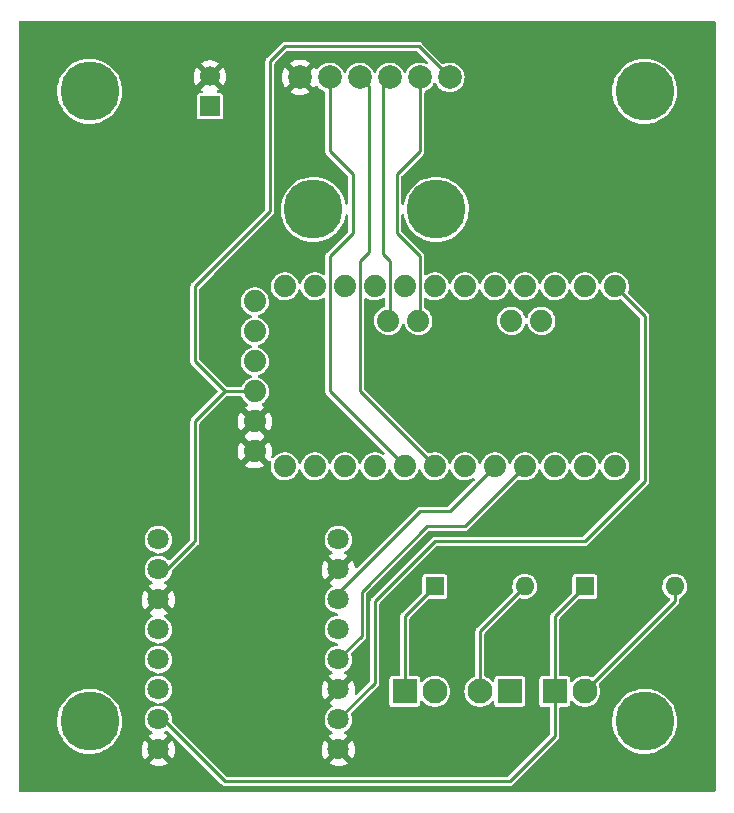
<source format=gbr>
%TF.GenerationSoftware,KiCad,Pcbnew,(6.0.1)*%
%TF.CreationDate,2022-05-15T10:58:49-07:00*%
%TF.ProjectId,BlackberryJam_pcb,426c6163-6b62-4657-9272-794a616d5f70,rev?*%
%TF.SameCoordinates,Original*%
%TF.FileFunction,Copper,L2,Bot*%
%TF.FilePolarity,Positive*%
%FSLAX46Y46*%
G04 Gerber Fmt 4.6, Leading zero omitted, Abs format (unit mm)*
G04 Created by KiCad (PCBNEW (6.0.1)) date 2022-05-15 10:58:49*
%MOMM*%
%LPD*%
G01*
G04 APERTURE LIST*
%TA.AperFunction,ComponentPad*%
%ADD10C,1.800000*%
%TD*%
%TA.AperFunction,ComponentPad*%
%ADD11C,5.000000*%
%TD*%
%TA.AperFunction,ComponentPad*%
%ADD12C,2.000000*%
%TD*%
%TA.AperFunction,ComponentPad*%
%ADD13R,1.600000X1.600000*%
%TD*%
%TA.AperFunction,ComponentPad*%
%ADD14O,1.600000X1.600000*%
%TD*%
%TA.AperFunction,ComponentPad*%
%ADD15R,2.100000X2.100000*%
%TD*%
%TA.AperFunction,ComponentPad*%
%ADD16C,2.100000*%
%TD*%
%TA.AperFunction,ComponentPad*%
%ADD17R,1.700000X1.700000*%
%TD*%
%TA.AperFunction,ComponentPad*%
%ADD18C,1.700000*%
%TD*%
%TA.AperFunction,ComponentPad*%
%ADD19C,1.879600*%
%TD*%
%TA.AperFunction,Conductor*%
%ADD20C,0.250000*%
%TD*%
G04 APERTURE END LIST*
D10*
%TO.P,U5,16,PWMA*%
%TO.N,D9 (PWM)*%
X27386691Y-44284319D03*
%TO.P,U5,15,AI2*%
%TO.N,GND*%
X27386691Y-46824319D03*
%TO.P,U5,14,AI1*%
%TO.N,D5*%
X27386691Y-49364319D03*
%TO.P,U5,13,STBY*%
%TO.N,D4*%
X27386691Y-51904319D03*
%TO.P,U5,12,BI1*%
%TO.N,D6*%
X27386691Y-54444319D03*
%TO.P,U5,11,BI2*%
%TO.N,GND*%
X27386691Y-56984319D03*
%TO.P,U5,10,PWMB*%
%TO.N,D10 (PWM)*%
X27386691Y-59524319D03*
%TO.P,U5,9,GND*%
%TO.N,GND*%
X27386691Y-62064319D03*
%TO.P,U5,8,GND*%
X12146691Y-62064319D03*
%TO.P,U5,7,B01*%
%TO.N,Net-(D2-Pad1)*%
X12146691Y-59524319D03*
%TO.P,U5,6,B02*%
%TO.N,Net-(D2-Pad2)*%
X12146691Y-56984319D03*
%TO.P,U5,5,A02*%
%TO.N,Net-(D1-Pad1)*%
X12146691Y-54444319D03*
%TO.P,U5,4,A01*%
%TO.N,Net-(D1-Pad2)*%
X12146691Y-51904319D03*
%TO.P,U5,3,GND*%
%TO.N,GND*%
X12146691Y-49364319D03*
%TO.P,U5,2,VCC*%
%TO.N,VCC (3.3V)*%
X12146691Y-46824319D03*
%TO.P,U5,1,VM*%
%TO.N,RAW (V_IN)*%
X12146691Y-44284319D03*
%TD*%
D11*
%TO.P,U4,*%
%TO.N,*%
X25280000Y-16350000D03*
X35680000Y-16350000D03*
D12*
%TO.P,U4,1,3.3V*%
%TO.N,VCC (3.3V)*%
X36830000Y-5174000D03*
%TO.P,U4,2,SDA*%
%TO.N,A4*%
X34290000Y-5174000D03*
%TO.P,U4,3,SCL*%
%TO.N,A5*%
X31750000Y-5174000D03*
%TO.P,U4,4,INT2*%
%TO.N,D3 (INT1)*%
X29210000Y-5174000D03*
%TO.P,U4,5,INT1*%
%TO.N,D2 (INT0)*%
X26670000Y-5174000D03*
%TO.P,U4,6,GND*%
%TO.N,GND*%
X24130000Y-5174000D03*
%TD*%
D13*
%TO.P,D1,1,K*%
%TO.N,Net-(D1-Pad1)*%
X35560000Y-48260000D03*
D14*
%TO.P,D1,2,A*%
%TO.N,Net-(D1-Pad2)*%
X43180000Y-48260000D03*
%TD*%
D15*
%TO.P,M2,1,+*%
%TO.N,Net-(D1-Pad1)*%
X33020000Y-57150000D03*
D16*
%TO.P,M2,2,-*%
%TO.N,Net-(D1-Pad2)*%
X35560000Y-57150000D03*
%TD*%
D11*
%TO.P,REF\u002A\u002A,*%
%TO.N,*%
X53340000Y-6350000D03*
%TD*%
D17*
%TO.P,U1,5,OUT+*%
%TO.N,RAW (V_IN)*%
X16510000Y-7620000D03*
D18*
%TO.P,U1,6,OUT-*%
%TO.N,GND*%
X16510000Y-5080000D03*
%TD*%
D15*
%TO.P,U3,1,+IN*%
%TO.N,Net-(D1-Pad1)*%
X41910000Y-57150000D03*
D16*
%TO.P,U3,2,-IN*%
%TO.N,Net-(D1-Pad2)*%
X39370000Y-57150000D03*
%TD*%
D19*
%TO.P,U2,JP1_1,DTR*%
%TO.N,unconnected-(U2-PadJP1_1)*%
X20320000Y-24130000D03*
%TO.P,U2,JP1_2,TXO*%
%TO.N,unconnected-(U2-PadJP1_2)*%
X20320000Y-26670000D03*
%TO.P,U2,JP1_3,RXI*%
%TO.N,unconnected-(U2-PadJP1_3)*%
X20320000Y-29210000D03*
%TO.P,U2,JP1_4,VCC*%
%TO.N,VCC (3.3V)*%
X20320000Y-31750000D03*
%TO.P,U2,JP1_5,GND*%
%TO.N,GND*%
X20320000Y-34290000D03*
%TO.P,U2,JP1_6,GND*%
X20320000Y-36830000D03*
%TO.P,U2,JP2_1,A4*%
%TO.N,A4*%
X34163000Y-25781000D03*
%TO.P,U2,JP2_2,A5*%
%TO.N,A5*%
X31623000Y-25781000D03*
%TO.P,U2,JP3_1,A6*%
%TO.N,unconnected-(U2-PadJP3_1)*%
X44577000Y-25781000D03*
%TO.P,U2,JP3_2,A7*%
%TO.N,unconnected-(U2-PadJP3_2)*%
X42037000Y-25781000D03*
%TO.P,U2,JP6_1,RAW*%
%TO.N,RAW (V_IN)*%
X22860000Y-22860000D03*
%TO.P,U2,JP6_2,GND_1*%
%TO.N,unconnected-(U2-PadJP6_2)*%
X25400000Y-22860000D03*
%TO.P,U2,JP6_3,RST_1*%
%TO.N,unconnected-(U2-PadJP6_3)*%
X27940000Y-22860000D03*
%TO.P,U2,JP6_4,VCC_1*%
%TO.N,unconnected-(U2-PadJP6_4)*%
X30480000Y-22860000D03*
%TO.P,U2,JP6_5,A3*%
%TO.N,unconnected-(U2-PadJP6_5)*%
X33020000Y-22860000D03*
%TO.P,U2,JP6_6,A2*%
%TO.N,unconnected-(U2-PadJP6_6)*%
X35560000Y-22860000D03*
%TO.P,U2,JP6_7,A1*%
%TO.N,unconnected-(U2-PadJP6_7)*%
X38100000Y-22860000D03*
%TO.P,U2,JP6_8,A0*%
%TO.N,unconnected-(U2-PadJP6_8)*%
X40640000Y-22860000D03*
%TO.P,U2,JP6_9,SCK*%
%TO.N,unconnected-(U2-PadJP6_9)*%
X43180000Y-22860000D03*
%TO.P,U2,JP6_10,MISO*%
%TO.N,unconnected-(U2-PadJP6_10)*%
X45720000Y-22860000D03*
%TO.P,U2,JP6_11,MOSI*%
%TO.N,unconnected-(U2-PadJP6_11)*%
X48260000Y-22860000D03*
%TO.P,U2,JP6_12,D10*%
%TO.N,D10 (PWM)*%
X50800000Y-22860000D03*
%TO.P,U2,JP7_1,D9*%
%TO.N,D9 (PWM)*%
X50800000Y-38100000D03*
%TO.P,U2,JP7_2,D8*%
%TO.N,unconnected-(U2-PadJP7_2)*%
X48260000Y-38100000D03*
%TO.P,U2,JP7_3,D7*%
%TO.N,unconnected-(U2-PadJP7_3)*%
X45720000Y-38100000D03*
%TO.P,U2,JP7_4,D6*%
%TO.N,D6*%
X43180000Y-38100000D03*
%TO.P,U2,JP7_5,D5*%
%TO.N,D5*%
X40640000Y-38100000D03*
%TO.P,U2,JP7_6,D4*%
%TO.N,D4*%
X38100000Y-38100000D03*
%TO.P,U2,JP7_7,D3*%
%TO.N,D3 (INT1)*%
X35560000Y-38100000D03*
%TO.P,U2,JP7_8,D2*%
%TO.N,D2 (INT0)*%
X33020000Y-38100000D03*
%TO.P,U2,JP7_9,GND_2*%
%TO.N,unconnected-(U2-PadJP7_9)*%
X30480000Y-38100000D03*
%TO.P,U2,JP7_10,RST_2*%
%TO.N,unconnected-(U2-PadJP7_10)*%
X27940000Y-38100000D03*
%TO.P,U2,JP7_11,RXI_2*%
%TO.N,unconnected-(U2-PadJP7_11)*%
X25400000Y-38100000D03*
%TO.P,U2,JP7_12,TXO_2*%
%TO.N,unconnected-(U2-PadJP7_12)*%
X22860000Y-38100000D03*
%TD*%
D11*
%TO.P,REF\u002A\u002A,*%
%TO.N,*%
X6350000Y-59690000D03*
%TD*%
%TO.P,REF\u002A\u002A,*%
%TO.N,*%
X6350000Y-6350000D03*
%TD*%
D13*
%TO.P,D2,1,K*%
%TO.N,Net-(D2-Pad1)*%
X48260000Y-48260000D03*
D14*
%TO.P,D2,2,A*%
%TO.N,Net-(D2-Pad2)*%
X55880000Y-48260000D03*
%TD*%
D11*
%TO.P,REF\u002A\u002A,*%
%TO.N,*%
X53340000Y-59690000D03*
%TD*%
D15*
%TO.P,M3,1,+*%
%TO.N,Net-(D2-Pad1)*%
X45720000Y-57150000D03*
D16*
%TO.P,M3,2,-*%
%TO.N,Net-(D2-Pad2)*%
X48260000Y-57150000D03*
%TD*%
D20*
%TO.N,D6*%
X34899249Y-43180000D02*
X38100000Y-43180000D01*
X29356908Y-48722341D02*
X34899249Y-43180000D01*
X38100000Y-43180000D02*
X43180000Y-38100000D01*
X27386691Y-54444319D02*
X29356908Y-52474102D01*
X29356908Y-52474102D02*
X29356908Y-48722341D01*
%TO.N,D5*%
X34290000Y-41910000D02*
X36830000Y-41910000D01*
X36830000Y-41910000D02*
X40640000Y-38100000D01*
X27386691Y-48813309D02*
X34290000Y-41910000D01*
X27386691Y-49364319D02*
X27386691Y-48813309D01*
%TO.N,D10 (PWM)*%
X53340000Y-25400000D02*
X50800000Y-22860000D01*
X48260000Y-44450000D02*
X53340000Y-39370000D01*
X35560000Y-44450000D02*
X48260000Y-44450000D01*
X30480000Y-49530000D02*
X35560000Y-44450000D01*
X27386691Y-59524319D02*
X30480000Y-56431010D01*
X30480000Y-56431010D02*
X30480000Y-49530000D01*
X53340000Y-39370000D02*
X53340000Y-25400000D01*
%TO.N,Net-(D2-Pad2)*%
X55880000Y-49530000D02*
X48260000Y-57150000D01*
X55880000Y-48260000D02*
X55880000Y-49530000D01*
%TO.N,Net-(D2-Pad1)*%
X45720000Y-50800000D02*
X45720000Y-57150000D01*
X48260000Y-48260000D02*
X45720000Y-50800000D01*
%TO.N,Net-(D1-Pad2)*%
X39370000Y-52070000D02*
X39370000Y-57150000D01*
X43180000Y-48260000D02*
X39370000Y-52070000D01*
%TO.N,Net-(D1-Pad1)*%
X33020000Y-50800000D02*
X33020000Y-57150000D01*
X35560000Y-48260000D02*
X33020000Y-50800000D01*
%TO.N,Net-(D2-Pad1)*%
X45720000Y-60960000D02*
X45720000Y-57150000D01*
X41910000Y-64770000D02*
X45720000Y-60960000D01*
X17780000Y-64770000D02*
X12605000Y-59595000D01*
X41910000Y-64770000D02*
X17780000Y-64770000D01*
%TO.N,D2 (INT0)*%
X26670000Y-5174000D02*
X26670000Y-11430000D01*
X28615147Y-18374853D02*
X26675689Y-20314311D01*
X28615147Y-13375147D02*
X28615147Y-18374853D01*
X26670000Y-11430000D02*
X28615147Y-13375147D01*
X26675689Y-20314311D02*
X26675689Y-31755689D01*
X26675689Y-31755689D02*
X33020000Y-38100000D01*
%TO.N,D3 (INT1)*%
X29215689Y-31755689D02*
X35560000Y-38100000D01*
X29951102Y-19954895D02*
X29215689Y-20690308D01*
X29210000Y-5174000D02*
X29951102Y-5915102D01*
X29215689Y-20690308D02*
X29215689Y-31755689D01*
X29951102Y-5915102D02*
X29951102Y-19954895D01*
%TO.N,A5*%
X31204299Y-5719701D02*
X31204299Y-20150296D01*
X30861000Y-25781000D02*
X31623000Y-25781000D01*
X31612993Y-25781000D02*
X31623000Y-25781000D01*
X31204299Y-20150296D02*
X31744311Y-20690308D01*
X31744311Y-25659689D02*
X31623000Y-25781000D01*
X31750000Y-5174000D02*
X31204299Y-5719701D01*
X31744311Y-20690308D02*
X31744311Y-25659689D01*
%TO.N,A4*%
X32339269Y-13380731D02*
X32339269Y-18369269D01*
X34290000Y-5174000D02*
X34290000Y-11430000D01*
X34284311Y-20314311D02*
X34284311Y-25659689D01*
X32339269Y-18369269D02*
X34284311Y-20314311D01*
X34152993Y-25781000D02*
X34163000Y-25781000D01*
X34284311Y-25659689D02*
X34163000Y-25781000D01*
X34290000Y-11430000D02*
X32339269Y-13380731D01*
%TO.N,VCC (3.3V)*%
X21590000Y-3810000D02*
X22860000Y-2540000D01*
X15240000Y-34290000D02*
X15240000Y-44450000D01*
X21590000Y-16510000D02*
X17780000Y-20320000D01*
X15240000Y-29210000D02*
X15240000Y-22860000D01*
X17780000Y-31750000D02*
X15240000Y-29210000D01*
X15240000Y-22860000D02*
X17780000Y-20320000D01*
X17780000Y-31750000D02*
X15240000Y-34290000D01*
X34196000Y-2540000D02*
X36830000Y-5174000D01*
X22860000Y-2540000D02*
X34196000Y-2540000D01*
X21590000Y-3810000D02*
X21590000Y-16510000D01*
X20320000Y-31750000D02*
X17780000Y-31750000D01*
X15192500Y-44497500D02*
X12747500Y-46942500D01*
%TD*%
%TA.AperFunction,Conductor*%
%TO.N,GND*%
G36*
X59278121Y-374002D02*
G01*
X59324614Y-427658D01*
X59336000Y-480000D01*
X59336000Y-65560000D01*
X59315998Y-65628121D01*
X59262342Y-65674614D01*
X59210000Y-65686000D01*
X480000Y-65686000D01*
X411879Y-65665998D01*
X365386Y-65612342D01*
X354000Y-65560000D01*
X354000Y-63225725D01*
X11350114Y-63225725D01*
X11355395Y-63232780D01*
X11531771Y-63335846D01*
X11541054Y-63340293D01*
X11747694Y-63419202D01*
X11757592Y-63422078D01*
X11974344Y-63466176D01*
X11984574Y-63467395D01*
X12205605Y-63475501D01*
X12215914Y-63475033D01*
X12435314Y-63446927D01*
X12445379Y-63444787D01*
X12657248Y-63381224D01*
X12666843Y-63377463D01*
X12865469Y-63280157D01*
X12874327Y-63274878D01*
X12931788Y-63233891D01*
X12940188Y-63223193D01*
X12933201Y-63210040D01*
X12159502Y-62436340D01*
X12145559Y-62428727D01*
X12143725Y-62428858D01*
X12137111Y-62433109D01*
X11356871Y-63213350D01*
X11350114Y-63225725D01*
X354000Y-63225725D01*
X354000Y-59661103D01*
X3590616Y-59661103D01*
X3594343Y-59735965D01*
X3603336Y-59916597D01*
X3607130Y-59992816D01*
X3607771Y-59996547D01*
X3607772Y-59996555D01*
X3656709Y-60281346D01*
X3663375Y-60320142D01*
X3664463Y-60323781D01*
X3664464Y-60323784D01*
X3755151Y-60627018D01*
X3758537Y-60638341D01*
X3760050Y-60641812D01*
X3760052Y-60641818D01*
X3816234Y-60770720D01*
X3891236Y-60942803D01*
X3893159Y-60946074D01*
X3893161Y-60946078D01*
X4057629Y-61225847D01*
X4057634Y-61225855D01*
X4059552Y-61229117D01*
X4261046Y-61493137D01*
X4263694Y-61495856D01*
X4263699Y-61495861D01*
X4490152Y-61728322D01*
X4492798Y-61731038D01*
X4495742Y-61733409D01*
X4495745Y-61733412D01*
X4626487Y-61838719D01*
X4751453Y-61939374D01*
X5033264Y-62115127D01*
X5334147Y-62255751D01*
X5337757Y-62256934D01*
X5337756Y-62256934D01*
X5645311Y-62357755D01*
X5649746Y-62359209D01*
X5975488Y-62424003D01*
X5979261Y-62424290D01*
X5979268Y-62424291D01*
X6302878Y-62448908D01*
X6302883Y-62448908D01*
X6306655Y-62449195D01*
X6638450Y-62434418D01*
X6966067Y-62379888D01*
X6969701Y-62378822D01*
X6969705Y-62378821D01*
X7111975Y-62337083D01*
X7284759Y-62286393D01*
X7589912Y-62155290D01*
X7797079Y-62034957D01*
X10734584Y-62034957D01*
X10747318Y-62255787D01*
X10748752Y-62265989D01*
X10797376Y-62481758D01*
X10800464Y-62491611D01*
X10883677Y-62696539D01*
X10888325Y-62705740D01*
X10976788Y-62850100D01*
X10987244Y-62859561D01*
X10996022Y-62855777D01*
X11774670Y-62077130D01*
X11781047Y-62065451D01*
X12511099Y-62065451D01*
X12511230Y-62067285D01*
X12515481Y-62073899D01*
X13292998Y-62851415D01*
X13305004Y-62857971D01*
X13316743Y-62849003D01*
X13354701Y-62796178D01*
X13360012Y-62787339D01*
X13458009Y-62589056D01*
X13461808Y-62579461D01*
X13526106Y-62367836D01*
X13528285Y-62357755D01*
X13557393Y-62136657D01*
X13557912Y-62129982D01*
X13559435Y-62067683D01*
X13559241Y-62060965D01*
X13540970Y-61838719D01*
X13539287Y-61828557D01*
X13485401Y-61614027D01*
X13482080Y-61604272D01*
X13393884Y-61401437D01*
X13389006Y-61392339D01*
X13315915Y-61279357D01*
X13305229Y-61270154D01*
X13295664Y-61274557D01*
X12518712Y-62051508D01*
X12511099Y-62065451D01*
X11781047Y-62065451D01*
X11782283Y-62063187D01*
X11782152Y-62061353D01*
X11777901Y-62054739D01*
X11000553Y-61277392D01*
X10989021Y-61271095D01*
X10976739Y-61280718D01*
X10921158Y-61362196D01*
X10916070Y-61371152D01*
X10822943Y-61571778D01*
X10819380Y-61581465D01*
X10760272Y-61794599D01*
X10758341Y-61804719D01*
X10734836Y-62024668D01*
X10734584Y-62034957D01*
X7797079Y-62034957D01*
X7877103Y-61988475D01*
X8142175Y-61788367D01*
X8381286Y-61557863D01*
X8431764Y-61495861D01*
X8588582Y-61303239D01*
X8588583Y-61303238D01*
X8590973Y-61300302D01*
X8603330Y-61280718D01*
X8766176Y-61022623D01*
X8766179Y-61022617D01*
X8768199Y-61019416D01*
X8895548Y-60750616D01*
X8908772Y-60722703D01*
X8910397Y-60719273D01*
X9015506Y-60404220D01*
X9082005Y-60078822D01*
X9108930Y-59747791D01*
X9109535Y-59690000D01*
X9102982Y-59581291D01*
X9097718Y-59493968D01*
X10987642Y-59493968D01*
X11001520Y-59705696D01*
X11053749Y-59911350D01*
X11142581Y-60104042D01*
X11265041Y-60277319D01*
X11417028Y-60425378D01*
X11421824Y-60428583D01*
X11421827Y-60428585D01*
X11498550Y-60479849D01*
X11593451Y-60543260D01*
X11595072Y-60543956D01*
X11644467Y-60593120D01*
X11659722Y-60662459D01*
X11635068Y-60729037D01*
X11592202Y-60765529D01*
X11398416Y-60866408D01*
X11389698Y-60871897D01*
X11360652Y-60893705D01*
X11352199Y-60905030D01*
X11358942Y-60917359D01*
X12133880Y-61692298D01*
X12147823Y-61699911D01*
X12149657Y-61699780D01*
X12156271Y-61695529D01*
X12935685Y-60916114D01*
X12942702Y-60903263D01*
X12934928Y-60892593D01*
X12932593Y-60890749D01*
X12924011Y-60885048D01*
X12730369Y-60778152D01*
X12720960Y-60773923D01*
X12711914Y-60770720D01*
X12654377Y-60729127D01*
X12628460Y-60663030D01*
X12642393Y-60593413D01*
X12692403Y-60542015D01*
X12803408Y-60479849D01*
X12806114Y-60477598D01*
X12872886Y-60455727D01*
X12941593Y-60473613D01*
X12965878Y-60492572D01*
X17473522Y-65000216D01*
X17488664Y-65018964D01*
X17489779Y-65020189D01*
X17495429Y-65028940D01*
X17503607Y-65035387D01*
X17503609Y-65035389D01*
X17521800Y-65049729D01*
X17526244Y-65053678D01*
X17526306Y-65053604D01*
X17530263Y-65056957D01*
X17533944Y-65060638D01*
X17549654Y-65071865D01*
X17554380Y-65075413D01*
X17594647Y-65107156D01*
X17603284Y-65110189D01*
X17610734Y-65115513D01*
X17620710Y-65118497D01*
X17620711Y-65118497D01*
X17636046Y-65123083D01*
X17659849Y-65130202D01*
X17665486Y-65132034D01*
X17706199Y-65146331D01*
X17713851Y-65149018D01*
X17719416Y-65149500D01*
X17722124Y-65149500D01*
X17724758Y-65149614D01*
X17724856Y-65149643D01*
X17724849Y-65149807D01*
X17725553Y-65149851D01*
X17731778Y-65151713D01*
X17785635Y-65149597D01*
X17790582Y-65149500D01*
X41856080Y-65149500D01*
X41880028Y-65152049D01*
X41881693Y-65152128D01*
X41891876Y-65154320D01*
X41902217Y-65153096D01*
X41925223Y-65150373D01*
X41931154Y-65150023D01*
X41931146Y-65149928D01*
X41936324Y-65149500D01*
X41941524Y-65149500D01*
X41946653Y-65148646D01*
X41946656Y-65148646D01*
X41960565Y-65146331D01*
X41966443Y-65145494D01*
X42007001Y-65140694D01*
X42007002Y-65140694D01*
X42017341Y-65139470D01*
X42025593Y-65135507D01*
X42034626Y-65134004D01*
X42043795Y-65129057D01*
X42043797Y-65129056D01*
X42079732Y-65109666D01*
X42085025Y-65106969D01*
X42124082Y-65088215D01*
X42124086Y-65088212D01*
X42131232Y-65084781D01*
X42135508Y-65081186D01*
X42137431Y-65079263D01*
X42139363Y-65077491D01*
X42139442Y-65077448D01*
X42139555Y-65077572D01*
X42140095Y-65077096D01*
X42145814Y-65074010D01*
X42182417Y-65034413D01*
X42185846Y-65030848D01*
X45950216Y-61266478D01*
X45968964Y-61251336D01*
X45970189Y-61250221D01*
X45978940Y-61244571D01*
X45985387Y-61236393D01*
X45985389Y-61236391D01*
X45999729Y-61218200D01*
X46003675Y-61213759D01*
X46003602Y-61213697D01*
X46006961Y-61209733D01*
X46010638Y-61206056D01*
X46021892Y-61190308D01*
X46025398Y-61185638D01*
X46057156Y-61145353D01*
X46060188Y-61136719D01*
X46065514Y-61129266D01*
X46080203Y-61080150D01*
X46082036Y-61074508D01*
X46096390Y-61033633D01*
X46096390Y-61033632D01*
X46099018Y-61026149D01*
X46099500Y-61020584D01*
X46099500Y-61017876D01*
X46099614Y-61015242D01*
X46099643Y-61015144D01*
X46099807Y-61015151D01*
X46099851Y-61014447D01*
X46101713Y-61008222D01*
X46099597Y-60954365D01*
X46099500Y-60949418D01*
X46099500Y-59661103D01*
X50580616Y-59661103D01*
X50584343Y-59735965D01*
X50593336Y-59916597D01*
X50597130Y-59992816D01*
X50597771Y-59996547D01*
X50597772Y-59996555D01*
X50646709Y-60281346D01*
X50653375Y-60320142D01*
X50654463Y-60323781D01*
X50654464Y-60323784D01*
X50745151Y-60627018D01*
X50748537Y-60638341D01*
X50750050Y-60641812D01*
X50750052Y-60641818D01*
X50806234Y-60770720D01*
X50881236Y-60942803D01*
X50883159Y-60946074D01*
X50883161Y-60946078D01*
X51047629Y-61225847D01*
X51047634Y-61225855D01*
X51049552Y-61229117D01*
X51251046Y-61493137D01*
X51253694Y-61495856D01*
X51253699Y-61495861D01*
X51480152Y-61728322D01*
X51482798Y-61731038D01*
X51485742Y-61733409D01*
X51485745Y-61733412D01*
X51616487Y-61838719D01*
X51741453Y-61939374D01*
X52023264Y-62115127D01*
X52324147Y-62255751D01*
X52327757Y-62256934D01*
X52327756Y-62256934D01*
X52635311Y-62357755D01*
X52639746Y-62359209D01*
X52965488Y-62424003D01*
X52969261Y-62424290D01*
X52969268Y-62424291D01*
X53292878Y-62448908D01*
X53292883Y-62448908D01*
X53296655Y-62449195D01*
X53628450Y-62434418D01*
X53956067Y-62379888D01*
X53959701Y-62378822D01*
X53959705Y-62378821D01*
X54101975Y-62337083D01*
X54274759Y-62286393D01*
X54579912Y-62155290D01*
X54867103Y-61988475D01*
X55132175Y-61788367D01*
X55371286Y-61557863D01*
X55421764Y-61495861D01*
X55578582Y-61303239D01*
X55578583Y-61303238D01*
X55580973Y-61300302D01*
X55593330Y-61280718D01*
X55756176Y-61022623D01*
X55756179Y-61022617D01*
X55758199Y-61019416D01*
X55885548Y-60750616D01*
X55898772Y-60722703D01*
X55900397Y-60719273D01*
X56005506Y-60404220D01*
X56072005Y-60078822D01*
X56098930Y-59747791D01*
X56099535Y-59690000D01*
X56092982Y-59581291D01*
X56079777Y-59362256D01*
X56079777Y-59362252D01*
X56079549Y-59358478D01*
X56078869Y-59354754D01*
X56020559Y-59035481D01*
X56020558Y-59035477D01*
X56019879Y-59031759D01*
X56016722Y-59021590D01*
X55933360Y-58753122D01*
X55921391Y-58714574D01*
X55910913Y-58691203D01*
X55837808Y-58528158D01*
X55785510Y-58411518D01*
X55614205Y-58126982D01*
X55611878Y-58123998D01*
X55611873Y-58123991D01*
X55412294Y-57868082D01*
X55412292Y-57868079D01*
X55409958Y-57865087D01*
X55175726Y-57629626D01*
X55159126Y-57616539D01*
X54917885Y-57426360D01*
X54914904Y-57424010D01*
X54631269Y-57251218D01*
X54420694Y-57155475D01*
X54332381Y-57115321D01*
X54332373Y-57115318D01*
X54328929Y-57113752D01*
X54012264Y-57013604D01*
X53840759Y-56981353D01*
X53689585Y-56952925D01*
X53689580Y-56952924D01*
X53685861Y-56952225D01*
X53354449Y-56930503D01*
X53350669Y-56930711D01*
X53350668Y-56930711D01*
X53255655Y-56935940D01*
X53022827Y-56948753D01*
X53019100Y-56949414D01*
X53019096Y-56949414D01*
X52828533Y-56983187D01*
X52695799Y-57006711D01*
X52692174Y-57007816D01*
X52692169Y-57007817D01*
X52445671Y-57082945D01*
X52378103Y-57103538D01*
X52074341Y-57237830D01*
X51788911Y-57407642D01*
X51785910Y-57409957D01*
X51785906Y-57409960D01*
X51623537Y-57535227D01*
X51525950Y-57610515D01*
X51523249Y-57613174D01*
X51523242Y-57613180D01*
X51325479Y-57807862D01*
X51289266Y-57843511D01*
X51286902Y-57846478D01*
X51286899Y-57846481D01*
X51117177Y-58059469D01*
X51082287Y-58103253D01*
X50908012Y-58385980D01*
X50768965Y-58687596D01*
X50667161Y-59003732D01*
X50666442Y-59007448D01*
X50666440Y-59007456D01*
X50606206Y-59318781D01*
X50604073Y-59329808D01*
X50603806Y-59333584D01*
X50603805Y-59333589D01*
X50586267Y-59581291D01*
X50580616Y-59661103D01*
X46099500Y-59661103D01*
X46099500Y-58580499D01*
X46119502Y-58512378D01*
X46173158Y-58465885D01*
X46225500Y-58454499D01*
X46795066Y-58454499D01*
X46830818Y-58447388D01*
X46857126Y-58442156D01*
X46857128Y-58442155D01*
X46869301Y-58439734D01*
X46879621Y-58432839D01*
X46879622Y-58432838D01*
X46943168Y-58390377D01*
X46953484Y-58383484D01*
X47009734Y-58299301D01*
X47024500Y-58225067D01*
X47024500Y-58059469D01*
X47044502Y-57991349D01*
X47098158Y-57944856D01*
X47168432Y-57934752D01*
X47233012Y-57964246D01*
X47250035Y-57983120D01*
X47250184Y-57982995D01*
X47253697Y-57987182D01*
X47253712Y-57987198D01*
X47256878Y-57991719D01*
X47418281Y-58153122D01*
X47605258Y-58284046D01*
X47610240Y-58286369D01*
X47610245Y-58286372D01*
X47807148Y-58378189D01*
X47812130Y-58380512D01*
X47817438Y-58381934D01*
X47817440Y-58381935D01*
X48007419Y-58432839D01*
X48032611Y-58439589D01*
X48260000Y-58459483D01*
X48487389Y-58439589D01*
X48512581Y-58432839D01*
X48702560Y-58381935D01*
X48702562Y-58381934D01*
X48707870Y-58380512D01*
X48712852Y-58378189D01*
X48909755Y-58286372D01*
X48909760Y-58286369D01*
X48914742Y-58284046D01*
X49101719Y-58153122D01*
X49263122Y-57991719D01*
X49266292Y-57987193D01*
X49320743Y-57909428D01*
X49394046Y-57804741D01*
X49396369Y-57799759D01*
X49396372Y-57799754D01*
X49488189Y-57602852D01*
X49488190Y-57602850D01*
X49490512Y-57597870D01*
X49495501Y-57579253D01*
X49548165Y-57382704D01*
X49548165Y-57382703D01*
X49549589Y-57377389D01*
X49569483Y-57150000D01*
X49549589Y-56922611D01*
X49548165Y-56917296D01*
X49491935Y-56707440D01*
X49491934Y-56707438D01*
X49490512Y-56702130D01*
X49488187Y-56697143D01*
X49449583Y-56614355D01*
X49438922Y-56544164D01*
X49467902Y-56479351D01*
X49474683Y-56472011D01*
X56110216Y-49836478D01*
X56128964Y-49821336D01*
X56130189Y-49820221D01*
X56138940Y-49814571D01*
X56145387Y-49806393D01*
X56145389Y-49806391D01*
X56159729Y-49788200D01*
X56163678Y-49783756D01*
X56163604Y-49783694D01*
X56166957Y-49779737D01*
X56170638Y-49776056D01*
X56181865Y-49760346D01*
X56185421Y-49755609D01*
X56188779Y-49751350D01*
X56217156Y-49715353D01*
X56220189Y-49706716D01*
X56225513Y-49699266D01*
X56229124Y-49687194D01*
X56237928Y-49657755D01*
X56240202Y-49650151D01*
X56242034Y-49644514D01*
X56256390Y-49603633D01*
X56256390Y-49603632D01*
X56259018Y-49596149D01*
X56259500Y-49590584D01*
X56259500Y-49587876D01*
X56259614Y-49585242D01*
X56259643Y-49585144D01*
X56259807Y-49585151D01*
X56259851Y-49584447D01*
X56261713Y-49578222D01*
X56259597Y-49524365D01*
X56259500Y-49519418D01*
X56259500Y-49327266D01*
X56279502Y-49259145D01*
X56328690Y-49214800D01*
X56442262Y-49157431D01*
X56442264Y-49157430D01*
X56447763Y-49154652D01*
X56610722Y-49027334D01*
X56614748Y-49022670D01*
X56614751Y-49022667D01*
X56741819Y-48875457D01*
X56741820Y-48875455D01*
X56745848Y-48870789D01*
X56821313Y-48737948D01*
X56844950Y-48696340D01*
X56844952Y-48696336D01*
X56847995Y-48690979D01*
X56890549Y-48563056D01*
X56911325Y-48500601D01*
X56911326Y-48500598D01*
X56913270Y-48494753D01*
X56939189Y-48289586D01*
X56939602Y-48260000D01*
X56919422Y-48054189D01*
X56859651Y-47856217D01*
X56790083Y-47725378D01*
X56765459Y-47679067D01*
X56765457Y-47679064D01*
X56762565Y-47673625D01*
X56758674Y-47668855D01*
X56758672Y-47668851D01*
X56635758Y-47518143D01*
X56635755Y-47518140D01*
X56631863Y-47513368D01*
X56624966Y-47507662D01*
X56477271Y-47385478D01*
X56477266Y-47385475D01*
X56472522Y-47381550D01*
X56467103Y-47378620D01*
X56467100Y-47378618D01*
X56296032Y-47286122D01*
X56296027Y-47286120D01*
X56290612Y-47283192D01*
X56093063Y-47222040D01*
X56086938Y-47221396D01*
X56086937Y-47221396D01*
X55893526Y-47201068D01*
X55893524Y-47201068D01*
X55887397Y-47200424D01*
X55767336Y-47211350D01*
X55687591Y-47218607D01*
X55687590Y-47218607D01*
X55681450Y-47219166D01*
X55483066Y-47277554D01*
X55477601Y-47280411D01*
X55305261Y-47370508D01*
X55305257Y-47370511D01*
X55299801Y-47373363D01*
X55138635Y-47502943D01*
X55005708Y-47661360D01*
X54906082Y-47842578D01*
X54843553Y-48039696D01*
X54842867Y-48045813D01*
X54842866Y-48045817D01*
X54822552Y-48226920D01*
X54820501Y-48245206D01*
X54821743Y-48260000D01*
X54836672Y-48437770D01*
X54837806Y-48451278D01*
X54894807Y-48650066D01*
X54897625Y-48655548D01*
X54897626Y-48655552D01*
X54986514Y-48828509D01*
X54986517Y-48828513D01*
X54989334Y-48833995D01*
X55117786Y-48996061D01*
X55122479Y-49000055D01*
X55122480Y-49000056D01*
X55260759Y-49117740D01*
X55275271Y-49130091D01*
X55280647Y-49133096D01*
X55280652Y-49133099D01*
X55430020Y-49216578D01*
X55479726Y-49267271D01*
X55494134Y-49336791D01*
X55468670Y-49403064D01*
X55457645Y-49415661D01*
X48937989Y-55935317D01*
X48875677Y-55969343D01*
X48804862Y-55964278D01*
X48795645Y-55960417D01*
X48712857Y-55921813D01*
X48712852Y-55921811D01*
X48707870Y-55919488D01*
X48702562Y-55918066D01*
X48702560Y-55918065D01*
X48492704Y-55861835D01*
X48492703Y-55861835D01*
X48487389Y-55860411D01*
X48260000Y-55840517D01*
X48032611Y-55860411D01*
X48027297Y-55861835D01*
X48027296Y-55861835D01*
X47817440Y-55918065D01*
X47817438Y-55918066D01*
X47812130Y-55919488D01*
X47807150Y-55921810D01*
X47807148Y-55921811D01*
X47610246Y-56013628D01*
X47610241Y-56013631D01*
X47605259Y-56015954D01*
X47418281Y-56146878D01*
X47256878Y-56308281D01*
X47253721Y-56312790D01*
X47253714Y-56312798D01*
X47253708Y-56312807D01*
X47253704Y-56312810D01*
X47250184Y-56317005D01*
X47249341Y-56316297D01*
X47198249Y-56357133D01*
X47127629Y-56364438D01*
X47064270Y-56332404D01*
X47028289Y-56271201D01*
X47024499Y-56240531D01*
X47024499Y-56074934D01*
X47013396Y-56019111D01*
X47012156Y-56012874D01*
X47012155Y-56012872D01*
X47009734Y-56000699D01*
X46988783Y-55969343D01*
X46960377Y-55926832D01*
X46953484Y-55916516D01*
X46869301Y-55860266D01*
X46795067Y-55845500D01*
X46225500Y-55845500D01*
X46157379Y-55825498D01*
X46110886Y-55771842D01*
X46099500Y-55719500D01*
X46099500Y-51009384D01*
X46119502Y-50941263D01*
X46136405Y-50920289D01*
X47705290Y-49351405D01*
X47767602Y-49317379D01*
X47794385Y-49314500D01*
X48942703Y-49314499D01*
X49085066Y-49314499D01*
X49120818Y-49307388D01*
X49147126Y-49302156D01*
X49147128Y-49302155D01*
X49159301Y-49299734D01*
X49169621Y-49292839D01*
X49169622Y-49292838D01*
X49233168Y-49250377D01*
X49243484Y-49243484D01*
X49299734Y-49159301D01*
X49314500Y-49085067D01*
X49314499Y-47434934D01*
X49307312Y-47398797D01*
X49302156Y-47372874D01*
X49302155Y-47372872D01*
X49299734Y-47360699D01*
X49256442Y-47295908D01*
X49250377Y-47286832D01*
X49243484Y-47276516D01*
X49159301Y-47220266D01*
X49085067Y-47205500D01*
X48260134Y-47205500D01*
X47434934Y-47205501D01*
X47405527Y-47211350D01*
X47372874Y-47217844D01*
X47372872Y-47217845D01*
X47360699Y-47220266D01*
X47350379Y-47227161D01*
X47350378Y-47227162D01*
X47328534Y-47241758D01*
X47276516Y-47276516D01*
X47220266Y-47360699D01*
X47205500Y-47434933D01*
X47205501Y-48100297D01*
X47205501Y-48725615D01*
X47185499Y-48793736D01*
X47168596Y-48814710D01*
X45489784Y-50493522D01*
X45471036Y-50508664D01*
X45469811Y-50509779D01*
X45461060Y-50515429D01*
X45454613Y-50523607D01*
X45454611Y-50523609D01*
X45440271Y-50541800D01*
X45436325Y-50546241D01*
X45436398Y-50546303D01*
X45433039Y-50550267D01*
X45429362Y-50553944D01*
X45418108Y-50569692D01*
X45414602Y-50574362D01*
X45382844Y-50614647D01*
X45379812Y-50623281D01*
X45374486Y-50630734D01*
X45371501Y-50640715D01*
X45359799Y-50679844D01*
X45357964Y-50685492D01*
X45352796Y-50700208D01*
X45340982Y-50733851D01*
X45340500Y-50739416D01*
X45340500Y-50742124D01*
X45340386Y-50744758D01*
X45340357Y-50744856D01*
X45340193Y-50744849D01*
X45340149Y-50745553D01*
X45338287Y-50751778D01*
X45339568Y-50784380D01*
X45340403Y-50805635D01*
X45340500Y-50810582D01*
X45340500Y-55719501D01*
X45320498Y-55787622D01*
X45266842Y-55834115D01*
X45214500Y-55845501D01*
X44644934Y-55845501D01*
X44609182Y-55852612D01*
X44582874Y-55857844D01*
X44582872Y-55857845D01*
X44570699Y-55860266D01*
X44560379Y-55867161D01*
X44560378Y-55867162D01*
X44509484Y-55901169D01*
X44486516Y-55916516D01*
X44430266Y-56000699D01*
X44415500Y-56074933D01*
X44415501Y-58225066D01*
X44421623Y-58255846D01*
X44427232Y-58284046D01*
X44430266Y-58299301D01*
X44437161Y-58309620D01*
X44437162Y-58309622D01*
X44460012Y-58343818D01*
X44486516Y-58383484D01*
X44570699Y-58439734D01*
X44644933Y-58454500D01*
X45214500Y-58454500D01*
X45282621Y-58474502D01*
X45329114Y-58528158D01*
X45340500Y-58580500D01*
X45340500Y-60750616D01*
X45320498Y-60818737D01*
X45303595Y-60839711D01*
X41789711Y-64353595D01*
X41727399Y-64387621D01*
X41700616Y-64390500D01*
X17989384Y-64390500D01*
X17921263Y-64370498D01*
X17900289Y-64353595D01*
X16772419Y-63225725D01*
X26590114Y-63225725D01*
X26595395Y-63232780D01*
X26771771Y-63335846D01*
X26781054Y-63340293D01*
X26987694Y-63419202D01*
X26997592Y-63422078D01*
X27214344Y-63466176D01*
X27224574Y-63467395D01*
X27445605Y-63475501D01*
X27455914Y-63475033D01*
X27675314Y-63446927D01*
X27685379Y-63444787D01*
X27897248Y-63381224D01*
X27906843Y-63377463D01*
X28105469Y-63280157D01*
X28114327Y-63274878D01*
X28171788Y-63233891D01*
X28180188Y-63223193D01*
X28173201Y-63210040D01*
X27399502Y-62436340D01*
X27385559Y-62428727D01*
X27383725Y-62428858D01*
X27377111Y-62433109D01*
X26596871Y-63213350D01*
X26590114Y-63225725D01*
X16772419Y-63225725D01*
X15581651Y-62034957D01*
X25974584Y-62034957D01*
X25987318Y-62255787D01*
X25988752Y-62265989D01*
X26037376Y-62481758D01*
X26040464Y-62491611D01*
X26123677Y-62696539D01*
X26128325Y-62705740D01*
X26216788Y-62850100D01*
X26227244Y-62859561D01*
X26236022Y-62855777D01*
X27014670Y-62077130D01*
X27021047Y-62065451D01*
X27751099Y-62065451D01*
X27751230Y-62067285D01*
X27755481Y-62073899D01*
X28532998Y-62851415D01*
X28545004Y-62857971D01*
X28556743Y-62849003D01*
X28594701Y-62796178D01*
X28600012Y-62787339D01*
X28698009Y-62589056D01*
X28701808Y-62579461D01*
X28766106Y-62367836D01*
X28768285Y-62357755D01*
X28797393Y-62136657D01*
X28797912Y-62129982D01*
X28799435Y-62067683D01*
X28799241Y-62060965D01*
X28780970Y-61838719D01*
X28779287Y-61828557D01*
X28725401Y-61614027D01*
X28722080Y-61604272D01*
X28633884Y-61401437D01*
X28629006Y-61392339D01*
X28555915Y-61279357D01*
X28545229Y-61270154D01*
X28535664Y-61274557D01*
X27758712Y-62051508D01*
X27751099Y-62065451D01*
X27021047Y-62065451D01*
X27022283Y-62063187D01*
X27022152Y-62061353D01*
X27017901Y-62054739D01*
X26240553Y-61277392D01*
X26229021Y-61271095D01*
X26216739Y-61280718D01*
X26161158Y-61362196D01*
X26156070Y-61371152D01*
X26062943Y-61571778D01*
X26059380Y-61581465D01*
X26000272Y-61794599D01*
X25998341Y-61804719D01*
X25974836Y-62024668D01*
X25974584Y-62034957D01*
X15581651Y-62034957D01*
X13327324Y-59780630D01*
X13293298Y-59718318D01*
X13291723Y-59673455D01*
X13304015Y-59588674D01*
X13304548Y-59585000D01*
X13306137Y-59524319D01*
X13290556Y-59354754D01*
X13287251Y-59318781D01*
X13287250Y-59318778D01*
X13286722Y-59313027D01*
X13229127Y-59108811D01*
X13225770Y-59102002D01*
X13137836Y-58923691D01*
X13135281Y-58918510D01*
X13008327Y-58748498D01*
X12984215Y-58726209D01*
X12856757Y-58608388D01*
X12856754Y-58608386D01*
X12852517Y-58604469D01*
X12673068Y-58491245D01*
X12475991Y-58412619D01*
X12470334Y-58411494D01*
X12470328Y-58411492D01*
X12295537Y-58376725D01*
X12232627Y-58343818D01*
X12197495Y-58282123D01*
X12201295Y-58211228D01*
X12242820Y-58153642D01*
X12302038Y-58128450D01*
X12411644Y-58112558D01*
X12411649Y-58112557D01*
X12417358Y-58111729D01*
X12422822Y-58109874D01*
X12422827Y-58109873D01*
X12515931Y-58078268D01*
X12618280Y-58043526D01*
X12695912Y-58000050D01*
X12798361Y-57942676D01*
X12798365Y-57942673D01*
X12803408Y-57939849D01*
X12966543Y-57804171D01*
X13102221Y-57641036D01*
X13105045Y-57635993D01*
X13105048Y-57635989D01*
X13203074Y-57460951D01*
X13203075Y-57460949D01*
X13205898Y-57455908D01*
X13244045Y-57343529D01*
X13272245Y-57260455D01*
X13272246Y-57260450D01*
X13274101Y-57254986D01*
X13276308Y-57239771D01*
X13302858Y-57056657D01*
X13304548Y-57045000D01*
X13306137Y-56984319D01*
X13303439Y-56954957D01*
X25974584Y-56954957D01*
X25987318Y-57175787D01*
X25988752Y-57185989D01*
X26037376Y-57401758D01*
X26040464Y-57411611D01*
X26123677Y-57616539D01*
X26128325Y-57625740D01*
X26216788Y-57770100D01*
X26227244Y-57779561D01*
X26236022Y-57775777D01*
X27014670Y-56997130D01*
X27022283Y-56983187D01*
X27022152Y-56981353D01*
X27017901Y-56974739D01*
X26240553Y-56197392D01*
X26229021Y-56191095D01*
X26216739Y-56200718D01*
X26161158Y-56282196D01*
X26156070Y-56291152D01*
X26062943Y-56491778D01*
X26059380Y-56501465D01*
X26000272Y-56714599D01*
X25998341Y-56724719D01*
X25974836Y-56944668D01*
X25974584Y-56954957D01*
X13303439Y-56954957D01*
X13286722Y-56773027D01*
X13274025Y-56728004D01*
X13230695Y-56574370D01*
X13230694Y-56574368D01*
X13229127Y-56568811D01*
X13219016Y-56548306D01*
X13137836Y-56383691D01*
X13135281Y-56378510D01*
X13086221Y-56312810D01*
X13011780Y-56213122D01*
X13011779Y-56213121D01*
X13008327Y-56208498D01*
X12999911Y-56200718D01*
X12856757Y-56068388D01*
X12856754Y-56068386D01*
X12852517Y-56064469D01*
X12673068Y-55951245D01*
X12475991Y-55872619D01*
X12470334Y-55871494D01*
X12470328Y-55871492D01*
X12295537Y-55836725D01*
X12232627Y-55803818D01*
X12197495Y-55742123D01*
X12201295Y-55671228D01*
X12242820Y-55613642D01*
X12302038Y-55588450D01*
X12411644Y-55572558D01*
X12411649Y-55572557D01*
X12417358Y-55571729D01*
X12422822Y-55569874D01*
X12422827Y-55569873D01*
X12515931Y-55538268D01*
X12618280Y-55503526D01*
X12690580Y-55463036D01*
X12798361Y-55402676D01*
X12798365Y-55402673D01*
X12803408Y-55399849D01*
X12966543Y-55264171D01*
X13102221Y-55101036D01*
X13105045Y-55095993D01*
X13105048Y-55095989D01*
X13203074Y-54920951D01*
X13203075Y-54920949D01*
X13205898Y-54915908D01*
X13274101Y-54714986D01*
X13286236Y-54631298D01*
X13304015Y-54508674D01*
X13304548Y-54505000D01*
X13306137Y-54444319D01*
X13286722Y-54233027D01*
X13229127Y-54028811D01*
X13225770Y-54022002D01*
X13137836Y-53843691D01*
X13135281Y-53838510D01*
X13008327Y-53668498D01*
X12984215Y-53646209D01*
X12856757Y-53528388D01*
X12856754Y-53528386D01*
X12852517Y-53524469D01*
X12673068Y-53411245D01*
X12475991Y-53332619D01*
X12470334Y-53331494D01*
X12470328Y-53331492D01*
X12295537Y-53296725D01*
X12232627Y-53263818D01*
X12197495Y-53202123D01*
X12201295Y-53131228D01*
X12242820Y-53073642D01*
X12302038Y-53048450D01*
X12411644Y-53032558D01*
X12411649Y-53032557D01*
X12417358Y-53031729D01*
X12422822Y-53029874D01*
X12422827Y-53029873D01*
X12515931Y-52998268D01*
X12618280Y-52963526D01*
X12695912Y-52920050D01*
X12798361Y-52862676D01*
X12798365Y-52862673D01*
X12803408Y-52859849D01*
X12966543Y-52724171D01*
X13102221Y-52561036D01*
X13105045Y-52555993D01*
X13105048Y-52555989D01*
X13203074Y-52380951D01*
X13203075Y-52380949D01*
X13205898Y-52375908D01*
X13240640Y-52273559D01*
X13272245Y-52180455D01*
X13272246Y-52180450D01*
X13274101Y-52174986D01*
X13286236Y-52091298D01*
X13297388Y-52014378D01*
X13304548Y-51965000D01*
X13306137Y-51904319D01*
X13286722Y-51693027D01*
X13229127Y-51488811D01*
X13135281Y-51298510D01*
X13008327Y-51128498D01*
X12984215Y-51106209D01*
X12856757Y-50988388D01*
X12856754Y-50988386D01*
X12852517Y-50984469D01*
X12688324Y-50880871D01*
X12641385Y-50827604D01*
X12630696Y-50757417D01*
X12659651Y-50692593D01*
X12700127Y-50661158D01*
X12865469Y-50580158D01*
X12874327Y-50574878D01*
X12931788Y-50533891D01*
X12940188Y-50523193D01*
X12933201Y-50510040D01*
X12159502Y-49736340D01*
X12145559Y-49728727D01*
X12143725Y-49728858D01*
X12137111Y-49733109D01*
X11356871Y-50513350D01*
X11350114Y-50525725D01*
X11355395Y-50532780D01*
X11531771Y-50635846D01*
X11541061Y-50640297D01*
X11585380Y-50657221D01*
X11641883Y-50700208D01*
X11666175Y-50766920D01*
X11650544Y-50836174D01*
X11604855Y-50883213D01*
X11465186Y-50966307D01*
X11460846Y-50970113D01*
X11460842Y-50970116D01*
X11416066Y-51009384D01*
X11305659Y-51106209D01*
X11174298Y-51272839D01*
X11075503Y-51460618D01*
X11012582Y-51663257D01*
X10987642Y-51873968D01*
X11001520Y-52085696D01*
X11053749Y-52291350D01*
X11142581Y-52484042D01*
X11265041Y-52657319D01*
X11417028Y-52805378D01*
X11421824Y-52808583D01*
X11421827Y-52808585D01*
X11563877Y-52903499D01*
X11593451Y-52923260D01*
X11598754Y-52925538D01*
X11598757Y-52925540D01*
X11680599Y-52960702D01*
X11788402Y-53007018D01*
X11971506Y-53048450D01*
X11992874Y-53053285D01*
X12054900Y-53087828D01*
X12088405Y-53150421D01*
X12082751Y-53221192D01*
X12039732Y-53277672D01*
X11986404Y-53300358D01*
X11846604Y-53324380D01*
X11647537Y-53397820D01*
X11642576Y-53400772D01*
X11642575Y-53400772D01*
X11470154Y-53503351D01*
X11470151Y-53503353D01*
X11465186Y-53506307D01*
X11460846Y-53510113D01*
X11460842Y-53510116D01*
X11310000Y-53642402D01*
X11305659Y-53646209D01*
X11174298Y-53812839D01*
X11075503Y-54000618D01*
X11012582Y-54203257D01*
X10987642Y-54413968D01*
X11001520Y-54625696D01*
X11053749Y-54831350D01*
X11142581Y-55024042D01*
X11265041Y-55197319D01*
X11417028Y-55345378D01*
X11421824Y-55348583D01*
X11421827Y-55348585D01*
X11563877Y-55443499D01*
X11593451Y-55463260D01*
X11598754Y-55465538D01*
X11598757Y-55465540D01*
X11783095Y-55544738D01*
X11788402Y-55547018D01*
X11947553Y-55583030D01*
X11992874Y-55593285D01*
X12054900Y-55627828D01*
X12088405Y-55690421D01*
X12082751Y-55761192D01*
X12039732Y-55817672D01*
X11986404Y-55840358D01*
X11872490Y-55859932D01*
X11846604Y-55864380D01*
X11647537Y-55937820D01*
X11642576Y-55940772D01*
X11642575Y-55940772D01*
X11470154Y-56043351D01*
X11470151Y-56043353D01*
X11465186Y-56046307D01*
X11460846Y-56050113D01*
X11460842Y-56050116D01*
X11310000Y-56182402D01*
X11305659Y-56186209D01*
X11302084Y-56190744D01*
X11302083Y-56190745D01*
X11187767Y-56335754D01*
X11174298Y-56352839D01*
X11075503Y-56540618D01*
X11073791Y-56546132D01*
X11019572Y-56720747D01*
X11012582Y-56743257D01*
X10987642Y-56953968D01*
X11001520Y-57165696D01*
X11053749Y-57371350D01*
X11142581Y-57564042D01*
X11265041Y-57737319D01*
X11269175Y-57741346D01*
X11371314Y-57840845D01*
X11417028Y-57885378D01*
X11421824Y-57888583D01*
X11421827Y-57888585D01*
X11503066Y-57942867D01*
X11593451Y-58003260D01*
X11598754Y-58005538D01*
X11598757Y-58005540D01*
X11783095Y-58084738D01*
X11788402Y-58087018D01*
X11971506Y-58128450D01*
X11992874Y-58133285D01*
X12054900Y-58167828D01*
X12088405Y-58230421D01*
X12082751Y-58301192D01*
X12039732Y-58357672D01*
X11986404Y-58380358D01*
X11972478Y-58382751D01*
X11846604Y-58404380D01*
X11647537Y-58477820D01*
X11642576Y-58480772D01*
X11642575Y-58480772D01*
X11470154Y-58583351D01*
X11470151Y-58583353D01*
X11465186Y-58586307D01*
X11460846Y-58590113D01*
X11460842Y-58590116D01*
X11322869Y-58711116D01*
X11305659Y-58726209D01*
X11174298Y-58892839D01*
X11075503Y-59080618D01*
X11012582Y-59283257D01*
X10987642Y-59493968D01*
X9097718Y-59493968D01*
X9089777Y-59362256D01*
X9089777Y-59362252D01*
X9089549Y-59358478D01*
X9088869Y-59354754D01*
X9030559Y-59035481D01*
X9030558Y-59035477D01*
X9029879Y-59031759D01*
X9026722Y-59021590D01*
X8943360Y-58753122D01*
X8931391Y-58714574D01*
X8920913Y-58691203D01*
X8847808Y-58528158D01*
X8795510Y-58411518D01*
X8624205Y-58126982D01*
X8621878Y-58123998D01*
X8621873Y-58123991D01*
X8422294Y-57868082D01*
X8422292Y-57868079D01*
X8419958Y-57865087D01*
X8185726Y-57629626D01*
X8169126Y-57616539D01*
X7927885Y-57426360D01*
X7924904Y-57424010D01*
X7641269Y-57251218D01*
X7430694Y-57155475D01*
X7342381Y-57115321D01*
X7342373Y-57115318D01*
X7338929Y-57113752D01*
X7022264Y-57013604D01*
X6850759Y-56981353D01*
X6699585Y-56952925D01*
X6699580Y-56952924D01*
X6695861Y-56952225D01*
X6364449Y-56930503D01*
X6360669Y-56930711D01*
X6360668Y-56930711D01*
X6265655Y-56935940D01*
X6032827Y-56948753D01*
X6029100Y-56949414D01*
X6029096Y-56949414D01*
X5838533Y-56983187D01*
X5705799Y-57006711D01*
X5702174Y-57007816D01*
X5702169Y-57007817D01*
X5455671Y-57082945D01*
X5388103Y-57103538D01*
X5084341Y-57237830D01*
X4798911Y-57407642D01*
X4795910Y-57409957D01*
X4795906Y-57409960D01*
X4633537Y-57535227D01*
X4535950Y-57610515D01*
X4533249Y-57613174D01*
X4533242Y-57613180D01*
X4335479Y-57807862D01*
X4299266Y-57843511D01*
X4296902Y-57846478D01*
X4296899Y-57846481D01*
X4127177Y-58059469D01*
X4092287Y-58103253D01*
X3918012Y-58385980D01*
X3778965Y-58687596D01*
X3677161Y-59003732D01*
X3676442Y-59007448D01*
X3676440Y-59007456D01*
X3616206Y-59318781D01*
X3614073Y-59329808D01*
X3613806Y-59333584D01*
X3613805Y-59333589D01*
X3596267Y-59581291D01*
X3590616Y-59661103D01*
X354000Y-59661103D01*
X354000Y-49334957D01*
X10734584Y-49334957D01*
X10747318Y-49555787D01*
X10748752Y-49565989D01*
X10797376Y-49781758D01*
X10800464Y-49791611D01*
X10883677Y-49996539D01*
X10888325Y-50005740D01*
X10976788Y-50150100D01*
X10987244Y-50159561D01*
X10996022Y-50155777D01*
X11774670Y-49377130D01*
X11781047Y-49365451D01*
X12511099Y-49365451D01*
X12511230Y-49367285D01*
X12515481Y-49373899D01*
X13292998Y-50151415D01*
X13305004Y-50157971D01*
X13316743Y-50149003D01*
X13354701Y-50096178D01*
X13360012Y-50087339D01*
X13458009Y-49889056D01*
X13461808Y-49879461D01*
X13526106Y-49667836D01*
X13528285Y-49657755D01*
X13557393Y-49436657D01*
X13557912Y-49429982D01*
X13559435Y-49367683D01*
X13559241Y-49360965D01*
X13540970Y-49138719D01*
X13539287Y-49128557D01*
X13485401Y-48914027D01*
X13482080Y-48904272D01*
X13393884Y-48701437D01*
X13389006Y-48692339D01*
X13315915Y-48579357D01*
X13305229Y-48570154D01*
X13295664Y-48574557D01*
X12518712Y-49351508D01*
X12511099Y-49365451D01*
X11781047Y-49365451D01*
X11782283Y-49363187D01*
X11782152Y-49361353D01*
X11777901Y-49354739D01*
X11000553Y-48577392D01*
X10989021Y-48571095D01*
X10976739Y-48580718D01*
X10921158Y-48662196D01*
X10916070Y-48671152D01*
X10822943Y-48871778D01*
X10819380Y-48881465D01*
X10760272Y-49094599D01*
X10758341Y-49104719D01*
X10734836Y-49324668D01*
X10734584Y-49334957D01*
X354000Y-49334957D01*
X354000Y-46793968D01*
X10987642Y-46793968D01*
X11001520Y-47005696D01*
X11053749Y-47211350D01*
X11142581Y-47404042D01*
X11265041Y-47577319D01*
X11417028Y-47725378D01*
X11421824Y-47728583D01*
X11421827Y-47728585D01*
X11493015Y-47776151D01*
X11593451Y-47843260D01*
X11595072Y-47843956D01*
X11644467Y-47893120D01*
X11659722Y-47962459D01*
X11635068Y-48029037D01*
X11592202Y-48065529D01*
X11398416Y-48166408D01*
X11389698Y-48171897D01*
X11360652Y-48193705D01*
X11352199Y-48205030D01*
X11358942Y-48217359D01*
X12133880Y-48992298D01*
X12147823Y-48999911D01*
X12149657Y-48999780D01*
X12156271Y-48995529D01*
X12935685Y-48216114D01*
X12942702Y-48203263D01*
X12934928Y-48192593D01*
X12932593Y-48190749D01*
X12924011Y-48185048D01*
X12730369Y-48078152D01*
X12720960Y-48073923D01*
X12711914Y-48070720D01*
X12654377Y-48029127D01*
X12628460Y-47963030D01*
X12642393Y-47893413D01*
X12692403Y-47842015D01*
X12803408Y-47779849D01*
X12966543Y-47644171D01*
X13102221Y-47481036D01*
X13105045Y-47475993D01*
X13105048Y-47475989D01*
X13203074Y-47300951D01*
X13203075Y-47300949D01*
X13205898Y-47295908D01*
X13274101Y-47094986D01*
X13292243Y-46969864D01*
X13321813Y-46905319D01*
X13327844Y-46898850D01*
X13431737Y-46794957D01*
X25974584Y-46794957D01*
X25987318Y-47015787D01*
X25988752Y-47025989D01*
X26037376Y-47241758D01*
X26040464Y-47251611D01*
X26123677Y-47456539D01*
X26128325Y-47465740D01*
X26216788Y-47610100D01*
X26227244Y-47619561D01*
X26236022Y-47615777D01*
X27014670Y-46837130D01*
X27022283Y-46823187D01*
X27022152Y-46821353D01*
X27017901Y-46814739D01*
X26240553Y-46037392D01*
X26229021Y-46031095D01*
X26216739Y-46040718D01*
X26161158Y-46122196D01*
X26156070Y-46131152D01*
X26062943Y-46331778D01*
X26059380Y-46341465D01*
X26000272Y-46554599D01*
X25998341Y-46564719D01*
X25974836Y-46784668D01*
X25974584Y-46794957D01*
X13431737Y-46794957D01*
X15470216Y-44756478D01*
X15488964Y-44741336D01*
X15490189Y-44740221D01*
X15498940Y-44734571D01*
X15505387Y-44726393D01*
X15505389Y-44726391D01*
X15570706Y-44643535D01*
X15577156Y-44635353D01*
X15619018Y-44516149D01*
X15619500Y-44510584D01*
X15619500Y-44253968D01*
X26227642Y-44253968D01*
X26241520Y-44465696D01*
X26293749Y-44671350D01*
X26382581Y-44864042D01*
X26505041Y-45037319D01*
X26657028Y-45185378D01*
X26661824Y-45188583D01*
X26661827Y-45188585D01*
X26733015Y-45236151D01*
X26833451Y-45303260D01*
X26835072Y-45303956D01*
X26884467Y-45353120D01*
X26899722Y-45422459D01*
X26875068Y-45489037D01*
X26832202Y-45525529D01*
X26638416Y-45626408D01*
X26629698Y-45631897D01*
X26600652Y-45653705D01*
X26592199Y-45665030D01*
X26598942Y-45677359D01*
X27373880Y-46452298D01*
X27387823Y-46459911D01*
X27389657Y-46459780D01*
X27396271Y-46455529D01*
X28175685Y-45676114D01*
X28182702Y-45663263D01*
X28174928Y-45652593D01*
X28172593Y-45650749D01*
X28164011Y-45645048D01*
X27970369Y-45538152D01*
X27960960Y-45533923D01*
X27951914Y-45530720D01*
X27894377Y-45489127D01*
X27868460Y-45423030D01*
X27882393Y-45353413D01*
X27932403Y-45302015D01*
X28043408Y-45239849D01*
X28206543Y-45104171D01*
X28342221Y-44941036D01*
X28345045Y-44935993D01*
X28345048Y-44935989D01*
X28443074Y-44760951D01*
X28443075Y-44760949D01*
X28445898Y-44755908D01*
X28514101Y-44554986D01*
X28518648Y-44523630D01*
X28544015Y-44348674D01*
X28544548Y-44345000D01*
X28546137Y-44284319D01*
X28530150Y-44110334D01*
X28527251Y-44078781D01*
X28527250Y-44078778D01*
X28526722Y-44073027D01*
X28469127Y-43868811D01*
X28375281Y-43678510D01*
X28288316Y-43562049D01*
X28251780Y-43513122D01*
X28251779Y-43513121D01*
X28248327Y-43508498D01*
X28229122Y-43490745D01*
X28096757Y-43368388D01*
X28096754Y-43368386D01*
X28092517Y-43364469D01*
X27913068Y-43251245D01*
X27715991Y-43172619D01*
X27710334Y-43171494D01*
X27710328Y-43171492D01*
X27513554Y-43132352D01*
X27513550Y-43132352D01*
X27507886Y-43131225D01*
X27502111Y-43131149D01*
X27502107Y-43131149D01*
X27395495Y-43129753D01*
X27295722Y-43128447D01*
X27290025Y-43129426D01*
X27290024Y-43129426D01*
X27272996Y-43132352D01*
X27086604Y-43164380D01*
X26887537Y-43237820D01*
X26882576Y-43240772D01*
X26882575Y-43240772D01*
X26710154Y-43343351D01*
X26710151Y-43343353D01*
X26705186Y-43346307D01*
X26700846Y-43350113D01*
X26700842Y-43350116D01*
X26597383Y-43440848D01*
X26545659Y-43486209D01*
X26542084Y-43490744D01*
X26542083Y-43490745D01*
X26487193Y-43560373D01*
X26414298Y-43652839D01*
X26315503Y-43840618D01*
X26252582Y-44043257D01*
X26227642Y-44253968D01*
X15619500Y-44253968D01*
X15619500Y-38020503D01*
X19494326Y-38020503D01*
X19499607Y-38027558D01*
X19687821Y-38137541D01*
X19697108Y-38141991D01*
X19909861Y-38223233D01*
X19919763Y-38226110D01*
X20142911Y-38271510D01*
X20153163Y-38272733D01*
X20380738Y-38281077D01*
X20391024Y-38280610D01*
X20616915Y-38251673D01*
X20627001Y-38249530D01*
X20845128Y-38184088D01*
X20854723Y-38180328D01*
X21059237Y-38080137D01*
X21068083Y-38074863D01*
X21133631Y-38028108D01*
X21142032Y-38017408D01*
X21135045Y-38004256D01*
X20332811Y-37202021D01*
X20318868Y-37194408D01*
X20317034Y-37194539D01*
X20310420Y-37198790D01*
X19501083Y-38008128D01*
X19494326Y-38020503D01*
X15619500Y-38020503D01*
X15619500Y-36799662D01*
X18867969Y-36799662D01*
X18881078Y-37027017D01*
X18882514Y-37037237D01*
X18932580Y-37259393D01*
X18935659Y-37269221D01*
X19021338Y-37480223D01*
X19025991Y-37489434D01*
X19121153Y-37644723D01*
X19131611Y-37654185D01*
X19140387Y-37650402D01*
X19947979Y-36842811D01*
X19955592Y-36828868D01*
X19955461Y-36827034D01*
X19951210Y-36820420D01*
X19145220Y-36014431D01*
X19133688Y-36008134D01*
X19121406Y-36017757D01*
X19059747Y-36108146D01*
X19054654Y-36117110D01*
X18958768Y-36323679D01*
X18955211Y-36333347D01*
X18894352Y-36552797D01*
X18892421Y-36562916D01*
X18868221Y-36789373D01*
X18867969Y-36799662D01*
X15619500Y-36799662D01*
X15619500Y-35480503D01*
X19494326Y-35480503D01*
X19499727Y-35487718D01*
X19524539Y-35554238D01*
X19509448Y-35623612D01*
X19499837Y-35638592D01*
X19497081Y-35642284D01*
X19503825Y-35654614D01*
X20307189Y-36457979D01*
X20321132Y-36465592D01*
X20322966Y-36465461D01*
X20329580Y-36461210D01*
X21137331Y-35653458D01*
X21144348Y-35640607D01*
X21137690Y-35631469D01*
X21113740Y-35564634D01*
X21129727Y-35495460D01*
X21140420Y-35479460D01*
X21142031Y-35477408D01*
X21135045Y-35464256D01*
X20332811Y-34662021D01*
X20318868Y-34654408D01*
X20317034Y-34654539D01*
X20310420Y-34658790D01*
X19501083Y-35468128D01*
X19494326Y-35480503D01*
X15619500Y-35480503D01*
X15619500Y-34499384D01*
X15639502Y-34431263D01*
X15656405Y-34410289D01*
X15807032Y-34259662D01*
X18867969Y-34259662D01*
X18881078Y-34487017D01*
X18882514Y-34497237D01*
X18932580Y-34719393D01*
X18935659Y-34729221D01*
X19021338Y-34940223D01*
X19025991Y-34949434D01*
X19121153Y-35104723D01*
X19131611Y-35114185D01*
X19140387Y-35110402D01*
X19947979Y-34302811D01*
X19954356Y-34291132D01*
X20684408Y-34291132D01*
X20684539Y-34292966D01*
X20688790Y-34299580D01*
X21494826Y-35105615D01*
X21506832Y-35112171D01*
X21518571Y-35103202D01*
X21562241Y-35042429D01*
X21567551Y-35033592D01*
X21668450Y-34829438D01*
X21672249Y-34819843D01*
X21738449Y-34601957D01*
X21740628Y-34591876D01*
X21770591Y-34364288D01*
X21771110Y-34357615D01*
X21772680Y-34293365D01*
X21772486Y-34286646D01*
X21753679Y-34057887D01*
X21751994Y-34047707D01*
X21696515Y-33826837D01*
X21693195Y-33817086D01*
X21602384Y-33608233D01*
X21597518Y-33599158D01*
X21518008Y-33476256D01*
X21507322Y-33467052D01*
X21497755Y-33471456D01*
X20692021Y-34277189D01*
X20684408Y-34291132D01*
X19954356Y-34291132D01*
X19955592Y-34288868D01*
X19955461Y-34287034D01*
X19951210Y-34280420D01*
X19145220Y-33474431D01*
X19133688Y-33468134D01*
X19121406Y-33477757D01*
X19059747Y-33568146D01*
X19054654Y-33577110D01*
X18958768Y-33783679D01*
X18955211Y-33793347D01*
X18894352Y-34012797D01*
X18892421Y-34022916D01*
X18868221Y-34249373D01*
X18867969Y-34259662D01*
X15807032Y-34259662D01*
X17900290Y-32166405D01*
X17962602Y-32132379D01*
X17989385Y-32129500D01*
X19099100Y-32129500D01*
X19167221Y-32149502D01*
X19213526Y-32202749D01*
X19278856Y-32344462D01*
X19278859Y-32344467D01*
X19281275Y-32349708D01*
X19284606Y-32354421D01*
X19284607Y-32354423D01*
X19337566Y-32429357D01*
X19407957Y-32528958D01*
X19565183Y-32682121D01*
X19569979Y-32685326D01*
X19569982Y-32685328D01*
X19698203Y-32771002D01*
X19743731Y-32825479D01*
X19752579Y-32895922D01*
X19721938Y-32959966D01*
X19686382Y-32987530D01*
X19550451Y-33058292D01*
X19541716Y-33063793D01*
X19505535Y-33090958D01*
X19497081Y-33102285D01*
X19503825Y-33114614D01*
X20307189Y-33917979D01*
X20321132Y-33925592D01*
X20322966Y-33925461D01*
X20329580Y-33921210D01*
X21137331Y-33113458D01*
X21144348Y-33100607D01*
X21136574Y-33089937D01*
X21128004Y-33083169D01*
X21119417Y-33077464D01*
X20952509Y-32985325D01*
X20902539Y-32934893D01*
X20887767Y-32865450D01*
X20912884Y-32799044D01*
X20951838Y-32765082D01*
X20994319Y-32741292D01*
X20994324Y-32741289D01*
X20999357Y-32738470D01*
X21168115Y-32598115D01*
X21308470Y-32429357D01*
X21415721Y-32237846D01*
X21486276Y-32029998D01*
X21487104Y-32024289D01*
X21487105Y-32024284D01*
X21507979Y-31880315D01*
X21517772Y-31812773D01*
X21519416Y-31750000D01*
X21503160Y-31573088D01*
X21499861Y-31537178D01*
X21499860Y-31537175D01*
X21499332Y-31531424D01*
X21439751Y-31320168D01*
X21426217Y-31292722D01*
X21345225Y-31128488D01*
X21342670Y-31123307D01*
X21211340Y-30947434D01*
X21050158Y-30798439D01*
X20864523Y-30681313D01*
X20660653Y-30599976D01*
X20655586Y-30598968D01*
X20596118Y-30560551D01*
X20566777Y-30495901D01*
X20577048Y-30425651D01*
X20623667Y-30372105D01*
X20651036Y-30358951D01*
X20802378Y-30307577D01*
X20807846Y-30305721D01*
X20999357Y-30198470D01*
X21168115Y-30058115D01*
X21308470Y-29889357D01*
X21415721Y-29697846D01*
X21486276Y-29489998D01*
X21487104Y-29484289D01*
X21487105Y-29484284D01*
X21517239Y-29276447D01*
X21517772Y-29272773D01*
X21519416Y-29210000D01*
X21499332Y-28991424D01*
X21439751Y-28780168D01*
X21425369Y-28751003D01*
X21345225Y-28588488D01*
X21342670Y-28583307D01*
X21211340Y-28407434D01*
X21050158Y-28258439D01*
X20864523Y-28141313D01*
X20660653Y-28059976D01*
X20655586Y-28058968D01*
X20596118Y-28020551D01*
X20566777Y-27955901D01*
X20577048Y-27885651D01*
X20623667Y-27832105D01*
X20651036Y-27818951D01*
X20802378Y-27767577D01*
X20807846Y-27765721D01*
X20999357Y-27658470D01*
X21168115Y-27518115D01*
X21308470Y-27349357D01*
X21415721Y-27157846D01*
X21479434Y-26970155D01*
X21484420Y-26955467D01*
X21484421Y-26955462D01*
X21486276Y-26949998D01*
X21487104Y-26944289D01*
X21487105Y-26944284D01*
X21517239Y-26736447D01*
X21517772Y-26732773D01*
X21519416Y-26670000D01*
X21499332Y-26451424D01*
X21439751Y-26240168D01*
X21425369Y-26211003D01*
X21345225Y-26048488D01*
X21342670Y-26043307D01*
X21291090Y-25974232D01*
X21214793Y-25872058D01*
X21214792Y-25872057D01*
X21211340Y-25867434D01*
X21050158Y-25718439D01*
X20864523Y-25601313D01*
X20660653Y-25519976D01*
X20655586Y-25518968D01*
X20596118Y-25480551D01*
X20566777Y-25415901D01*
X20577048Y-25345651D01*
X20623667Y-25292105D01*
X20651036Y-25278951D01*
X20802378Y-25227577D01*
X20807846Y-25225721D01*
X20999357Y-25118470D01*
X21168115Y-24978115D01*
X21308470Y-24809357D01*
X21415721Y-24617846D01*
X21447315Y-24524773D01*
X21484420Y-24415467D01*
X21484421Y-24415462D01*
X21486276Y-24409998D01*
X21487104Y-24404289D01*
X21487105Y-24404284D01*
X21517239Y-24196447D01*
X21517772Y-24192773D01*
X21519416Y-24130000D01*
X21502049Y-23940991D01*
X21499861Y-23917178D01*
X21499860Y-23917175D01*
X21499332Y-23911424D01*
X21475346Y-23826377D01*
X21441319Y-23705727D01*
X21441318Y-23705725D01*
X21439751Y-23700168D01*
X21425369Y-23671003D01*
X21345225Y-23508488D01*
X21342670Y-23503307D01*
X21211340Y-23327434D01*
X21114295Y-23237727D01*
X21054398Y-23182358D01*
X21054395Y-23182356D01*
X21050158Y-23178439D01*
X20864523Y-23061313D01*
X20660653Y-22979976D01*
X20654985Y-22978849D01*
X20654983Y-22978848D01*
X20451041Y-22938282D01*
X20451037Y-22938282D01*
X20445373Y-22937155D01*
X20439598Y-22937079D01*
X20439594Y-22937079D01*
X20328963Y-22935631D01*
X20225895Y-22934281D01*
X20220198Y-22935260D01*
X20220197Y-22935260D01*
X20015265Y-22970474D01*
X20009568Y-22971453D01*
X19803638Y-23047425D01*
X19798677Y-23050377D01*
X19798676Y-23050377D01*
X19619969Y-23156696D01*
X19619966Y-23156698D01*
X19615001Y-23159652D01*
X19449974Y-23304377D01*
X19314085Y-23476751D01*
X19311394Y-23481867D01*
X19311392Y-23481869D01*
X19214576Y-23665886D01*
X19211884Y-23671003D01*
X19146794Y-23880627D01*
X19120995Y-24098603D01*
X19135351Y-24317630D01*
X19189381Y-24530373D01*
X19281275Y-24729708D01*
X19284606Y-24734421D01*
X19284607Y-24734423D01*
X19341174Y-24814462D01*
X19407957Y-24908958D01*
X19565183Y-25062121D01*
X19569979Y-25065326D01*
X19569982Y-25065328D01*
X19658022Y-25124154D01*
X19747688Y-25184067D01*
X19752991Y-25186345D01*
X19752994Y-25186347D01*
X19938865Y-25266203D01*
X19949360Y-25270712D01*
X19971837Y-25275798D01*
X19976274Y-25276802D01*
X20038300Y-25311346D01*
X20071804Y-25373940D01*
X20066148Y-25444711D01*
X20023129Y-25501190D01*
X19992078Y-25517906D01*
X19803638Y-25587425D01*
X19798677Y-25590377D01*
X19798676Y-25590377D01*
X19619969Y-25696696D01*
X19619966Y-25696698D01*
X19615001Y-25699652D01*
X19449974Y-25844377D01*
X19314085Y-26016751D01*
X19311394Y-26021867D01*
X19311392Y-26021869D01*
X19214576Y-26205886D01*
X19211884Y-26211003D01*
X19146794Y-26420627D01*
X19120995Y-26638603D01*
X19135351Y-26857630D01*
X19189381Y-27070373D01*
X19281275Y-27269708D01*
X19284606Y-27274421D01*
X19284607Y-27274423D01*
X19337566Y-27349357D01*
X19407957Y-27448958D01*
X19565183Y-27602121D01*
X19569979Y-27605326D01*
X19569982Y-27605328D01*
X19643991Y-27654779D01*
X19747688Y-27724067D01*
X19752991Y-27726345D01*
X19752994Y-27726347D01*
X19844640Y-27765721D01*
X19949360Y-27810712D01*
X19976274Y-27816802D01*
X20038300Y-27851346D01*
X20071804Y-27913940D01*
X20066148Y-27984711D01*
X20023129Y-28041190D01*
X19992078Y-28057906D01*
X19803638Y-28127425D01*
X19798677Y-28130377D01*
X19798676Y-28130377D01*
X19619969Y-28236696D01*
X19619966Y-28236698D01*
X19615001Y-28239652D01*
X19449974Y-28384377D01*
X19314085Y-28556751D01*
X19311394Y-28561867D01*
X19311392Y-28561869D01*
X19300113Y-28583307D01*
X19211884Y-28751003D01*
X19146794Y-28960627D01*
X19120995Y-29178603D01*
X19135351Y-29397630D01*
X19189381Y-29610373D01*
X19281275Y-29809708D01*
X19284606Y-29814421D01*
X19284607Y-29814423D01*
X19337566Y-29889357D01*
X19407957Y-29988958D01*
X19565183Y-30142121D01*
X19569979Y-30145326D01*
X19569982Y-30145328D01*
X19643991Y-30194779D01*
X19747688Y-30264067D01*
X19752991Y-30266345D01*
X19752994Y-30266347D01*
X19844640Y-30305721D01*
X19949360Y-30350712D01*
X19976274Y-30356802D01*
X20038300Y-30391346D01*
X20071804Y-30453940D01*
X20066148Y-30524711D01*
X20023129Y-30581190D01*
X19992078Y-30597906D01*
X19803638Y-30667425D01*
X19798677Y-30670377D01*
X19798676Y-30670377D01*
X19619969Y-30776696D01*
X19619966Y-30776698D01*
X19615001Y-30779652D01*
X19449974Y-30924377D01*
X19314085Y-31096751D01*
X19311394Y-31101867D01*
X19311392Y-31101869D01*
X19300113Y-31123307D01*
X19211884Y-31291003D01*
X19211103Y-31293517D01*
X19167194Y-31348002D01*
X19095337Y-31370500D01*
X17989384Y-31370500D01*
X17921263Y-31350498D01*
X17900289Y-31333595D01*
X15656405Y-29089711D01*
X15622379Y-29027399D01*
X15619500Y-29000616D01*
X15619500Y-23069384D01*
X15639502Y-23001263D01*
X15656405Y-22980289D01*
X16845382Y-21791313D01*
X18070638Y-20566057D01*
X18070641Y-20566053D01*
X21820216Y-16816478D01*
X21838964Y-16801336D01*
X21840189Y-16800221D01*
X21848940Y-16794571D01*
X21855387Y-16786393D01*
X21855389Y-16786391D01*
X21869729Y-16768200D01*
X21873675Y-16763759D01*
X21873602Y-16763697D01*
X21876961Y-16759733D01*
X21880638Y-16756056D01*
X21891892Y-16740308D01*
X21895398Y-16735638D01*
X21927156Y-16695353D01*
X21930188Y-16686719D01*
X21935514Y-16679266D01*
X21950203Y-16630150D01*
X21952036Y-16624508D01*
X21966390Y-16583633D01*
X21966390Y-16583632D01*
X21969018Y-16576149D01*
X21969500Y-16570584D01*
X21969500Y-16567876D01*
X21969614Y-16565242D01*
X21969643Y-16565144D01*
X21969807Y-16565151D01*
X21969851Y-16564447D01*
X21971713Y-16558222D01*
X21969597Y-16504365D01*
X21969500Y-16499418D01*
X21969500Y-6406670D01*
X23262160Y-6406670D01*
X23267887Y-6414320D01*
X23439042Y-6519205D01*
X23447837Y-6523687D01*
X23657988Y-6610734D01*
X23667373Y-6613783D01*
X23888554Y-6666885D01*
X23898301Y-6668428D01*
X24125070Y-6686275D01*
X24134930Y-6686275D01*
X24361699Y-6668428D01*
X24371446Y-6666885D01*
X24592627Y-6613783D01*
X24602012Y-6610734D01*
X24812163Y-6523687D01*
X24820958Y-6519205D01*
X24988445Y-6416568D01*
X24997907Y-6406110D01*
X24994124Y-6397334D01*
X24142812Y-5546022D01*
X24128868Y-5538408D01*
X24127035Y-5538539D01*
X24120420Y-5542790D01*
X23268920Y-6394290D01*
X23262160Y-6406670D01*
X21969500Y-6406670D01*
X21969500Y-5178930D01*
X22617725Y-5178930D01*
X22635572Y-5405699D01*
X22637115Y-5415446D01*
X22690217Y-5636627D01*
X22693266Y-5646012D01*
X22780313Y-5856163D01*
X22784795Y-5864958D01*
X22887432Y-6032445D01*
X22897890Y-6041907D01*
X22906666Y-6038124D01*
X23757978Y-5186812D01*
X23765592Y-5172868D01*
X23765461Y-5171035D01*
X23761210Y-5164420D01*
X22909710Y-4312920D01*
X22897330Y-4306160D01*
X22889680Y-4311887D01*
X22784795Y-4483042D01*
X22780313Y-4491837D01*
X22693266Y-4701988D01*
X22690217Y-4711373D01*
X22637115Y-4932554D01*
X22635572Y-4942301D01*
X22617725Y-5169070D01*
X22617725Y-5178930D01*
X21969500Y-5178930D01*
X21969500Y-4019384D01*
X21989502Y-3951263D01*
X21997056Y-3941890D01*
X23262093Y-3941890D01*
X23265876Y-3950666D01*
X24117188Y-4801978D01*
X24131132Y-4809592D01*
X24132965Y-4809461D01*
X24139580Y-4805210D01*
X24991080Y-3953710D01*
X24997840Y-3941330D01*
X24992113Y-3933680D01*
X24820958Y-3828795D01*
X24812163Y-3824313D01*
X24602012Y-3737266D01*
X24592627Y-3734217D01*
X24371446Y-3681115D01*
X24361699Y-3679572D01*
X24134930Y-3661725D01*
X24125070Y-3661725D01*
X23898301Y-3679572D01*
X23888554Y-3681115D01*
X23667373Y-3734217D01*
X23657988Y-3737266D01*
X23447837Y-3824313D01*
X23439042Y-3828795D01*
X23271555Y-3931432D01*
X23262093Y-3941890D01*
X21997056Y-3941890D01*
X22006405Y-3930289D01*
X22980289Y-2956405D01*
X23042601Y-2922379D01*
X23069384Y-2919500D01*
X33986616Y-2919500D01*
X34054737Y-2939502D01*
X34075711Y-2956405D01*
X34944782Y-3825476D01*
X34978808Y-3887788D01*
X34973743Y-3958603D01*
X34931196Y-4015439D01*
X34864676Y-4040250D01*
X34802437Y-4028766D01*
X34773857Y-4015439D01*
X34720703Y-3990653D01*
X34508674Y-3933839D01*
X34290000Y-3914708D01*
X34071326Y-3933839D01*
X33859297Y-3990653D01*
X33806143Y-4015439D01*
X33665341Y-4081095D01*
X33665336Y-4081098D01*
X33660354Y-4083421D01*
X33655847Y-4086577D01*
X33655845Y-4086578D01*
X33485054Y-4206167D01*
X33485051Y-4206169D01*
X33480543Y-4209326D01*
X33325326Y-4364543D01*
X33322169Y-4369051D01*
X33322167Y-4369054D01*
X33225940Y-4506481D01*
X33199421Y-4544354D01*
X33197097Y-4549339D01*
X33197093Y-4549345D01*
X33134195Y-4684232D01*
X33087278Y-4737518D01*
X33019001Y-4756979D01*
X32951041Y-4736437D01*
X32905805Y-4684232D01*
X32842907Y-4549345D01*
X32842903Y-4549339D01*
X32840579Y-4544354D01*
X32814060Y-4506481D01*
X32717833Y-4369054D01*
X32717831Y-4369051D01*
X32714674Y-4364543D01*
X32559457Y-4209326D01*
X32554949Y-4206169D01*
X32554946Y-4206167D01*
X32384155Y-4086578D01*
X32384153Y-4086577D01*
X32379646Y-4083421D01*
X32374664Y-4081098D01*
X32374659Y-4081095D01*
X32233857Y-4015439D01*
X32180703Y-3990653D01*
X31968674Y-3933839D01*
X31750000Y-3914708D01*
X31531326Y-3933839D01*
X31319297Y-3990653D01*
X31266143Y-4015439D01*
X31125341Y-4081095D01*
X31125336Y-4081098D01*
X31120354Y-4083421D01*
X31115847Y-4086577D01*
X31115845Y-4086578D01*
X30945054Y-4206167D01*
X30945051Y-4206169D01*
X30940543Y-4209326D01*
X30785326Y-4364543D01*
X30782169Y-4369051D01*
X30782167Y-4369054D01*
X30685940Y-4506481D01*
X30659421Y-4544354D01*
X30657097Y-4549339D01*
X30657093Y-4549345D01*
X30594195Y-4684232D01*
X30547278Y-4737518D01*
X30479001Y-4756979D01*
X30411041Y-4736437D01*
X30365805Y-4684232D01*
X30302907Y-4549345D01*
X30302903Y-4549339D01*
X30300579Y-4544354D01*
X30274060Y-4506481D01*
X30177833Y-4369054D01*
X30177831Y-4369051D01*
X30174674Y-4364543D01*
X30019457Y-4209326D01*
X30014949Y-4206169D01*
X30014946Y-4206167D01*
X29844155Y-4086578D01*
X29844153Y-4086577D01*
X29839646Y-4083421D01*
X29834664Y-4081098D01*
X29834659Y-4081095D01*
X29693857Y-4015439D01*
X29640703Y-3990653D01*
X29428674Y-3933839D01*
X29210000Y-3914708D01*
X28991326Y-3933839D01*
X28779297Y-3990653D01*
X28726143Y-4015439D01*
X28585341Y-4081095D01*
X28585336Y-4081098D01*
X28580354Y-4083421D01*
X28575847Y-4086577D01*
X28575845Y-4086578D01*
X28405054Y-4206167D01*
X28405051Y-4206169D01*
X28400543Y-4209326D01*
X28245326Y-4364543D01*
X28242169Y-4369051D01*
X28242167Y-4369054D01*
X28145940Y-4506481D01*
X28119421Y-4544354D01*
X28117097Y-4549339D01*
X28117093Y-4549345D01*
X28054195Y-4684232D01*
X28007278Y-4737518D01*
X27939001Y-4756979D01*
X27871041Y-4736437D01*
X27825805Y-4684232D01*
X27762907Y-4549345D01*
X27762903Y-4549339D01*
X27760579Y-4544354D01*
X27734060Y-4506481D01*
X27637833Y-4369054D01*
X27637831Y-4369051D01*
X27634674Y-4364543D01*
X27479457Y-4209326D01*
X27474949Y-4206169D01*
X27474946Y-4206167D01*
X27304155Y-4086578D01*
X27304153Y-4086577D01*
X27299646Y-4083421D01*
X27294664Y-4081098D01*
X27294659Y-4081095D01*
X27153857Y-4015439D01*
X27100703Y-3990653D01*
X26888674Y-3933839D01*
X26670000Y-3914708D01*
X26451326Y-3933839D01*
X26239297Y-3990653D01*
X26186143Y-4015439D01*
X26045341Y-4081095D01*
X26045336Y-4081098D01*
X26040354Y-4083421D01*
X26035847Y-4086577D01*
X26035845Y-4086578D01*
X25865054Y-4206167D01*
X25865051Y-4206169D01*
X25860543Y-4209326D01*
X25705326Y-4364543D01*
X25702169Y-4369051D01*
X25702167Y-4369054D01*
X25654111Y-4437685D01*
X25598654Y-4482013D01*
X25528034Y-4489322D01*
X25464674Y-4457291D01*
X25443466Y-4431249D01*
X25372568Y-4315555D01*
X25362110Y-4306093D01*
X25353334Y-4309876D01*
X24502022Y-5161188D01*
X24494408Y-5175132D01*
X24494539Y-5176965D01*
X24498790Y-5183580D01*
X25350290Y-6035080D01*
X25362670Y-6041840D01*
X25370320Y-6036113D01*
X25443466Y-5916751D01*
X25496113Y-5869120D01*
X25566155Y-5857513D01*
X25631352Y-5885616D01*
X25654111Y-5910315D01*
X25702167Y-5978946D01*
X25705326Y-5983457D01*
X25860543Y-6138674D01*
X25865051Y-6141831D01*
X25865054Y-6141833D01*
X26023439Y-6252735D01*
X26040354Y-6264579D01*
X26045336Y-6266902D01*
X26045341Y-6266905D01*
X26217750Y-6347300D01*
X26271035Y-6394217D01*
X26290500Y-6461495D01*
X26290500Y-11376080D01*
X26287951Y-11400028D01*
X26287872Y-11401693D01*
X26285680Y-11411876D01*
X26286904Y-11422217D01*
X26289627Y-11445223D01*
X26289977Y-11451154D01*
X26290072Y-11451146D01*
X26290500Y-11456324D01*
X26290500Y-11461524D01*
X26291354Y-11466653D01*
X26291354Y-11466656D01*
X26293669Y-11480565D01*
X26294506Y-11486443D01*
X26296541Y-11503633D01*
X26300530Y-11537341D01*
X26304493Y-11545593D01*
X26305996Y-11554626D01*
X26330083Y-11599266D01*
X26330334Y-11599732D01*
X26333031Y-11605025D01*
X26351785Y-11644082D01*
X26351788Y-11644086D01*
X26355219Y-11651232D01*
X26358814Y-11655508D01*
X26360737Y-11657431D01*
X26362509Y-11659363D01*
X26362552Y-11659442D01*
X26362428Y-11659555D01*
X26362904Y-11660095D01*
X26365990Y-11665814D01*
X26373635Y-11672881D01*
X26405586Y-11702416D01*
X26409152Y-11705846D01*
X28198742Y-13495436D01*
X28232768Y-13557748D01*
X28235647Y-13584531D01*
X28235647Y-15810487D01*
X28215645Y-15878608D01*
X28161989Y-15925101D01*
X28091715Y-15935205D01*
X28027135Y-15905711D01*
X27988751Y-15845985D01*
X27985697Y-15833124D01*
X27960559Y-15695481D01*
X27960558Y-15695477D01*
X27959879Y-15691759D01*
X27951177Y-15663732D01*
X27862513Y-15378189D01*
X27861391Y-15374574D01*
X27850913Y-15351203D01*
X27727065Y-15074987D01*
X27725510Y-15071518D01*
X27554205Y-14786982D01*
X27551878Y-14783998D01*
X27551873Y-14783991D01*
X27352294Y-14528082D01*
X27352292Y-14528079D01*
X27349958Y-14525087D01*
X27115726Y-14289626D01*
X27094865Y-14273180D01*
X26857885Y-14086360D01*
X26854904Y-14084010D01*
X26571269Y-13911218D01*
X26450654Y-13856378D01*
X26272381Y-13775321D01*
X26272373Y-13775318D01*
X26268929Y-13773752D01*
X25952264Y-13673604D01*
X25807680Y-13646415D01*
X25629585Y-13612925D01*
X25629580Y-13612924D01*
X25625861Y-13612225D01*
X25294449Y-13590503D01*
X25290669Y-13590711D01*
X25290668Y-13590711D01*
X25195655Y-13595940D01*
X24962827Y-13608753D01*
X24959100Y-13609414D01*
X24959096Y-13609414D01*
X24700396Y-13655263D01*
X24635799Y-13666711D01*
X24632174Y-13667816D01*
X24632169Y-13667817D01*
X24385671Y-13742945D01*
X24318103Y-13763538D01*
X24014341Y-13897830D01*
X23728911Y-14067642D01*
X23465950Y-14270515D01*
X23463249Y-14273174D01*
X23463242Y-14273180D01*
X23231974Y-14500845D01*
X23229266Y-14503511D01*
X23022287Y-14763253D01*
X22848012Y-15045980D01*
X22708965Y-15347596D01*
X22607161Y-15663732D01*
X22606442Y-15667448D01*
X22606440Y-15667456D01*
X22544792Y-15986090D01*
X22544073Y-15989808D01*
X22543806Y-15993584D01*
X22543805Y-15993589D01*
X22520884Y-16317314D01*
X22520616Y-16321103D01*
X22524032Y-16389711D01*
X22535860Y-16627301D01*
X22537130Y-16652816D01*
X22537771Y-16656547D01*
X22537772Y-16656555D01*
X22577943Y-16890331D01*
X22593375Y-16980142D01*
X22688537Y-17298341D01*
X22821236Y-17602803D01*
X22823159Y-17606074D01*
X22823161Y-17606078D01*
X22987629Y-17885847D01*
X22987634Y-17885855D01*
X22989552Y-17889117D01*
X23191046Y-18153137D01*
X23193694Y-18155856D01*
X23193699Y-18155861D01*
X23372394Y-18339297D01*
X23422798Y-18391038D01*
X23425742Y-18393409D01*
X23425745Y-18393412D01*
X23550498Y-18493895D01*
X23681453Y-18599374D01*
X23963264Y-18775127D01*
X24264147Y-18915751D01*
X24579746Y-19019209D01*
X24905488Y-19084003D01*
X24909261Y-19084290D01*
X24909268Y-19084291D01*
X25232878Y-19108908D01*
X25232883Y-19108908D01*
X25236655Y-19109195D01*
X25568450Y-19094418D01*
X25896067Y-19039888D01*
X25899701Y-19038822D01*
X25899705Y-19038821D01*
X26041975Y-18997083D01*
X26214759Y-18946393D01*
X26519912Y-18815290D01*
X26807103Y-18648475D01*
X27072175Y-18448367D01*
X27311286Y-18217863D01*
X27315999Y-18212075D01*
X27518582Y-17963239D01*
X27518583Y-17963238D01*
X27520973Y-17960302D01*
X27522995Y-17957098D01*
X27696176Y-17682623D01*
X27696179Y-17682617D01*
X27698199Y-17679416D01*
X27840397Y-17379273D01*
X27945506Y-17064220D01*
X27986198Y-16865103D01*
X28019435Y-16802366D01*
X28081313Y-16767558D01*
X28152187Y-16771729D01*
X28209555Y-16813556D01*
X28235203Y-16879758D01*
X28235647Y-16890331D01*
X28235647Y-18165468D01*
X28215645Y-18233589D01*
X28198742Y-18254563D01*
X26445473Y-20007833D01*
X26426725Y-20022975D01*
X26425500Y-20024090D01*
X26416749Y-20029740D01*
X26410302Y-20037918D01*
X26410300Y-20037920D01*
X26395960Y-20056111D01*
X26392014Y-20060552D01*
X26392087Y-20060614D01*
X26388728Y-20064578D01*
X26385051Y-20068255D01*
X26373797Y-20084003D01*
X26370291Y-20088673D01*
X26338533Y-20128958D01*
X26335501Y-20137592D01*
X26330175Y-20145045D01*
X26319568Y-20180514D01*
X26315488Y-20194155D01*
X26313653Y-20199803D01*
X26310567Y-20208592D01*
X26296671Y-20248162D01*
X26296189Y-20253727D01*
X26296189Y-20256435D01*
X26296075Y-20259069D01*
X26296046Y-20259167D01*
X26295882Y-20259160D01*
X26295838Y-20259864D01*
X26293976Y-20266089D01*
X26295040Y-20293165D01*
X26296092Y-20319946D01*
X26296189Y-20324893D01*
X26296189Y-21784713D01*
X26276187Y-21852834D01*
X26222531Y-21899327D01*
X26152257Y-21909431D01*
X26102954Y-21891275D01*
X26096956Y-21887490D01*
X25944523Y-21791313D01*
X25740653Y-21709976D01*
X25734985Y-21708849D01*
X25734983Y-21708848D01*
X25531041Y-21668282D01*
X25531037Y-21668282D01*
X25525373Y-21667155D01*
X25519598Y-21667079D01*
X25519594Y-21667079D01*
X25408963Y-21665631D01*
X25305895Y-21664281D01*
X25300198Y-21665260D01*
X25300197Y-21665260D01*
X25095265Y-21700474D01*
X25089568Y-21701453D01*
X24883638Y-21777425D01*
X24878677Y-21780377D01*
X24878676Y-21780377D01*
X24699969Y-21886696D01*
X24699966Y-21886698D01*
X24695001Y-21889652D01*
X24529974Y-22034377D01*
X24394085Y-22206751D01*
X24391394Y-22211867D01*
X24391392Y-22211869D01*
X24380113Y-22233307D01*
X24291884Y-22401003D01*
X24290171Y-22406521D01*
X24290167Y-22406530D01*
X24250145Y-22535421D01*
X24210842Y-22594547D01*
X24145813Y-22623037D01*
X24075704Y-22611847D01*
X24022774Y-22564530D01*
X24008544Y-22532259D01*
X23981319Y-22435727D01*
X23981318Y-22435725D01*
X23979751Y-22430168D01*
X23965369Y-22401003D01*
X23885225Y-22238488D01*
X23882670Y-22233307D01*
X23751340Y-22057434D01*
X23590158Y-21908439D01*
X23404523Y-21791313D01*
X23200653Y-21709976D01*
X23194985Y-21708849D01*
X23194983Y-21708848D01*
X22991041Y-21668282D01*
X22991037Y-21668282D01*
X22985373Y-21667155D01*
X22979598Y-21667079D01*
X22979594Y-21667079D01*
X22868963Y-21665631D01*
X22765895Y-21664281D01*
X22760198Y-21665260D01*
X22760197Y-21665260D01*
X22555265Y-21700474D01*
X22549568Y-21701453D01*
X22343638Y-21777425D01*
X22338677Y-21780377D01*
X22338676Y-21780377D01*
X22159969Y-21886696D01*
X22159966Y-21886698D01*
X22155001Y-21889652D01*
X21989974Y-22034377D01*
X21854085Y-22206751D01*
X21851394Y-22211867D01*
X21851392Y-22211869D01*
X21840113Y-22233307D01*
X21751884Y-22401003D01*
X21686794Y-22610627D01*
X21660995Y-22828603D01*
X21675351Y-23047630D01*
X21729381Y-23260373D01*
X21821275Y-23459708D01*
X21824606Y-23464421D01*
X21824607Y-23464423D01*
X21877566Y-23539357D01*
X21947957Y-23638958D01*
X22105183Y-23792121D01*
X22109979Y-23795326D01*
X22109982Y-23795328D01*
X22246228Y-23886364D01*
X22287688Y-23914067D01*
X22292991Y-23916345D01*
X22292994Y-23916347D01*
X22484053Y-23998432D01*
X22489360Y-24000712D01*
X22703445Y-24049155D01*
X22709216Y-24049382D01*
X22709218Y-24049382D01*
X22782634Y-24052266D01*
X22922773Y-24057772D01*
X23014442Y-24044481D01*
X23134284Y-24027105D01*
X23134289Y-24027104D01*
X23139998Y-24026276D01*
X23145462Y-24024421D01*
X23145467Y-24024420D01*
X23298083Y-23972613D01*
X23347846Y-23955721D01*
X23539357Y-23848470D01*
X23708115Y-23708115D01*
X23848470Y-23539357D01*
X23955721Y-23347846D01*
X24011121Y-23184643D01*
X24051958Y-23126566D01*
X24117711Y-23099788D01*
X24187503Y-23112809D01*
X24239176Y-23161496D01*
X24252557Y-23194127D01*
X24269381Y-23260373D01*
X24361275Y-23459708D01*
X24364606Y-23464421D01*
X24364607Y-23464423D01*
X24417566Y-23539357D01*
X24487957Y-23638958D01*
X24645183Y-23792121D01*
X24649979Y-23795326D01*
X24649982Y-23795328D01*
X24786228Y-23886364D01*
X24827688Y-23914067D01*
X24832991Y-23916345D01*
X24832994Y-23916347D01*
X25024053Y-23998432D01*
X25029360Y-24000712D01*
X25243445Y-24049155D01*
X25249216Y-24049382D01*
X25249218Y-24049382D01*
X25322634Y-24052266D01*
X25462773Y-24057772D01*
X25554442Y-24044481D01*
X25674284Y-24027105D01*
X25674289Y-24027104D01*
X25679998Y-24026276D01*
X25685462Y-24024421D01*
X25685467Y-24024420D01*
X25838083Y-23972613D01*
X25887846Y-23955721D01*
X26079357Y-23848470D01*
X26089618Y-23839936D01*
X26154781Y-23811754D01*
X26224837Y-23823276D01*
X26277542Y-23870843D01*
X26296189Y-23936808D01*
X26296189Y-31701769D01*
X26293640Y-31725717D01*
X26293561Y-31727382D01*
X26291369Y-31737565D01*
X26292593Y-31747906D01*
X26295316Y-31770912D01*
X26295666Y-31776843D01*
X26295761Y-31776835D01*
X26296189Y-31782013D01*
X26296189Y-31787213D01*
X26297043Y-31792342D01*
X26297043Y-31792345D01*
X26299358Y-31806254D01*
X26300195Y-31812132D01*
X26306219Y-31863030D01*
X26310182Y-31871282D01*
X26311685Y-31880315D01*
X26316632Y-31889484D01*
X26316633Y-31889486D01*
X26336023Y-31925421D01*
X26338720Y-31930714D01*
X26357474Y-31969771D01*
X26357477Y-31969775D01*
X26360908Y-31976921D01*
X26364503Y-31981197D01*
X26366426Y-31983120D01*
X26368198Y-31985052D01*
X26368241Y-31985131D01*
X26368117Y-31985244D01*
X26368593Y-31985784D01*
X26371679Y-31991503D01*
X26379324Y-31998570D01*
X26411275Y-32028105D01*
X26414841Y-32031535D01*
X31284115Y-36900809D01*
X31318141Y-36963121D01*
X31313076Y-37033936D01*
X31270529Y-37090772D01*
X31204009Y-37115583D01*
X31134635Y-37100492D01*
X31127785Y-37096466D01*
X31024523Y-37031313D01*
X30820653Y-36949976D01*
X30814985Y-36948849D01*
X30814983Y-36948848D01*
X30611041Y-36908282D01*
X30611037Y-36908282D01*
X30605373Y-36907155D01*
X30599598Y-36907079D01*
X30599594Y-36907079D01*
X30488963Y-36905631D01*
X30385895Y-36904281D01*
X30380198Y-36905260D01*
X30380197Y-36905260D01*
X30175265Y-36940474D01*
X30169568Y-36941453D01*
X29963638Y-37017425D01*
X29958677Y-37020377D01*
X29958676Y-37020377D01*
X29779969Y-37126696D01*
X29779966Y-37126698D01*
X29775001Y-37129652D01*
X29609974Y-37274377D01*
X29474085Y-37446751D01*
X29471394Y-37451867D01*
X29471392Y-37451869D01*
X29410642Y-37567336D01*
X29371884Y-37641003D01*
X29370170Y-37646522D01*
X29370167Y-37646530D01*
X29330145Y-37775421D01*
X29290842Y-37834547D01*
X29225813Y-37863037D01*
X29155704Y-37851847D01*
X29102774Y-37804530D01*
X29088544Y-37772259D01*
X29061319Y-37675727D01*
X29061318Y-37675725D01*
X29059751Y-37670168D01*
X29051870Y-37654185D01*
X28965225Y-37478488D01*
X28962670Y-37473307D01*
X28956681Y-37465286D01*
X28834793Y-37302058D01*
X28834792Y-37302057D01*
X28831340Y-37297434D01*
X28728123Y-37202021D01*
X28674398Y-37152358D01*
X28674395Y-37152356D01*
X28670158Y-37148439D01*
X28484523Y-37031313D01*
X28280653Y-36949976D01*
X28274985Y-36948849D01*
X28274983Y-36948848D01*
X28071041Y-36908282D01*
X28071037Y-36908282D01*
X28065373Y-36907155D01*
X28059598Y-36907079D01*
X28059594Y-36907079D01*
X27948963Y-36905631D01*
X27845895Y-36904281D01*
X27840198Y-36905260D01*
X27840197Y-36905260D01*
X27635265Y-36940474D01*
X27629568Y-36941453D01*
X27423638Y-37017425D01*
X27418677Y-37020377D01*
X27418676Y-37020377D01*
X27239969Y-37126696D01*
X27239966Y-37126698D01*
X27235001Y-37129652D01*
X27069974Y-37274377D01*
X26934085Y-37446751D01*
X26931394Y-37451867D01*
X26931392Y-37451869D01*
X26870642Y-37567336D01*
X26831884Y-37641003D01*
X26830170Y-37646522D01*
X26830167Y-37646530D01*
X26790145Y-37775421D01*
X26750842Y-37834547D01*
X26685813Y-37863037D01*
X26615704Y-37851847D01*
X26562774Y-37804530D01*
X26548544Y-37772259D01*
X26521319Y-37675727D01*
X26521318Y-37675725D01*
X26519751Y-37670168D01*
X26511870Y-37654185D01*
X26425225Y-37478488D01*
X26422670Y-37473307D01*
X26416681Y-37465286D01*
X26294793Y-37302058D01*
X26294792Y-37302057D01*
X26291340Y-37297434D01*
X26188123Y-37202021D01*
X26134398Y-37152358D01*
X26134395Y-37152356D01*
X26130158Y-37148439D01*
X25944523Y-37031313D01*
X25740653Y-36949976D01*
X25734985Y-36948849D01*
X25734983Y-36948848D01*
X25531041Y-36908282D01*
X25531037Y-36908282D01*
X25525373Y-36907155D01*
X25519598Y-36907079D01*
X25519594Y-36907079D01*
X25408963Y-36905631D01*
X25305895Y-36904281D01*
X25300198Y-36905260D01*
X25300197Y-36905260D01*
X25095265Y-36940474D01*
X25089568Y-36941453D01*
X24883638Y-37017425D01*
X24878677Y-37020377D01*
X24878676Y-37020377D01*
X24699969Y-37126696D01*
X24699966Y-37126698D01*
X24695001Y-37129652D01*
X24529974Y-37274377D01*
X24394085Y-37446751D01*
X24391394Y-37451867D01*
X24391392Y-37451869D01*
X24330642Y-37567336D01*
X24291884Y-37641003D01*
X24290170Y-37646522D01*
X24290167Y-37646530D01*
X24250145Y-37775421D01*
X24210842Y-37834547D01*
X24145813Y-37863037D01*
X24075704Y-37851847D01*
X24022774Y-37804530D01*
X24008544Y-37772259D01*
X23981319Y-37675727D01*
X23981318Y-37675725D01*
X23979751Y-37670168D01*
X23971870Y-37654185D01*
X23885225Y-37478488D01*
X23882670Y-37473307D01*
X23876681Y-37465286D01*
X23754793Y-37302058D01*
X23754792Y-37302057D01*
X23751340Y-37297434D01*
X23648123Y-37202021D01*
X23594398Y-37152358D01*
X23594395Y-37152356D01*
X23590158Y-37148439D01*
X23404523Y-37031313D01*
X23200653Y-36949976D01*
X23194985Y-36948849D01*
X23194983Y-36948848D01*
X22991041Y-36908282D01*
X22991037Y-36908282D01*
X22985373Y-36907155D01*
X22979598Y-36907079D01*
X22979594Y-36907079D01*
X22868963Y-36905631D01*
X22765895Y-36904281D01*
X22760198Y-36905260D01*
X22760197Y-36905260D01*
X22555265Y-36940474D01*
X22549568Y-36941453D01*
X22343638Y-37017425D01*
X22338677Y-37020377D01*
X22338676Y-37020377D01*
X22159969Y-37126696D01*
X22159966Y-37126698D01*
X22155001Y-37129652D01*
X21989974Y-37274377D01*
X21986399Y-37278912D01*
X21986398Y-37278913D01*
X21929087Y-37351611D01*
X21871205Y-37392724D01*
X21800285Y-37396018D01*
X21738843Y-37360446D01*
X21706386Y-37297303D01*
X21709579Y-37236976D01*
X21738449Y-37141957D01*
X21740628Y-37131876D01*
X21770591Y-36904288D01*
X21771110Y-36897615D01*
X21772680Y-36833365D01*
X21772486Y-36826646D01*
X21753679Y-36597887D01*
X21751994Y-36587707D01*
X21696515Y-36366837D01*
X21693195Y-36357086D01*
X21602384Y-36148233D01*
X21597518Y-36139158D01*
X21518008Y-36016256D01*
X21507322Y-36007052D01*
X21497755Y-36011456D01*
X20692021Y-36817189D01*
X20684408Y-36831132D01*
X20684539Y-36832966D01*
X20688790Y-36839580D01*
X21494826Y-37645615D01*
X21506831Y-37652170D01*
X21509543Y-37650098D01*
X21575817Y-37624638D01*
X21645336Y-37639050D01*
X21696027Y-37688759D01*
X21711796Y-37757982D01*
X21706368Y-37787586D01*
X21691787Y-37834547D01*
X21686794Y-37850627D01*
X21660995Y-38068603D01*
X21675351Y-38287630D01*
X21729381Y-38500373D01*
X21821275Y-38699708D01*
X21824606Y-38704421D01*
X21824607Y-38704423D01*
X21877566Y-38779357D01*
X21947957Y-38878958D01*
X22105183Y-39032121D01*
X22109979Y-39035326D01*
X22109982Y-39035328D01*
X22183991Y-39084779D01*
X22287688Y-39154067D01*
X22292991Y-39156345D01*
X22292994Y-39156347D01*
X22384640Y-39195721D01*
X22489360Y-39240712D01*
X22703445Y-39289155D01*
X22709216Y-39289382D01*
X22709218Y-39289382D01*
X22782634Y-39292266D01*
X22922773Y-39297772D01*
X23014442Y-39284481D01*
X23134284Y-39267105D01*
X23134289Y-39267104D01*
X23139998Y-39266276D01*
X23145462Y-39264421D01*
X23145467Y-39264420D01*
X23342378Y-39197577D01*
X23347846Y-39195721D01*
X23539357Y-39088470D01*
X23708115Y-38948115D01*
X23848470Y-38779357D01*
X23955721Y-38587846D01*
X24011121Y-38424643D01*
X24051958Y-38366566D01*
X24117711Y-38339788D01*
X24187503Y-38352809D01*
X24239176Y-38401496D01*
X24252557Y-38434127D01*
X24269381Y-38500373D01*
X24361275Y-38699708D01*
X24364606Y-38704421D01*
X24364607Y-38704423D01*
X24417566Y-38779357D01*
X24487957Y-38878958D01*
X24645183Y-39032121D01*
X24649979Y-39035326D01*
X24649982Y-39035328D01*
X24723991Y-39084779D01*
X24827688Y-39154067D01*
X24832991Y-39156345D01*
X24832994Y-39156347D01*
X24924640Y-39195721D01*
X25029360Y-39240712D01*
X25243445Y-39289155D01*
X25249216Y-39289382D01*
X25249218Y-39289382D01*
X25322634Y-39292266D01*
X25462773Y-39297772D01*
X25554442Y-39284481D01*
X25674284Y-39267105D01*
X25674289Y-39267104D01*
X25679998Y-39266276D01*
X25685462Y-39264421D01*
X25685467Y-39264420D01*
X25882378Y-39197577D01*
X25887846Y-39195721D01*
X26079357Y-39088470D01*
X26248115Y-38948115D01*
X26388470Y-38779357D01*
X26495721Y-38587846D01*
X26551121Y-38424643D01*
X26591958Y-38366566D01*
X26657711Y-38339788D01*
X26727503Y-38352809D01*
X26779176Y-38401496D01*
X26792557Y-38434127D01*
X26809381Y-38500373D01*
X26901275Y-38699708D01*
X26904606Y-38704421D01*
X26904607Y-38704423D01*
X26957566Y-38779357D01*
X27027957Y-38878958D01*
X27185183Y-39032121D01*
X27189979Y-39035326D01*
X27189982Y-39035328D01*
X27263991Y-39084779D01*
X27367688Y-39154067D01*
X27372991Y-39156345D01*
X27372994Y-39156347D01*
X27464640Y-39195721D01*
X27569360Y-39240712D01*
X27783445Y-39289155D01*
X27789216Y-39289382D01*
X27789218Y-39289382D01*
X27862634Y-39292266D01*
X28002773Y-39297772D01*
X28094442Y-39284481D01*
X28214284Y-39267105D01*
X28214289Y-39267104D01*
X28219998Y-39266276D01*
X28225462Y-39264421D01*
X28225467Y-39264420D01*
X28422378Y-39197577D01*
X28427846Y-39195721D01*
X28619357Y-39088470D01*
X28788115Y-38948115D01*
X28928470Y-38779357D01*
X29035721Y-38587846D01*
X29091121Y-38424643D01*
X29131958Y-38366566D01*
X29197711Y-38339788D01*
X29267503Y-38352809D01*
X29319176Y-38401496D01*
X29332557Y-38434127D01*
X29349381Y-38500373D01*
X29441275Y-38699708D01*
X29444606Y-38704421D01*
X29444607Y-38704423D01*
X29497566Y-38779357D01*
X29567957Y-38878958D01*
X29725183Y-39032121D01*
X29729979Y-39035326D01*
X29729982Y-39035328D01*
X29803991Y-39084779D01*
X29907688Y-39154067D01*
X29912991Y-39156345D01*
X29912994Y-39156347D01*
X30004640Y-39195721D01*
X30109360Y-39240712D01*
X30323445Y-39289155D01*
X30329216Y-39289382D01*
X30329218Y-39289382D01*
X30402634Y-39292266D01*
X30542773Y-39297772D01*
X30634442Y-39284481D01*
X30754284Y-39267105D01*
X30754289Y-39267104D01*
X30759998Y-39266276D01*
X30765462Y-39264421D01*
X30765467Y-39264420D01*
X30962378Y-39197577D01*
X30967846Y-39195721D01*
X31159357Y-39088470D01*
X31328115Y-38948115D01*
X31468470Y-38779357D01*
X31575721Y-38587846D01*
X31631121Y-38424643D01*
X31671958Y-38366566D01*
X31737711Y-38339788D01*
X31807503Y-38352809D01*
X31859176Y-38401496D01*
X31872557Y-38434127D01*
X31889381Y-38500373D01*
X31981275Y-38699708D01*
X31984606Y-38704421D01*
X31984607Y-38704423D01*
X32037566Y-38779357D01*
X32107957Y-38878958D01*
X32265183Y-39032121D01*
X32269979Y-39035326D01*
X32269982Y-39035328D01*
X32343991Y-39084779D01*
X32447688Y-39154067D01*
X32452991Y-39156345D01*
X32452994Y-39156347D01*
X32544640Y-39195721D01*
X32649360Y-39240712D01*
X32863445Y-39289155D01*
X32869216Y-39289382D01*
X32869218Y-39289382D01*
X32942634Y-39292266D01*
X33082773Y-39297772D01*
X33174442Y-39284481D01*
X33294284Y-39267105D01*
X33294289Y-39267104D01*
X33299998Y-39266276D01*
X33305462Y-39264421D01*
X33305467Y-39264420D01*
X33502378Y-39197577D01*
X33507846Y-39195721D01*
X33699357Y-39088470D01*
X33868115Y-38948115D01*
X34008470Y-38779357D01*
X34115721Y-38587846D01*
X34171121Y-38424643D01*
X34211958Y-38366566D01*
X34277711Y-38339788D01*
X34347503Y-38352809D01*
X34399176Y-38401496D01*
X34412557Y-38434127D01*
X34429381Y-38500373D01*
X34521275Y-38699708D01*
X34524606Y-38704421D01*
X34524607Y-38704423D01*
X34577566Y-38779357D01*
X34647957Y-38878958D01*
X34805183Y-39032121D01*
X34809979Y-39035326D01*
X34809982Y-39035328D01*
X34883991Y-39084779D01*
X34987688Y-39154067D01*
X34992991Y-39156345D01*
X34992994Y-39156347D01*
X35084640Y-39195721D01*
X35189360Y-39240712D01*
X35403445Y-39289155D01*
X35409216Y-39289382D01*
X35409218Y-39289382D01*
X35482634Y-39292266D01*
X35622773Y-39297772D01*
X35714442Y-39284481D01*
X35834284Y-39267105D01*
X35834289Y-39267104D01*
X35839998Y-39266276D01*
X35845462Y-39264421D01*
X35845467Y-39264420D01*
X36042378Y-39197577D01*
X36047846Y-39195721D01*
X36239357Y-39088470D01*
X36408115Y-38948115D01*
X36548470Y-38779357D01*
X36655721Y-38587846D01*
X36711121Y-38424643D01*
X36751958Y-38366566D01*
X36817711Y-38339788D01*
X36887503Y-38352809D01*
X36939176Y-38401496D01*
X36952557Y-38434127D01*
X36969381Y-38500373D01*
X37061275Y-38699708D01*
X37064606Y-38704421D01*
X37064607Y-38704423D01*
X37117566Y-38779357D01*
X37187957Y-38878958D01*
X37345183Y-39032121D01*
X37349979Y-39035326D01*
X37349982Y-39035328D01*
X37423991Y-39084779D01*
X37527688Y-39154067D01*
X37532991Y-39156345D01*
X37532994Y-39156347D01*
X37624640Y-39195721D01*
X37729360Y-39240712D01*
X37943445Y-39289155D01*
X37949216Y-39289382D01*
X37949218Y-39289382D01*
X38022634Y-39292266D01*
X38162773Y-39297772D01*
X38254442Y-39284481D01*
X38374284Y-39267105D01*
X38374289Y-39267104D01*
X38379998Y-39266276D01*
X38385462Y-39264421D01*
X38385467Y-39264420D01*
X38582378Y-39197577D01*
X38587846Y-39195721D01*
X38747055Y-39106560D01*
X38816263Y-39090727D01*
X38883046Y-39114824D01*
X38926198Y-39171201D01*
X38932021Y-39241958D01*
X38897716Y-39305590D01*
X36709711Y-41493595D01*
X36647399Y-41527621D01*
X36620616Y-41530500D01*
X34343920Y-41530500D01*
X34319972Y-41527951D01*
X34318307Y-41527872D01*
X34308124Y-41525680D01*
X34297783Y-41526904D01*
X34274777Y-41529627D01*
X34268846Y-41529977D01*
X34268854Y-41530072D01*
X34263676Y-41530500D01*
X34258476Y-41530500D01*
X34253347Y-41531354D01*
X34253344Y-41531354D01*
X34239435Y-41533669D01*
X34233557Y-41534506D01*
X34192999Y-41539306D01*
X34192998Y-41539306D01*
X34182659Y-41540530D01*
X34174407Y-41544493D01*
X34165374Y-41545996D01*
X34120227Y-41570356D01*
X34114963Y-41573037D01*
X34068768Y-41595220D01*
X34064492Y-41598814D01*
X34062552Y-41600754D01*
X34060641Y-41602507D01*
X34060551Y-41602556D01*
X34060439Y-41602433D01*
X34059904Y-41602905D01*
X34054186Y-41605990D01*
X34047119Y-41613635D01*
X34017584Y-41645586D01*
X34014154Y-41649152D01*
X28994613Y-46668693D01*
X28932301Y-46702719D01*
X28861486Y-46697654D01*
X28804650Y-46655107D01*
X28781209Y-46600171D01*
X28779286Y-46588552D01*
X28725401Y-46374027D01*
X28722080Y-46364272D01*
X28633884Y-46161437D01*
X28629006Y-46152339D01*
X28555915Y-46039357D01*
X28545229Y-46030154D01*
X28535664Y-46034557D01*
X27386691Y-47183529D01*
X26596873Y-47973348D01*
X26590114Y-47985725D01*
X26595396Y-47992780D01*
X26771771Y-48095846D01*
X26781061Y-48100297D01*
X26825380Y-48117221D01*
X26881883Y-48160208D01*
X26906175Y-48226920D01*
X26890544Y-48296174D01*
X26844855Y-48343213D01*
X26705186Y-48426307D01*
X26700846Y-48430113D01*
X26700842Y-48430116D01*
X26563919Y-48550195D01*
X26545659Y-48566209D01*
X26542084Y-48570744D01*
X26542083Y-48570745D01*
X26418132Y-48727976D01*
X26414298Y-48732839D01*
X26315503Y-48920618D01*
X26313791Y-48926132D01*
X26261481Y-49094599D01*
X26252582Y-49123257D01*
X26227642Y-49333968D01*
X26241520Y-49545696D01*
X26293749Y-49751350D01*
X26382581Y-49944042D01*
X26505041Y-50117319D01*
X26657028Y-50265378D01*
X26661824Y-50268583D01*
X26661827Y-50268585D01*
X26803877Y-50363499D01*
X26833451Y-50383260D01*
X26838754Y-50385538D01*
X26838757Y-50385540D01*
X26920599Y-50420702D01*
X27028402Y-50467018D01*
X27187447Y-50503006D01*
X27232874Y-50513285D01*
X27294900Y-50547828D01*
X27328405Y-50610421D01*
X27322751Y-50681192D01*
X27279732Y-50737672D01*
X27226404Y-50760358D01*
X27086604Y-50784380D01*
X26887537Y-50857820D01*
X26882576Y-50860772D01*
X26882575Y-50860772D01*
X26710154Y-50963351D01*
X26710151Y-50963353D01*
X26705186Y-50966307D01*
X26700846Y-50970113D01*
X26700842Y-50970116D01*
X26656066Y-51009384D01*
X26545659Y-51106209D01*
X26414298Y-51272839D01*
X26315503Y-51460618D01*
X26252582Y-51663257D01*
X26227642Y-51873968D01*
X26241520Y-52085696D01*
X26293749Y-52291350D01*
X26382581Y-52484042D01*
X26505041Y-52657319D01*
X26657028Y-52805378D01*
X26661824Y-52808583D01*
X26661827Y-52808585D01*
X26803877Y-52903499D01*
X26833451Y-52923260D01*
X26838754Y-52925538D01*
X26838757Y-52925540D01*
X26920599Y-52960702D01*
X27028402Y-53007018D01*
X27211506Y-53048450D01*
X27232874Y-53053285D01*
X27294900Y-53087828D01*
X27328405Y-53150421D01*
X27322751Y-53221192D01*
X27279732Y-53277672D01*
X27226404Y-53300358D01*
X27086604Y-53324380D01*
X26887537Y-53397820D01*
X26882576Y-53400772D01*
X26882575Y-53400772D01*
X26710154Y-53503351D01*
X26710151Y-53503353D01*
X26705186Y-53506307D01*
X26700846Y-53510113D01*
X26700842Y-53510116D01*
X26550000Y-53642402D01*
X26545659Y-53646209D01*
X26414298Y-53812839D01*
X26315503Y-54000618D01*
X26252582Y-54203257D01*
X26227642Y-54413968D01*
X26241520Y-54625696D01*
X26293749Y-54831350D01*
X26382581Y-55024042D01*
X26505041Y-55197319D01*
X26657028Y-55345378D01*
X26661824Y-55348583D01*
X26661827Y-55348585D01*
X26733015Y-55396151D01*
X26833451Y-55463260D01*
X26835072Y-55463956D01*
X26884467Y-55513120D01*
X26899722Y-55582459D01*
X26875068Y-55649037D01*
X26832202Y-55685529D01*
X26638416Y-55786408D01*
X26629698Y-55791897D01*
X26600652Y-55813705D01*
X26592199Y-55825030D01*
X26598942Y-55837359D01*
X27373880Y-56612298D01*
X27387823Y-56619911D01*
X27389657Y-56619780D01*
X27396271Y-56615529D01*
X28175685Y-55836114D01*
X28182702Y-55823263D01*
X28174928Y-55812593D01*
X28172593Y-55810749D01*
X28164011Y-55805048D01*
X27970369Y-55698152D01*
X27960960Y-55693923D01*
X27951914Y-55690720D01*
X27894377Y-55649127D01*
X27868460Y-55583030D01*
X27882393Y-55513413D01*
X27932403Y-55462015D01*
X28043408Y-55399849D01*
X28206543Y-55264171D01*
X28342221Y-55101036D01*
X28345045Y-55095993D01*
X28345048Y-55095989D01*
X28443074Y-54920951D01*
X28443075Y-54920949D01*
X28445898Y-54915908D01*
X28514101Y-54714986D01*
X28526236Y-54631298D01*
X28544015Y-54508674D01*
X28544548Y-54505000D01*
X28546137Y-54444319D01*
X28526722Y-54233027D01*
X28469127Y-54028811D01*
X28466569Y-54023623D01*
X28466044Y-54022557D01*
X28465947Y-54022002D01*
X28464501Y-54018234D01*
X28465241Y-54017950D01*
X28453861Y-53952614D01*
X28481426Y-53887187D01*
X28489960Y-53877744D01*
X29587124Y-52780580D01*
X29605872Y-52765438D01*
X29607097Y-52764323D01*
X29615848Y-52758673D01*
X29622295Y-52750495D01*
X29622297Y-52750493D01*
X29636637Y-52732302D01*
X29640583Y-52727861D01*
X29640510Y-52727799D01*
X29643869Y-52723835D01*
X29647546Y-52720158D01*
X29658800Y-52704410D01*
X29662306Y-52699740D01*
X29694064Y-52659455D01*
X29697096Y-52650821D01*
X29702422Y-52643368D01*
X29717111Y-52594252D01*
X29718944Y-52588610D01*
X29733298Y-52547735D01*
X29733298Y-52547734D01*
X29735926Y-52540251D01*
X29736408Y-52534686D01*
X29736408Y-52531978D01*
X29736522Y-52529344D01*
X29736551Y-52529246D01*
X29736715Y-52529253D01*
X29736759Y-52528549D01*
X29738621Y-52522324D01*
X29736505Y-52468467D01*
X29736408Y-52463520D01*
X29736408Y-48931725D01*
X29756410Y-48863604D01*
X29773313Y-48842630D01*
X35019538Y-43596405D01*
X35081850Y-43562379D01*
X35108633Y-43559500D01*
X38046080Y-43559500D01*
X38070028Y-43562049D01*
X38071693Y-43562128D01*
X38081876Y-43564320D01*
X38092217Y-43563096D01*
X38115223Y-43560373D01*
X38121154Y-43560023D01*
X38121146Y-43559928D01*
X38126324Y-43559500D01*
X38131524Y-43559500D01*
X38136653Y-43558646D01*
X38136656Y-43558646D01*
X38150565Y-43556331D01*
X38156443Y-43555494D01*
X38197001Y-43550694D01*
X38197002Y-43550694D01*
X38207341Y-43549470D01*
X38215593Y-43545507D01*
X38224626Y-43544004D01*
X38233795Y-43539057D01*
X38233797Y-43539056D01*
X38269732Y-43519666D01*
X38275025Y-43516969D01*
X38314082Y-43498215D01*
X38314086Y-43498212D01*
X38321232Y-43494781D01*
X38325508Y-43491186D01*
X38327431Y-43489263D01*
X38329363Y-43487491D01*
X38329442Y-43487448D01*
X38329555Y-43487572D01*
X38330095Y-43487096D01*
X38335814Y-43484010D01*
X38372417Y-43444413D01*
X38375846Y-43440848D01*
X42585738Y-39230956D01*
X42648050Y-39196930D01*
X42724572Y-39204284D01*
X42804048Y-39238430D01*
X42804050Y-39238431D01*
X42809360Y-39240712D01*
X43023445Y-39289155D01*
X43029216Y-39289382D01*
X43029218Y-39289382D01*
X43102634Y-39292266D01*
X43242773Y-39297772D01*
X43334442Y-39284481D01*
X43454284Y-39267105D01*
X43454289Y-39267104D01*
X43459998Y-39266276D01*
X43465462Y-39264421D01*
X43465467Y-39264420D01*
X43662378Y-39197577D01*
X43667846Y-39195721D01*
X43859357Y-39088470D01*
X44028115Y-38948115D01*
X44168470Y-38779357D01*
X44275721Y-38587846D01*
X44331121Y-38424643D01*
X44371958Y-38366566D01*
X44437711Y-38339788D01*
X44507503Y-38352809D01*
X44559176Y-38401496D01*
X44572557Y-38434127D01*
X44589381Y-38500373D01*
X44681275Y-38699708D01*
X44684606Y-38704421D01*
X44684607Y-38704423D01*
X44737566Y-38779357D01*
X44807957Y-38878958D01*
X44965183Y-39032121D01*
X44969979Y-39035326D01*
X44969982Y-39035328D01*
X45043991Y-39084779D01*
X45147688Y-39154067D01*
X45152991Y-39156345D01*
X45152994Y-39156347D01*
X45244640Y-39195721D01*
X45349360Y-39240712D01*
X45563445Y-39289155D01*
X45569216Y-39289382D01*
X45569218Y-39289382D01*
X45642634Y-39292266D01*
X45782773Y-39297772D01*
X45874442Y-39284481D01*
X45994284Y-39267105D01*
X45994289Y-39267104D01*
X45999998Y-39266276D01*
X46005462Y-39264421D01*
X46005467Y-39264420D01*
X46202378Y-39197577D01*
X46207846Y-39195721D01*
X46399357Y-39088470D01*
X46568115Y-38948115D01*
X46708470Y-38779357D01*
X46815721Y-38587846D01*
X46871121Y-38424643D01*
X46911958Y-38366566D01*
X46977711Y-38339788D01*
X47047503Y-38352809D01*
X47099176Y-38401496D01*
X47112557Y-38434127D01*
X47129381Y-38500373D01*
X47221275Y-38699708D01*
X47224606Y-38704421D01*
X47224607Y-38704423D01*
X47277566Y-38779357D01*
X47347957Y-38878958D01*
X47505183Y-39032121D01*
X47509979Y-39035326D01*
X47509982Y-39035328D01*
X47583991Y-39084779D01*
X47687688Y-39154067D01*
X47692991Y-39156345D01*
X47692994Y-39156347D01*
X47784640Y-39195721D01*
X47889360Y-39240712D01*
X48103445Y-39289155D01*
X48109216Y-39289382D01*
X48109218Y-39289382D01*
X48182634Y-39292266D01*
X48322773Y-39297772D01*
X48414442Y-39284481D01*
X48534284Y-39267105D01*
X48534289Y-39267104D01*
X48539998Y-39266276D01*
X48545462Y-39264421D01*
X48545467Y-39264420D01*
X48742378Y-39197577D01*
X48747846Y-39195721D01*
X48939357Y-39088470D01*
X49108115Y-38948115D01*
X49248470Y-38779357D01*
X49355721Y-38587846D01*
X49411121Y-38424643D01*
X49451958Y-38366566D01*
X49517711Y-38339788D01*
X49587503Y-38352809D01*
X49639176Y-38401496D01*
X49652557Y-38434127D01*
X49669381Y-38500373D01*
X49761275Y-38699708D01*
X49764606Y-38704421D01*
X49764607Y-38704423D01*
X49817566Y-38779357D01*
X49887957Y-38878958D01*
X50045183Y-39032121D01*
X50049979Y-39035326D01*
X50049982Y-39035328D01*
X50123991Y-39084779D01*
X50227688Y-39154067D01*
X50232991Y-39156345D01*
X50232994Y-39156347D01*
X50324640Y-39195721D01*
X50429360Y-39240712D01*
X50643445Y-39289155D01*
X50649216Y-39289382D01*
X50649218Y-39289382D01*
X50722634Y-39292266D01*
X50862773Y-39297772D01*
X50954442Y-39284481D01*
X51074284Y-39267105D01*
X51074289Y-39267104D01*
X51079998Y-39266276D01*
X51085462Y-39264421D01*
X51085467Y-39264420D01*
X51282378Y-39197577D01*
X51287846Y-39195721D01*
X51479357Y-39088470D01*
X51648115Y-38948115D01*
X51788470Y-38779357D01*
X51895721Y-38587846D01*
X51925414Y-38500373D01*
X51964420Y-38385467D01*
X51964421Y-38385462D01*
X51966276Y-38379998D01*
X51967104Y-38374289D01*
X51967105Y-38374284D01*
X51994681Y-38184088D01*
X51997772Y-38162773D01*
X51999416Y-38100000D01*
X51979332Y-37881424D01*
X51970646Y-37850627D01*
X51921319Y-37675727D01*
X51921318Y-37675725D01*
X51919751Y-37670168D01*
X51911870Y-37654185D01*
X51825225Y-37478488D01*
X51822670Y-37473307D01*
X51816681Y-37465286D01*
X51694793Y-37302058D01*
X51694792Y-37302057D01*
X51691340Y-37297434D01*
X51588123Y-37202021D01*
X51534398Y-37152358D01*
X51534395Y-37152356D01*
X51530158Y-37148439D01*
X51344523Y-37031313D01*
X51140653Y-36949976D01*
X51134985Y-36948849D01*
X51134983Y-36948848D01*
X50931041Y-36908282D01*
X50931037Y-36908282D01*
X50925373Y-36907155D01*
X50919598Y-36907079D01*
X50919594Y-36907079D01*
X50808963Y-36905631D01*
X50705895Y-36904281D01*
X50700198Y-36905260D01*
X50700197Y-36905260D01*
X50495265Y-36940474D01*
X50489568Y-36941453D01*
X50283638Y-37017425D01*
X50278677Y-37020377D01*
X50278676Y-37020377D01*
X50099969Y-37126696D01*
X50099966Y-37126698D01*
X50095001Y-37129652D01*
X49929974Y-37274377D01*
X49794085Y-37446751D01*
X49791394Y-37451867D01*
X49791392Y-37451869D01*
X49730642Y-37567336D01*
X49691884Y-37641003D01*
X49690170Y-37646522D01*
X49690167Y-37646530D01*
X49650145Y-37775421D01*
X49610842Y-37834547D01*
X49545813Y-37863037D01*
X49475704Y-37851847D01*
X49422774Y-37804530D01*
X49408544Y-37772259D01*
X49381319Y-37675727D01*
X49381318Y-37675725D01*
X49379751Y-37670168D01*
X49371870Y-37654185D01*
X49285225Y-37478488D01*
X49282670Y-37473307D01*
X49276681Y-37465286D01*
X49154793Y-37302058D01*
X49154792Y-37302057D01*
X49151340Y-37297434D01*
X49048123Y-37202021D01*
X48994398Y-37152358D01*
X48994395Y-37152356D01*
X48990158Y-37148439D01*
X48804523Y-37031313D01*
X48600653Y-36949976D01*
X48594985Y-36948849D01*
X48594983Y-36948848D01*
X48391041Y-36908282D01*
X48391037Y-36908282D01*
X48385373Y-36907155D01*
X48379598Y-36907079D01*
X48379594Y-36907079D01*
X48268963Y-36905631D01*
X48165895Y-36904281D01*
X48160198Y-36905260D01*
X48160197Y-36905260D01*
X47955265Y-36940474D01*
X47949568Y-36941453D01*
X47743638Y-37017425D01*
X47738677Y-37020377D01*
X47738676Y-37020377D01*
X47559969Y-37126696D01*
X47559966Y-37126698D01*
X47555001Y-37129652D01*
X47389974Y-37274377D01*
X47254085Y-37446751D01*
X47251394Y-37451867D01*
X47251392Y-37451869D01*
X47190642Y-37567336D01*
X47151884Y-37641003D01*
X47150170Y-37646522D01*
X47150167Y-37646530D01*
X47110145Y-37775421D01*
X47070842Y-37834547D01*
X47005813Y-37863037D01*
X46935704Y-37851847D01*
X46882774Y-37804530D01*
X46868544Y-37772259D01*
X46841319Y-37675727D01*
X46841318Y-37675725D01*
X46839751Y-37670168D01*
X46831870Y-37654185D01*
X46745225Y-37478488D01*
X46742670Y-37473307D01*
X46736681Y-37465286D01*
X46614793Y-37302058D01*
X46614792Y-37302057D01*
X46611340Y-37297434D01*
X46508123Y-37202021D01*
X46454398Y-37152358D01*
X46454395Y-37152356D01*
X46450158Y-37148439D01*
X46264523Y-37031313D01*
X46060653Y-36949976D01*
X46054985Y-36948849D01*
X46054983Y-36948848D01*
X45851041Y-36908282D01*
X45851037Y-36908282D01*
X45845373Y-36907155D01*
X45839598Y-36907079D01*
X45839594Y-36907079D01*
X45728963Y-36905631D01*
X45625895Y-36904281D01*
X45620198Y-36905260D01*
X45620197Y-36905260D01*
X45415265Y-36940474D01*
X45409568Y-36941453D01*
X45203638Y-37017425D01*
X45198677Y-37020377D01*
X45198676Y-37020377D01*
X45019969Y-37126696D01*
X45019966Y-37126698D01*
X45015001Y-37129652D01*
X44849974Y-37274377D01*
X44714085Y-37446751D01*
X44711394Y-37451867D01*
X44711392Y-37451869D01*
X44650642Y-37567336D01*
X44611884Y-37641003D01*
X44610170Y-37646522D01*
X44610167Y-37646530D01*
X44570145Y-37775421D01*
X44530842Y-37834547D01*
X44465813Y-37863037D01*
X44395704Y-37851847D01*
X44342774Y-37804530D01*
X44328544Y-37772259D01*
X44301319Y-37675727D01*
X44301318Y-37675725D01*
X44299751Y-37670168D01*
X44291870Y-37654185D01*
X44205225Y-37478488D01*
X44202670Y-37473307D01*
X44196681Y-37465286D01*
X44074793Y-37302058D01*
X44074792Y-37302057D01*
X44071340Y-37297434D01*
X43968123Y-37202021D01*
X43914398Y-37152358D01*
X43914395Y-37152356D01*
X43910158Y-37148439D01*
X43724523Y-37031313D01*
X43520653Y-36949976D01*
X43514985Y-36948849D01*
X43514983Y-36948848D01*
X43311041Y-36908282D01*
X43311037Y-36908282D01*
X43305373Y-36907155D01*
X43299598Y-36907079D01*
X43299594Y-36907079D01*
X43188963Y-36905631D01*
X43085895Y-36904281D01*
X43080198Y-36905260D01*
X43080197Y-36905260D01*
X42875265Y-36940474D01*
X42869568Y-36941453D01*
X42663638Y-37017425D01*
X42658677Y-37020377D01*
X42658676Y-37020377D01*
X42479969Y-37126696D01*
X42479966Y-37126698D01*
X42475001Y-37129652D01*
X42309974Y-37274377D01*
X42174085Y-37446751D01*
X42171394Y-37451867D01*
X42171392Y-37451869D01*
X42110642Y-37567336D01*
X42071884Y-37641003D01*
X42070170Y-37646522D01*
X42070167Y-37646530D01*
X42030145Y-37775421D01*
X41990842Y-37834547D01*
X41925813Y-37863037D01*
X41855704Y-37851847D01*
X41802774Y-37804530D01*
X41788544Y-37772259D01*
X41761319Y-37675727D01*
X41761318Y-37675725D01*
X41759751Y-37670168D01*
X41751870Y-37654185D01*
X41665225Y-37478488D01*
X41662670Y-37473307D01*
X41656681Y-37465286D01*
X41534793Y-37302058D01*
X41534792Y-37302057D01*
X41531340Y-37297434D01*
X41428123Y-37202021D01*
X41374398Y-37152358D01*
X41374395Y-37152356D01*
X41370158Y-37148439D01*
X41184523Y-37031313D01*
X40980653Y-36949976D01*
X40974985Y-36948849D01*
X40974983Y-36948848D01*
X40771041Y-36908282D01*
X40771037Y-36908282D01*
X40765373Y-36907155D01*
X40759598Y-36907079D01*
X40759594Y-36907079D01*
X40648963Y-36905631D01*
X40545895Y-36904281D01*
X40540198Y-36905260D01*
X40540197Y-36905260D01*
X40335265Y-36940474D01*
X40329568Y-36941453D01*
X40123638Y-37017425D01*
X40118677Y-37020377D01*
X40118676Y-37020377D01*
X39939969Y-37126696D01*
X39939966Y-37126698D01*
X39935001Y-37129652D01*
X39769974Y-37274377D01*
X39634085Y-37446751D01*
X39631394Y-37451867D01*
X39631392Y-37451869D01*
X39570642Y-37567336D01*
X39531884Y-37641003D01*
X39530170Y-37646522D01*
X39530167Y-37646530D01*
X39490145Y-37775421D01*
X39450842Y-37834547D01*
X39385813Y-37863037D01*
X39315704Y-37851847D01*
X39262774Y-37804530D01*
X39248544Y-37772259D01*
X39221319Y-37675727D01*
X39221318Y-37675725D01*
X39219751Y-37670168D01*
X39211870Y-37654185D01*
X39125225Y-37478488D01*
X39122670Y-37473307D01*
X39116681Y-37465286D01*
X38994793Y-37302058D01*
X38994792Y-37302057D01*
X38991340Y-37297434D01*
X38888123Y-37202021D01*
X38834398Y-37152358D01*
X38834395Y-37152356D01*
X38830158Y-37148439D01*
X38644523Y-37031313D01*
X38440653Y-36949976D01*
X38434985Y-36948849D01*
X38434983Y-36948848D01*
X38231041Y-36908282D01*
X38231037Y-36908282D01*
X38225373Y-36907155D01*
X38219598Y-36907079D01*
X38219594Y-36907079D01*
X38108963Y-36905631D01*
X38005895Y-36904281D01*
X38000198Y-36905260D01*
X38000197Y-36905260D01*
X37795265Y-36940474D01*
X37789568Y-36941453D01*
X37583638Y-37017425D01*
X37578677Y-37020377D01*
X37578676Y-37020377D01*
X37399969Y-37126696D01*
X37399966Y-37126698D01*
X37395001Y-37129652D01*
X37229974Y-37274377D01*
X37094085Y-37446751D01*
X37091394Y-37451867D01*
X37091392Y-37451869D01*
X37030642Y-37567336D01*
X36991884Y-37641003D01*
X36990170Y-37646522D01*
X36990167Y-37646530D01*
X36950145Y-37775421D01*
X36910842Y-37834547D01*
X36845813Y-37863037D01*
X36775704Y-37851847D01*
X36722774Y-37804530D01*
X36708544Y-37772259D01*
X36681319Y-37675727D01*
X36681318Y-37675725D01*
X36679751Y-37670168D01*
X36671870Y-37654185D01*
X36585225Y-37478488D01*
X36582670Y-37473307D01*
X36576681Y-37465286D01*
X36454793Y-37302058D01*
X36454792Y-37302057D01*
X36451340Y-37297434D01*
X36348123Y-37202021D01*
X36294398Y-37152358D01*
X36294395Y-37152356D01*
X36290158Y-37148439D01*
X36104523Y-37031313D01*
X35900653Y-36949976D01*
X35894985Y-36948849D01*
X35894983Y-36948848D01*
X35691041Y-36908282D01*
X35691037Y-36908282D01*
X35685373Y-36907155D01*
X35679598Y-36907079D01*
X35679594Y-36907079D01*
X35568963Y-36905631D01*
X35465895Y-36904281D01*
X35460198Y-36905260D01*
X35460197Y-36905260D01*
X35255265Y-36940474D01*
X35249568Y-36941453D01*
X35190835Y-36963121D01*
X35097746Y-36997463D01*
X35026912Y-37002275D01*
X34965040Y-36968346D01*
X29632094Y-31635400D01*
X29598068Y-31573088D01*
X29595189Y-31546305D01*
X29595189Y-23940991D01*
X29615191Y-23872870D01*
X29668847Y-23826377D01*
X29739121Y-23816273D01*
X29791190Y-23836226D01*
X29907688Y-23914067D01*
X29912991Y-23916345D01*
X29912994Y-23916347D01*
X30104053Y-23998432D01*
X30109360Y-24000712D01*
X30323445Y-24049155D01*
X30329216Y-24049382D01*
X30329218Y-24049382D01*
X30402634Y-24052266D01*
X30542773Y-24057772D01*
X30634442Y-24044481D01*
X30754284Y-24027105D01*
X30754289Y-24027104D01*
X30759998Y-24026276D01*
X30765462Y-24024421D01*
X30765467Y-24024420D01*
X30918083Y-23972613D01*
X30967846Y-23955721D01*
X31159357Y-23848470D01*
X31163799Y-23844776D01*
X31167440Y-23842273D01*
X31234909Y-23820170D01*
X31303616Y-23838053D01*
X31351749Y-23890243D01*
X31364811Y-23946110D01*
X31364811Y-24515363D01*
X31344809Y-24583484D01*
X31291153Y-24629977D01*
X31282433Y-24633570D01*
X31106638Y-24698425D01*
X31101677Y-24701377D01*
X31101676Y-24701377D01*
X30922969Y-24807696D01*
X30922966Y-24807698D01*
X30918001Y-24810652D01*
X30752974Y-24955377D01*
X30617085Y-25127751D01*
X30614394Y-25132867D01*
X30614392Y-25132869D01*
X30520491Y-25311346D01*
X30514884Y-25322003D01*
X30449794Y-25531627D01*
X30423995Y-25749603D01*
X30438351Y-25968630D01*
X30492381Y-26181373D01*
X30584275Y-26380708D01*
X30587606Y-26385421D01*
X30587607Y-26385423D01*
X30640566Y-26460357D01*
X30710957Y-26559958D01*
X30868183Y-26713121D01*
X30872979Y-26716326D01*
X30872982Y-26716328D01*
X30946991Y-26765779D01*
X31050688Y-26835067D01*
X31055991Y-26837345D01*
X31055994Y-26837347D01*
X31147640Y-26876721D01*
X31252360Y-26921712D01*
X31466445Y-26970155D01*
X31472216Y-26970382D01*
X31472218Y-26970382D01*
X31545634Y-26973266D01*
X31685773Y-26978772D01*
X31777442Y-26965481D01*
X31897284Y-26948105D01*
X31897289Y-26948104D01*
X31902998Y-26947276D01*
X31908462Y-26945421D01*
X31908467Y-26945420D01*
X32105378Y-26878577D01*
X32110846Y-26876721D01*
X32302357Y-26769470D01*
X32471115Y-26629115D01*
X32611470Y-26460357D01*
X32718721Y-26268846D01*
X32774121Y-26105643D01*
X32814958Y-26047566D01*
X32880711Y-26020788D01*
X32950503Y-26033809D01*
X33002176Y-26082496D01*
X33015557Y-26115127D01*
X33032381Y-26181373D01*
X33124275Y-26380708D01*
X33127606Y-26385421D01*
X33127607Y-26385423D01*
X33180566Y-26460357D01*
X33250957Y-26559958D01*
X33408183Y-26713121D01*
X33412979Y-26716326D01*
X33412982Y-26716328D01*
X33486991Y-26765779D01*
X33590688Y-26835067D01*
X33595991Y-26837345D01*
X33595994Y-26837347D01*
X33687640Y-26876721D01*
X33792360Y-26921712D01*
X34006445Y-26970155D01*
X34012216Y-26970382D01*
X34012218Y-26970382D01*
X34085634Y-26973266D01*
X34225773Y-26978772D01*
X34317442Y-26965481D01*
X34437284Y-26948105D01*
X34437289Y-26948104D01*
X34442998Y-26947276D01*
X34448462Y-26945421D01*
X34448467Y-26945420D01*
X34645378Y-26878577D01*
X34650846Y-26876721D01*
X34842357Y-26769470D01*
X35011115Y-26629115D01*
X35151470Y-26460357D01*
X35258721Y-26268846D01*
X35288414Y-26181373D01*
X35327420Y-26066467D01*
X35327421Y-26066462D01*
X35329276Y-26060998D01*
X35330104Y-26055289D01*
X35330105Y-26055284D01*
X35357909Y-25863518D01*
X35360772Y-25843773D01*
X35362416Y-25781000D01*
X35359531Y-25749603D01*
X40837995Y-25749603D01*
X40852351Y-25968630D01*
X40906381Y-26181373D01*
X40998275Y-26380708D01*
X41001606Y-26385421D01*
X41001607Y-26385423D01*
X41054566Y-26460357D01*
X41124957Y-26559958D01*
X41282183Y-26713121D01*
X41286979Y-26716326D01*
X41286982Y-26716328D01*
X41360991Y-26765779D01*
X41464688Y-26835067D01*
X41469991Y-26837345D01*
X41469994Y-26837347D01*
X41561640Y-26876721D01*
X41666360Y-26921712D01*
X41880445Y-26970155D01*
X41886216Y-26970382D01*
X41886218Y-26970382D01*
X41959634Y-26973266D01*
X42099773Y-26978772D01*
X42191442Y-26965481D01*
X42311284Y-26948105D01*
X42311289Y-26948104D01*
X42316998Y-26947276D01*
X42322462Y-26945421D01*
X42322467Y-26945420D01*
X42519378Y-26878577D01*
X42524846Y-26876721D01*
X42716357Y-26769470D01*
X42885115Y-26629115D01*
X43025470Y-26460357D01*
X43132721Y-26268846D01*
X43188121Y-26105643D01*
X43228958Y-26047566D01*
X43294711Y-26020788D01*
X43364503Y-26033809D01*
X43416176Y-26082496D01*
X43429557Y-26115127D01*
X43446381Y-26181373D01*
X43538275Y-26380708D01*
X43541606Y-26385421D01*
X43541607Y-26385423D01*
X43594566Y-26460357D01*
X43664957Y-26559958D01*
X43822183Y-26713121D01*
X43826979Y-26716326D01*
X43826982Y-26716328D01*
X43900991Y-26765779D01*
X44004688Y-26835067D01*
X44009991Y-26837345D01*
X44009994Y-26837347D01*
X44101640Y-26876721D01*
X44206360Y-26921712D01*
X44420445Y-26970155D01*
X44426216Y-26970382D01*
X44426218Y-26970382D01*
X44499634Y-26973266D01*
X44639773Y-26978772D01*
X44731442Y-26965481D01*
X44851284Y-26948105D01*
X44851289Y-26948104D01*
X44856998Y-26947276D01*
X44862462Y-26945421D01*
X44862467Y-26945420D01*
X45059378Y-26878577D01*
X45064846Y-26876721D01*
X45256357Y-26769470D01*
X45425115Y-26629115D01*
X45565470Y-26460357D01*
X45672721Y-26268846D01*
X45702414Y-26181373D01*
X45741420Y-26066467D01*
X45741421Y-26066462D01*
X45743276Y-26060998D01*
X45744104Y-26055289D01*
X45744105Y-26055284D01*
X45771909Y-25863518D01*
X45774772Y-25843773D01*
X45776416Y-25781000D01*
X45760647Y-25609385D01*
X45756861Y-25568178D01*
X45756860Y-25568175D01*
X45756332Y-25562424D01*
X45744360Y-25519976D01*
X45698319Y-25356727D01*
X45698318Y-25356725D01*
X45696751Y-25351168D01*
X45694031Y-25345651D01*
X45602225Y-25159488D01*
X45599670Y-25154307D01*
X45575015Y-25121289D01*
X45471793Y-24983058D01*
X45471792Y-24983057D01*
X45468340Y-24978434D01*
X45307158Y-24829439D01*
X45121523Y-24712313D01*
X44917653Y-24630976D01*
X44911985Y-24629849D01*
X44911983Y-24629848D01*
X44708041Y-24589282D01*
X44708037Y-24589282D01*
X44702373Y-24588155D01*
X44696598Y-24588079D01*
X44696594Y-24588079D01*
X44585963Y-24586631D01*
X44482895Y-24585281D01*
X44477198Y-24586260D01*
X44477197Y-24586260D01*
X44293379Y-24617846D01*
X44266568Y-24622453D01*
X44060638Y-24698425D01*
X44055677Y-24701377D01*
X44055676Y-24701377D01*
X43876969Y-24807696D01*
X43876966Y-24807698D01*
X43872001Y-24810652D01*
X43706974Y-24955377D01*
X43571085Y-25127751D01*
X43568394Y-25132867D01*
X43568392Y-25132869D01*
X43474491Y-25311346D01*
X43468884Y-25322003D01*
X43467171Y-25327521D01*
X43467167Y-25327530D01*
X43427145Y-25456421D01*
X43387842Y-25515547D01*
X43322813Y-25544037D01*
X43252704Y-25532847D01*
X43199774Y-25485530D01*
X43185544Y-25453259D01*
X43158319Y-25356727D01*
X43158318Y-25356725D01*
X43156751Y-25351168D01*
X43154031Y-25345651D01*
X43062225Y-25159488D01*
X43059670Y-25154307D01*
X43035015Y-25121289D01*
X42931793Y-24983058D01*
X42931792Y-24983057D01*
X42928340Y-24978434D01*
X42767158Y-24829439D01*
X42581523Y-24712313D01*
X42377653Y-24630976D01*
X42371985Y-24629849D01*
X42371983Y-24629848D01*
X42168041Y-24589282D01*
X42168037Y-24589282D01*
X42162373Y-24588155D01*
X42156598Y-24588079D01*
X42156594Y-24588079D01*
X42045963Y-24586631D01*
X41942895Y-24585281D01*
X41937198Y-24586260D01*
X41937197Y-24586260D01*
X41753379Y-24617846D01*
X41726568Y-24622453D01*
X41520638Y-24698425D01*
X41515677Y-24701377D01*
X41515676Y-24701377D01*
X41336969Y-24807696D01*
X41336966Y-24807698D01*
X41332001Y-24810652D01*
X41166974Y-24955377D01*
X41031085Y-25127751D01*
X41028394Y-25132867D01*
X41028392Y-25132869D01*
X40934491Y-25311346D01*
X40928884Y-25322003D01*
X40863794Y-25531627D01*
X40837995Y-25749603D01*
X35359531Y-25749603D01*
X35346647Y-25609385D01*
X35342861Y-25568178D01*
X35342860Y-25568175D01*
X35342332Y-25562424D01*
X35330360Y-25519976D01*
X35284319Y-25356727D01*
X35284318Y-25356725D01*
X35282751Y-25351168D01*
X35280031Y-25345651D01*
X35188225Y-25159488D01*
X35185670Y-25154307D01*
X35161015Y-25121289D01*
X35057793Y-24983058D01*
X35057792Y-24983057D01*
X35054340Y-24978434D01*
X34893158Y-24829439D01*
X34722575Y-24721810D01*
X34675638Y-24668545D01*
X34663811Y-24615249D01*
X34663811Y-23933389D01*
X34683813Y-23865268D01*
X34737469Y-23818775D01*
X34807743Y-23808671D01*
X34859813Y-23828624D01*
X34952033Y-23890243D01*
X34987688Y-23914067D01*
X34992991Y-23916345D01*
X34992994Y-23916347D01*
X35184053Y-23998432D01*
X35189360Y-24000712D01*
X35403445Y-24049155D01*
X35409216Y-24049382D01*
X35409218Y-24049382D01*
X35482634Y-24052266D01*
X35622773Y-24057772D01*
X35714442Y-24044481D01*
X35834284Y-24027105D01*
X35834289Y-24027104D01*
X35839998Y-24026276D01*
X35845462Y-24024421D01*
X35845467Y-24024420D01*
X35998083Y-23972613D01*
X36047846Y-23955721D01*
X36239357Y-23848470D01*
X36408115Y-23708115D01*
X36548470Y-23539357D01*
X36655721Y-23347846D01*
X36711121Y-23184643D01*
X36751958Y-23126566D01*
X36817711Y-23099788D01*
X36887503Y-23112809D01*
X36939176Y-23161496D01*
X36952557Y-23194127D01*
X36969381Y-23260373D01*
X37061275Y-23459708D01*
X37064606Y-23464421D01*
X37064607Y-23464423D01*
X37117566Y-23539357D01*
X37187957Y-23638958D01*
X37345183Y-23792121D01*
X37349979Y-23795326D01*
X37349982Y-23795328D01*
X37486228Y-23886364D01*
X37527688Y-23914067D01*
X37532991Y-23916345D01*
X37532994Y-23916347D01*
X37724053Y-23998432D01*
X37729360Y-24000712D01*
X37943445Y-24049155D01*
X37949216Y-24049382D01*
X37949218Y-24049382D01*
X38022634Y-24052266D01*
X38162773Y-24057772D01*
X38254442Y-24044481D01*
X38374284Y-24027105D01*
X38374289Y-24027104D01*
X38379998Y-24026276D01*
X38385462Y-24024421D01*
X38385467Y-24024420D01*
X38538083Y-23972613D01*
X38587846Y-23955721D01*
X38779357Y-23848470D01*
X38948115Y-23708115D01*
X39088470Y-23539357D01*
X39195721Y-23347846D01*
X39251121Y-23184643D01*
X39291958Y-23126566D01*
X39357711Y-23099788D01*
X39427503Y-23112809D01*
X39479176Y-23161496D01*
X39492557Y-23194127D01*
X39509381Y-23260373D01*
X39601275Y-23459708D01*
X39604606Y-23464421D01*
X39604607Y-23464423D01*
X39657566Y-23539357D01*
X39727957Y-23638958D01*
X39885183Y-23792121D01*
X39889979Y-23795326D01*
X39889982Y-23795328D01*
X40026228Y-23886364D01*
X40067688Y-23914067D01*
X40072991Y-23916345D01*
X40072994Y-23916347D01*
X40264053Y-23998432D01*
X40269360Y-24000712D01*
X40483445Y-24049155D01*
X40489216Y-24049382D01*
X40489218Y-24049382D01*
X40562634Y-24052266D01*
X40702773Y-24057772D01*
X40794442Y-24044481D01*
X40914284Y-24027105D01*
X40914289Y-24027104D01*
X40919998Y-24026276D01*
X40925462Y-24024421D01*
X40925467Y-24024420D01*
X41078083Y-23972613D01*
X41127846Y-23955721D01*
X41319357Y-23848470D01*
X41488115Y-23708115D01*
X41628470Y-23539357D01*
X41735721Y-23347846D01*
X41791121Y-23184643D01*
X41831958Y-23126566D01*
X41897711Y-23099788D01*
X41967503Y-23112809D01*
X42019176Y-23161496D01*
X42032557Y-23194127D01*
X42049381Y-23260373D01*
X42141275Y-23459708D01*
X42144606Y-23464421D01*
X42144607Y-23464423D01*
X42197566Y-23539357D01*
X42267957Y-23638958D01*
X42425183Y-23792121D01*
X42429979Y-23795326D01*
X42429982Y-23795328D01*
X42566228Y-23886364D01*
X42607688Y-23914067D01*
X42612991Y-23916345D01*
X42612994Y-23916347D01*
X42804053Y-23998432D01*
X42809360Y-24000712D01*
X43023445Y-24049155D01*
X43029216Y-24049382D01*
X43029218Y-24049382D01*
X43102634Y-24052266D01*
X43242773Y-24057772D01*
X43334442Y-24044481D01*
X43454284Y-24027105D01*
X43454289Y-24027104D01*
X43459998Y-24026276D01*
X43465462Y-24024421D01*
X43465467Y-24024420D01*
X43618083Y-23972613D01*
X43667846Y-23955721D01*
X43859357Y-23848470D01*
X44028115Y-23708115D01*
X44168470Y-23539357D01*
X44275721Y-23347846D01*
X44331121Y-23184643D01*
X44371958Y-23126566D01*
X44437711Y-23099788D01*
X44507503Y-23112809D01*
X44559176Y-23161496D01*
X44572557Y-23194127D01*
X44589381Y-23260373D01*
X44681275Y-23459708D01*
X44684606Y-23464421D01*
X44684607Y-23464423D01*
X44737566Y-23539357D01*
X44807957Y-23638958D01*
X44965183Y-23792121D01*
X44969979Y-23795326D01*
X44969982Y-23795328D01*
X45106228Y-23886364D01*
X45147688Y-23914067D01*
X45152991Y-23916345D01*
X45152994Y-23916347D01*
X45344053Y-23998432D01*
X45349360Y-24000712D01*
X45563445Y-24049155D01*
X45569216Y-24049382D01*
X45569218Y-24049382D01*
X45642634Y-24052266D01*
X45782773Y-24057772D01*
X45874442Y-24044481D01*
X45994284Y-24027105D01*
X45994289Y-24027104D01*
X45999998Y-24026276D01*
X46005462Y-24024421D01*
X46005467Y-24024420D01*
X46158083Y-23972613D01*
X46207846Y-23955721D01*
X46399357Y-23848470D01*
X46568115Y-23708115D01*
X46708470Y-23539357D01*
X46815721Y-23347846D01*
X46871121Y-23184643D01*
X46911958Y-23126566D01*
X46977711Y-23099788D01*
X47047503Y-23112809D01*
X47099176Y-23161496D01*
X47112557Y-23194127D01*
X47129381Y-23260373D01*
X47221275Y-23459708D01*
X47224606Y-23464421D01*
X47224607Y-23464423D01*
X47277566Y-23539357D01*
X47347957Y-23638958D01*
X47505183Y-23792121D01*
X47509979Y-23795326D01*
X47509982Y-23795328D01*
X47646228Y-23886364D01*
X47687688Y-23914067D01*
X47692991Y-23916345D01*
X47692994Y-23916347D01*
X47884053Y-23998432D01*
X47889360Y-24000712D01*
X48103445Y-24049155D01*
X48109216Y-24049382D01*
X48109218Y-24049382D01*
X48182634Y-24052266D01*
X48322773Y-24057772D01*
X48414442Y-24044481D01*
X48534284Y-24027105D01*
X48534289Y-24027104D01*
X48539998Y-24026276D01*
X48545462Y-24024421D01*
X48545467Y-24024420D01*
X48698083Y-23972613D01*
X48747846Y-23955721D01*
X48939357Y-23848470D01*
X49108115Y-23708115D01*
X49248470Y-23539357D01*
X49355721Y-23347846D01*
X49411121Y-23184643D01*
X49451958Y-23126566D01*
X49517711Y-23099788D01*
X49587503Y-23112809D01*
X49639176Y-23161496D01*
X49652557Y-23194127D01*
X49669381Y-23260373D01*
X49761275Y-23459708D01*
X49764606Y-23464421D01*
X49764607Y-23464423D01*
X49817566Y-23539357D01*
X49887957Y-23638958D01*
X50045183Y-23792121D01*
X50049979Y-23795326D01*
X50049982Y-23795328D01*
X50186228Y-23886364D01*
X50227688Y-23914067D01*
X50232991Y-23916345D01*
X50232994Y-23916347D01*
X50424053Y-23998432D01*
X50429360Y-24000712D01*
X50643445Y-24049155D01*
X50649216Y-24049382D01*
X50649218Y-24049382D01*
X50722634Y-24052266D01*
X50862773Y-24057772D01*
X50954442Y-24044481D01*
X51074284Y-24027105D01*
X51074289Y-24027104D01*
X51079998Y-24026276D01*
X51085462Y-24024421D01*
X51085467Y-24024420D01*
X51266795Y-23962867D01*
X51337730Y-23959911D01*
X51396391Y-23993085D01*
X52923595Y-25520290D01*
X52957621Y-25582602D01*
X52960500Y-25609385D01*
X52960500Y-39160616D01*
X52940498Y-39228737D01*
X52923595Y-39249711D01*
X48139711Y-44033595D01*
X48077399Y-44067621D01*
X48050616Y-44070500D01*
X35613920Y-44070500D01*
X35589972Y-44067951D01*
X35588307Y-44067872D01*
X35578124Y-44065680D01*
X35567783Y-44066904D01*
X35544777Y-44069627D01*
X35538846Y-44069977D01*
X35538854Y-44070072D01*
X35533676Y-44070500D01*
X35528476Y-44070500D01*
X35523347Y-44071354D01*
X35523344Y-44071354D01*
X35509435Y-44073669D01*
X35503557Y-44074506D01*
X35462999Y-44079306D01*
X35462998Y-44079306D01*
X35452659Y-44080530D01*
X35444407Y-44084493D01*
X35435374Y-44085996D01*
X35426205Y-44090943D01*
X35426203Y-44090944D01*
X35390268Y-44110334D01*
X35384975Y-44113031D01*
X35345918Y-44131785D01*
X35345914Y-44131788D01*
X35338768Y-44135219D01*
X35334492Y-44138814D01*
X35332569Y-44140737D01*
X35330637Y-44142509D01*
X35330558Y-44142552D01*
X35330445Y-44142428D01*
X35329905Y-44142904D01*
X35324186Y-44145990D01*
X35317119Y-44153635D01*
X35287584Y-44185586D01*
X35284154Y-44189152D01*
X30249784Y-49223522D01*
X30231036Y-49238664D01*
X30229811Y-49239779D01*
X30221060Y-49245429D01*
X30214613Y-49253607D01*
X30214611Y-49253609D01*
X30200271Y-49271800D01*
X30196325Y-49276241D01*
X30196398Y-49276303D01*
X30193039Y-49280267D01*
X30189362Y-49283944D01*
X30178108Y-49299692D01*
X30174602Y-49304362D01*
X30142844Y-49344647D01*
X30139812Y-49353281D01*
X30134486Y-49360734D01*
X30131501Y-49370715D01*
X30119799Y-49409844D01*
X30117964Y-49415492D01*
X30100982Y-49463851D01*
X30100500Y-49469416D01*
X30100500Y-49472124D01*
X30100386Y-49474758D01*
X30100357Y-49474856D01*
X30100193Y-49474849D01*
X30100149Y-49475553D01*
X30098287Y-49481778D01*
X30098696Y-49492183D01*
X30100403Y-49535635D01*
X30100500Y-49540582D01*
X30100500Y-56221626D01*
X30080498Y-56289747D01*
X30063595Y-56310721D01*
X28980451Y-57393865D01*
X28918139Y-57427891D01*
X28847324Y-57422826D01*
X28790488Y-57380279D01*
X28765677Y-57313759D01*
X28767863Y-57282917D01*
X28767610Y-57282884D01*
X28768163Y-57278684D01*
X28768201Y-57278147D01*
X28768284Y-57277761D01*
X28797393Y-57056657D01*
X28797912Y-57049982D01*
X28799435Y-56987683D01*
X28799241Y-56980965D01*
X28780970Y-56758719D01*
X28779287Y-56748557D01*
X28725401Y-56534027D01*
X28722080Y-56524272D01*
X28633884Y-56321437D01*
X28629006Y-56312339D01*
X28555915Y-56199357D01*
X28545229Y-56190154D01*
X28535664Y-56194557D01*
X27386691Y-57343529D01*
X26596873Y-58133348D01*
X26590114Y-58145725D01*
X26595396Y-58152780D01*
X26771771Y-58255846D01*
X26781061Y-58260297D01*
X26825380Y-58277221D01*
X26881883Y-58320208D01*
X26906175Y-58386920D01*
X26890544Y-58456174D01*
X26844855Y-58503213D01*
X26705186Y-58586307D01*
X26700846Y-58590113D01*
X26700842Y-58590116D01*
X26562869Y-58711116D01*
X26545659Y-58726209D01*
X26414298Y-58892839D01*
X26315503Y-59080618D01*
X26252582Y-59283257D01*
X26227642Y-59493968D01*
X26241520Y-59705696D01*
X26293749Y-59911350D01*
X26382581Y-60104042D01*
X26505041Y-60277319D01*
X26657028Y-60425378D01*
X26661824Y-60428583D01*
X26661827Y-60428585D01*
X26738550Y-60479849D01*
X26833451Y-60543260D01*
X26835072Y-60543956D01*
X26884467Y-60593120D01*
X26899722Y-60662459D01*
X26875068Y-60729037D01*
X26832202Y-60765529D01*
X26638416Y-60866408D01*
X26629698Y-60871897D01*
X26600652Y-60893705D01*
X26592199Y-60905030D01*
X26598942Y-60917359D01*
X27373880Y-61692298D01*
X27387823Y-61699911D01*
X27389657Y-61699780D01*
X27396271Y-61695529D01*
X28175685Y-60916114D01*
X28182702Y-60903263D01*
X28174928Y-60892593D01*
X28172593Y-60890749D01*
X28164011Y-60885048D01*
X27970369Y-60778152D01*
X27960960Y-60773923D01*
X27951914Y-60770720D01*
X27894377Y-60729127D01*
X27868460Y-60663030D01*
X27882393Y-60593413D01*
X27932403Y-60542015D01*
X28043408Y-60479849D01*
X28206543Y-60344171D01*
X28342221Y-60181036D01*
X28345045Y-60175993D01*
X28345048Y-60175989D01*
X28443074Y-60000951D01*
X28443075Y-60000949D01*
X28445898Y-59995908D01*
X28514101Y-59794986D01*
X28526236Y-59711298D01*
X28544015Y-59588674D01*
X28544548Y-59585000D01*
X28546137Y-59524319D01*
X28530556Y-59354754D01*
X28527251Y-59318781D01*
X28527250Y-59318778D01*
X28526722Y-59313027D01*
X28469127Y-59108811D01*
X28466569Y-59103623D01*
X28466044Y-59102557D01*
X28465947Y-59102002D01*
X28464501Y-59098234D01*
X28465241Y-59097950D01*
X28453861Y-59032614D01*
X28481426Y-58967187D01*
X28489960Y-58957744D01*
X30710216Y-56737488D01*
X30728964Y-56722346D01*
X30730189Y-56721231D01*
X30738940Y-56715581D01*
X30745387Y-56707403D01*
X30745389Y-56707401D01*
X30759729Y-56689210D01*
X30763676Y-56684768D01*
X30763603Y-56684706D01*
X30766961Y-56680743D01*
X30770638Y-56677066D01*
X30773660Y-56672837D01*
X30781859Y-56661364D01*
X30785422Y-56656618D01*
X30810707Y-56624543D01*
X30817156Y-56616363D01*
X30820189Y-56607727D01*
X30825514Y-56600275D01*
X30840204Y-56551155D01*
X30842039Y-56545508D01*
X30856391Y-56504640D01*
X30856391Y-56504638D01*
X30859018Y-56497159D01*
X30859500Y-56491594D01*
X30859500Y-56488887D01*
X30859614Y-56486255D01*
X30859644Y-56486154D01*
X30859807Y-56486161D01*
X30859851Y-56485461D01*
X30861714Y-56479232D01*
X30859597Y-56425360D01*
X30859500Y-56420412D01*
X30859500Y-56074933D01*
X31715500Y-56074933D01*
X31715501Y-58225066D01*
X31721623Y-58255846D01*
X31727232Y-58284046D01*
X31730266Y-58299301D01*
X31737161Y-58309620D01*
X31737162Y-58309622D01*
X31760012Y-58343818D01*
X31786516Y-58383484D01*
X31870699Y-58439734D01*
X31944933Y-58454500D01*
X33019826Y-58454500D01*
X34095066Y-58454499D01*
X34130818Y-58447388D01*
X34157126Y-58442156D01*
X34157128Y-58442155D01*
X34169301Y-58439734D01*
X34179621Y-58432839D01*
X34179622Y-58432838D01*
X34243168Y-58390377D01*
X34253484Y-58383484D01*
X34309734Y-58299301D01*
X34324500Y-58225067D01*
X34324500Y-58059469D01*
X34344502Y-57991349D01*
X34398158Y-57944856D01*
X34468432Y-57934752D01*
X34533012Y-57964246D01*
X34550035Y-57983120D01*
X34550184Y-57982995D01*
X34553697Y-57987182D01*
X34553712Y-57987198D01*
X34556878Y-57991719D01*
X34718281Y-58153122D01*
X34905258Y-58284046D01*
X34910240Y-58286369D01*
X34910245Y-58286372D01*
X35107148Y-58378189D01*
X35112130Y-58380512D01*
X35117438Y-58381934D01*
X35117440Y-58381935D01*
X35307419Y-58432839D01*
X35332611Y-58439589D01*
X35560000Y-58459483D01*
X35787389Y-58439589D01*
X35812581Y-58432839D01*
X36002560Y-58381935D01*
X36002562Y-58381934D01*
X36007870Y-58380512D01*
X36012852Y-58378189D01*
X36209755Y-58286372D01*
X36209760Y-58286369D01*
X36214742Y-58284046D01*
X36401719Y-58153122D01*
X36563122Y-57991719D01*
X36566292Y-57987193D01*
X36620743Y-57909428D01*
X36694046Y-57804741D01*
X36696369Y-57799759D01*
X36696372Y-57799754D01*
X36788189Y-57602852D01*
X36788190Y-57602850D01*
X36790512Y-57597870D01*
X36795501Y-57579253D01*
X36848165Y-57382704D01*
X36848165Y-57382703D01*
X36849589Y-57377389D01*
X36869483Y-57150000D01*
X38060517Y-57150000D01*
X38080411Y-57377389D01*
X38081835Y-57382703D01*
X38081835Y-57382704D01*
X38134500Y-57579253D01*
X38139488Y-57597870D01*
X38141810Y-57602850D01*
X38141811Y-57602852D01*
X38233628Y-57799754D01*
X38233631Y-57799759D01*
X38235954Y-57804741D01*
X38309257Y-57909428D01*
X38363709Y-57987193D01*
X38366878Y-57991719D01*
X38528281Y-58153122D01*
X38715258Y-58284046D01*
X38720240Y-58286369D01*
X38720245Y-58286372D01*
X38917148Y-58378189D01*
X38922130Y-58380512D01*
X38927438Y-58381934D01*
X38927440Y-58381935D01*
X39117419Y-58432839D01*
X39142611Y-58439589D01*
X39370000Y-58459483D01*
X39597389Y-58439589D01*
X39622581Y-58432839D01*
X39812560Y-58381935D01*
X39812562Y-58381934D01*
X39817870Y-58380512D01*
X39822852Y-58378189D01*
X40019755Y-58286372D01*
X40019760Y-58286369D01*
X40024742Y-58284046D01*
X40211719Y-58153122D01*
X40373122Y-57991719D01*
X40376283Y-57987205D01*
X40376286Y-57987202D01*
X40376292Y-57987193D01*
X40376296Y-57987190D01*
X40379816Y-57982995D01*
X40380659Y-57983703D01*
X40431751Y-57942867D01*
X40502371Y-57935562D01*
X40565730Y-57967596D01*
X40601711Y-58028799D01*
X40605501Y-58059469D01*
X40605501Y-58225066D01*
X40611623Y-58255846D01*
X40617232Y-58284046D01*
X40620266Y-58299301D01*
X40627161Y-58309620D01*
X40627162Y-58309622D01*
X40650012Y-58343818D01*
X40676516Y-58383484D01*
X40760699Y-58439734D01*
X40834933Y-58454500D01*
X41909826Y-58454500D01*
X42985066Y-58454499D01*
X43020818Y-58447388D01*
X43047126Y-58442156D01*
X43047128Y-58442155D01*
X43059301Y-58439734D01*
X43069621Y-58432839D01*
X43069622Y-58432838D01*
X43133168Y-58390377D01*
X43143484Y-58383484D01*
X43199734Y-58299301D01*
X43214500Y-58225067D01*
X43214499Y-56074934D01*
X43203396Y-56019111D01*
X43202156Y-56012874D01*
X43202155Y-56012872D01*
X43199734Y-56000699D01*
X43178783Y-55969343D01*
X43150377Y-55926832D01*
X43143484Y-55916516D01*
X43059301Y-55860266D01*
X42985067Y-55845500D01*
X41910174Y-55845500D01*
X40834934Y-55845501D01*
X40799182Y-55852612D01*
X40772874Y-55857844D01*
X40772872Y-55857845D01*
X40760699Y-55860266D01*
X40750379Y-55867161D01*
X40750378Y-55867162D01*
X40699484Y-55901169D01*
X40676516Y-55916516D01*
X40620266Y-56000699D01*
X40605500Y-56074933D01*
X40605500Y-56240530D01*
X40585498Y-56308651D01*
X40531842Y-56355144D01*
X40461568Y-56365248D01*
X40396988Y-56335754D01*
X40379965Y-56316880D01*
X40379816Y-56317005D01*
X40376293Y-56312807D01*
X40376288Y-56312802D01*
X40376283Y-56312795D01*
X40376281Y-56312793D01*
X40373122Y-56308281D01*
X40211719Y-56146878D01*
X40024742Y-56015954D01*
X40019760Y-56013631D01*
X40019755Y-56013628D01*
X39822250Y-55921530D01*
X39768965Y-55874613D01*
X39749500Y-55807335D01*
X39749500Y-52279384D01*
X39769502Y-52211263D01*
X39786405Y-52190289D01*
X42693587Y-49283107D01*
X42755899Y-49249081D01*
X42821618Y-49252369D01*
X42952466Y-49294884D01*
X43157809Y-49319370D01*
X43163944Y-49318898D01*
X43163946Y-49318898D01*
X43357856Y-49303977D01*
X43357860Y-49303976D01*
X43363998Y-49303504D01*
X43563178Y-49247892D01*
X43568682Y-49245112D01*
X43568684Y-49245111D01*
X43742262Y-49157431D01*
X43742264Y-49157430D01*
X43747763Y-49154652D01*
X43910722Y-49027334D01*
X43914748Y-49022670D01*
X43914751Y-49022667D01*
X44041819Y-48875457D01*
X44041820Y-48875455D01*
X44045848Y-48870789D01*
X44121313Y-48737948D01*
X44144950Y-48696340D01*
X44144952Y-48696336D01*
X44147995Y-48690979D01*
X44190549Y-48563056D01*
X44211325Y-48500601D01*
X44211326Y-48500598D01*
X44213270Y-48494753D01*
X44239189Y-48289586D01*
X44239602Y-48260000D01*
X44219422Y-48054189D01*
X44159651Y-47856217D01*
X44090083Y-47725378D01*
X44065459Y-47679067D01*
X44065457Y-47679064D01*
X44062565Y-47673625D01*
X44058674Y-47668855D01*
X44058672Y-47668851D01*
X43935758Y-47518143D01*
X43935755Y-47518140D01*
X43931863Y-47513368D01*
X43924966Y-47507662D01*
X43777271Y-47385478D01*
X43777266Y-47385475D01*
X43772522Y-47381550D01*
X43767103Y-47378620D01*
X43767100Y-47378618D01*
X43596032Y-47286122D01*
X43596027Y-47286120D01*
X43590612Y-47283192D01*
X43393063Y-47222040D01*
X43386938Y-47221396D01*
X43386937Y-47221396D01*
X43193526Y-47201068D01*
X43193524Y-47201068D01*
X43187397Y-47200424D01*
X43067336Y-47211350D01*
X42987591Y-47218607D01*
X42987590Y-47218607D01*
X42981450Y-47219166D01*
X42783066Y-47277554D01*
X42777601Y-47280411D01*
X42605261Y-47370508D01*
X42605257Y-47370511D01*
X42599801Y-47373363D01*
X42438635Y-47502943D01*
X42305708Y-47661360D01*
X42206082Y-47842578D01*
X42143553Y-48039696D01*
X42142867Y-48045813D01*
X42142866Y-48045817D01*
X42122552Y-48226920D01*
X42120501Y-48245206D01*
X42121743Y-48260000D01*
X42136672Y-48437770D01*
X42137806Y-48451278D01*
X42139505Y-48457203D01*
X42187371Y-48624134D01*
X42186920Y-48695129D01*
X42155347Y-48747959D01*
X39139784Y-51763522D01*
X39121036Y-51778664D01*
X39119811Y-51779779D01*
X39111060Y-51785429D01*
X39104613Y-51793607D01*
X39104611Y-51793609D01*
X39090271Y-51811800D01*
X39086325Y-51816241D01*
X39086398Y-51816303D01*
X39083039Y-51820267D01*
X39079362Y-51823944D01*
X39068108Y-51839692D01*
X39064602Y-51844362D01*
X39032844Y-51884647D01*
X39029812Y-51893281D01*
X39024486Y-51900734D01*
X39021501Y-51910715D01*
X39009799Y-51949844D01*
X39007964Y-51955492D01*
X38990982Y-52003851D01*
X38990500Y-52009416D01*
X38990500Y-52012124D01*
X38990386Y-52014758D01*
X38990357Y-52014856D01*
X38990193Y-52014849D01*
X38990149Y-52015553D01*
X38988287Y-52021778D01*
X38988696Y-52032183D01*
X38990403Y-52075635D01*
X38990500Y-52080582D01*
X38990500Y-55807335D01*
X38970498Y-55875456D01*
X38917750Y-55921530D01*
X38720246Y-56013628D01*
X38720241Y-56013631D01*
X38715259Y-56015954D01*
X38528281Y-56146878D01*
X38366878Y-56308281D01*
X38363721Y-56312789D01*
X38363719Y-56312792D01*
X38327556Y-56364438D01*
X38235954Y-56495259D01*
X38233631Y-56500241D01*
X38233628Y-56500246D01*
X38148233Y-56683376D01*
X38139488Y-56702130D01*
X38138066Y-56707438D01*
X38138065Y-56707440D01*
X38081835Y-56917296D01*
X38080411Y-56922611D01*
X38060517Y-57150000D01*
X36869483Y-57150000D01*
X36849589Y-56922611D01*
X36848165Y-56917296D01*
X36791935Y-56707440D01*
X36791934Y-56707438D01*
X36790512Y-56702130D01*
X36781767Y-56683376D01*
X36696372Y-56500246D01*
X36696369Y-56500241D01*
X36694046Y-56495259D01*
X36602444Y-56364438D01*
X36566281Y-56312792D01*
X36566279Y-56312789D01*
X36563122Y-56308281D01*
X36401719Y-56146878D01*
X36214742Y-56015954D01*
X36209760Y-56013631D01*
X36209755Y-56013628D01*
X36012852Y-55921811D01*
X36012851Y-55921810D01*
X36007870Y-55919488D01*
X36002562Y-55918066D01*
X36002560Y-55918065D01*
X35792704Y-55861835D01*
X35792703Y-55861835D01*
X35787389Y-55860411D01*
X35560000Y-55840517D01*
X35332611Y-55860411D01*
X35327297Y-55861835D01*
X35327296Y-55861835D01*
X35117440Y-55918065D01*
X35117438Y-55918066D01*
X35112130Y-55919488D01*
X35107150Y-55921810D01*
X35107148Y-55921811D01*
X34910246Y-56013628D01*
X34910241Y-56013631D01*
X34905259Y-56015954D01*
X34718281Y-56146878D01*
X34556878Y-56308281D01*
X34553721Y-56312790D01*
X34553714Y-56312798D01*
X34553708Y-56312807D01*
X34553704Y-56312810D01*
X34550184Y-56317005D01*
X34549341Y-56316297D01*
X34498249Y-56357133D01*
X34427629Y-56364438D01*
X34364270Y-56332404D01*
X34328289Y-56271201D01*
X34324499Y-56240531D01*
X34324499Y-56074934D01*
X34313396Y-56019111D01*
X34312156Y-56012874D01*
X34312155Y-56012872D01*
X34309734Y-56000699D01*
X34288783Y-55969343D01*
X34260377Y-55926832D01*
X34253484Y-55916516D01*
X34169301Y-55860266D01*
X34095067Y-55845500D01*
X33525500Y-55845500D01*
X33457379Y-55825498D01*
X33410886Y-55771842D01*
X33399500Y-55719500D01*
X33399500Y-51009384D01*
X33419502Y-50941263D01*
X33436405Y-50920289D01*
X35005290Y-49351405D01*
X35067602Y-49317379D01*
X35094385Y-49314500D01*
X36242703Y-49314499D01*
X36385066Y-49314499D01*
X36420818Y-49307388D01*
X36447126Y-49302156D01*
X36447128Y-49302155D01*
X36459301Y-49299734D01*
X36469621Y-49292839D01*
X36469622Y-49292838D01*
X36533168Y-49250377D01*
X36543484Y-49243484D01*
X36599734Y-49159301D01*
X36614500Y-49085067D01*
X36614499Y-47434934D01*
X36607312Y-47398797D01*
X36602156Y-47372874D01*
X36602155Y-47372872D01*
X36599734Y-47360699D01*
X36556442Y-47295908D01*
X36550377Y-47286832D01*
X36543484Y-47276516D01*
X36459301Y-47220266D01*
X36385067Y-47205500D01*
X35560134Y-47205500D01*
X34734934Y-47205501D01*
X34705527Y-47211350D01*
X34672874Y-47217844D01*
X34672872Y-47217845D01*
X34660699Y-47220266D01*
X34650379Y-47227161D01*
X34650378Y-47227162D01*
X34628534Y-47241758D01*
X34576516Y-47276516D01*
X34520266Y-47360699D01*
X34505500Y-47434933D01*
X34505501Y-48100297D01*
X34505501Y-48725615D01*
X34485499Y-48793736D01*
X34468596Y-48814710D01*
X32789784Y-50493522D01*
X32771036Y-50508664D01*
X32769811Y-50509779D01*
X32761060Y-50515429D01*
X32754613Y-50523607D01*
X32754611Y-50523609D01*
X32740271Y-50541800D01*
X32736325Y-50546241D01*
X32736398Y-50546303D01*
X32733039Y-50550267D01*
X32729362Y-50553944D01*
X32718108Y-50569692D01*
X32714602Y-50574362D01*
X32682844Y-50614647D01*
X32679812Y-50623281D01*
X32674486Y-50630734D01*
X32671501Y-50640715D01*
X32659799Y-50679844D01*
X32657964Y-50685492D01*
X32652796Y-50700208D01*
X32640982Y-50733851D01*
X32640500Y-50739416D01*
X32640500Y-50742124D01*
X32640386Y-50744758D01*
X32640357Y-50744856D01*
X32640193Y-50744849D01*
X32640149Y-50745553D01*
X32638287Y-50751778D01*
X32639568Y-50784380D01*
X32640403Y-50805635D01*
X32640500Y-50810582D01*
X32640500Y-55719501D01*
X32620498Y-55787622D01*
X32566842Y-55834115D01*
X32514500Y-55845501D01*
X31944934Y-55845501D01*
X31909182Y-55852612D01*
X31882874Y-55857844D01*
X31882872Y-55857845D01*
X31870699Y-55860266D01*
X31860379Y-55867161D01*
X31860378Y-55867162D01*
X31809484Y-55901169D01*
X31786516Y-55916516D01*
X31730266Y-56000699D01*
X31715500Y-56074933D01*
X30859500Y-56074933D01*
X30859500Y-49739384D01*
X30879502Y-49671263D01*
X30896405Y-49650289D01*
X35680289Y-44866405D01*
X35742601Y-44832379D01*
X35769384Y-44829500D01*
X48206080Y-44829500D01*
X48230028Y-44832049D01*
X48231693Y-44832128D01*
X48241876Y-44834320D01*
X48252217Y-44833096D01*
X48275223Y-44830373D01*
X48281154Y-44830023D01*
X48281146Y-44829928D01*
X48286324Y-44829500D01*
X48291524Y-44829500D01*
X48296653Y-44828646D01*
X48296656Y-44828646D01*
X48310565Y-44826331D01*
X48316443Y-44825494D01*
X48357001Y-44820694D01*
X48357002Y-44820694D01*
X48367341Y-44819470D01*
X48375593Y-44815507D01*
X48384626Y-44814004D01*
X48393795Y-44809057D01*
X48393797Y-44809056D01*
X48429732Y-44789666D01*
X48435025Y-44786969D01*
X48474082Y-44768215D01*
X48474086Y-44768212D01*
X48481232Y-44764781D01*
X48485508Y-44761186D01*
X48487431Y-44759263D01*
X48489363Y-44757491D01*
X48489442Y-44757448D01*
X48489555Y-44757572D01*
X48490095Y-44757096D01*
X48495814Y-44754010D01*
X48532417Y-44714413D01*
X48535846Y-44710848D01*
X53570216Y-39676478D01*
X53588964Y-39661336D01*
X53590189Y-39660221D01*
X53598940Y-39654571D01*
X53605387Y-39646393D01*
X53605389Y-39646391D01*
X53619729Y-39628200D01*
X53623675Y-39623759D01*
X53623602Y-39623697D01*
X53626961Y-39619733D01*
X53630638Y-39616056D01*
X53641892Y-39600308D01*
X53645398Y-39595638D01*
X53677156Y-39555353D01*
X53680188Y-39546719D01*
X53685514Y-39539266D01*
X53700203Y-39490150D01*
X53702036Y-39484508D01*
X53716390Y-39443633D01*
X53716390Y-39443632D01*
X53719018Y-39436149D01*
X53719500Y-39430584D01*
X53719500Y-39427876D01*
X53719614Y-39425242D01*
X53719643Y-39425144D01*
X53719807Y-39425151D01*
X53719851Y-39424447D01*
X53721713Y-39418222D01*
X53719597Y-39364365D01*
X53719500Y-39359418D01*
X53719500Y-25453920D01*
X53722049Y-25429973D01*
X53722128Y-25428307D01*
X53724320Y-25418124D01*
X53723096Y-25407782D01*
X53723096Y-25407779D01*
X53720374Y-25384787D01*
X53720023Y-25378846D01*
X53719928Y-25378854D01*
X53719500Y-25373674D01*
X53719500Y-25368476D01*
X53716329Y-25349424D01*
X53715492Y-25343547D01*
X53710693Y-25302997D01*
X53710692Y-25302995D01*
X53709469Y-25292659D01*
X53705508Y-25284410D01*
X53704004Y-25275374D01*
X53699056Y-25266203D01*
X53679652Y-25230240D01*
X53676957Y-25224951D01*
X53658212Y-25185915D01*
X53654780Y-25178768D01*
X53651186Y-25174492D01*
X53649246Y-25172552D01*
X53647493Y-25170641D01*
X53647444Y-25170551D01*
X53647567Y-25170439D01*
X53647095Y-25169904D01*
X53644010Y-25164186D01*
X53604413Y-25127583D01*
X53600848Y-25124154D01*
X51933085Y-23456391D01*
X51899059Y-23394079D01*
X51902867Y-23326795D01*
X51964420Y-23145467D01*
X51964421Y-23145462D01*
X51966276Y-23139998D01*
X51967104Y-23134289D01*
X51967105Y-23134284D01*
X51989478Y-22979976D01*
X51997772Y-22922773D01*
X51999416Y-22860000D01*
X51982944Y-22680737D01*
X51979861Y-22647178D01*
X51979860Y-22647175D01*
X51979332Y-22641424D01*
X51958811Y-22568664D01*
X51921319Y-22435727D01*
X51921318Y-22435725D01*
X51919751Y-22430168D01*
X51905369Y-22401003D01*
X51825225Y-22238488D01*
X51822670Y-22233307D01*
X51691340Y-22057434D01*
X51530158Y-21908439D01*
X51344523Y-21791313D01*
X51140653Y-21709976D01*
X51134985Y-21708849D01*
X51134983Y-21708848D01*
X50931041Y-21668282D01*
X50931037Y-21668282D01*
X50925373Y-21667155D01*
X50919598Y-21667079D01*
X50919594Y-21667079D01*
X50808963Y-21665631D01*
X50705895Y-21664281D01*
X50700198Y-21665260D01*
X50700197Y-21665260D01*
X50495265Y-21700474D01*
X50489568Y-21701453D01*
X50283638Y-21777425D01*
X50278677Y-21780377D01*
X50278676Y-21780377D01*
X50099969Y-21886696D01*
X50099966Y-21886698D01*
X50095001Y-21889652D01*
X49929974Y-22034377D01*
X49794085Y-22206751D01*
X49791394Y-22211867D01*
X49791392Y-22211869D01*
X49780113Y-22233307D01*
X49691884Y-22401003D01*
X49690171Y-22406521D01*
X49690167Y-22406530D01*
X49650145Y-22535421D01*
X49610842Y-22594547D01*
X49545813Y-22623037D01*
X49475704Y-22611847D01*
X49422774Y-22564530D01*
X49408544Y-22532259D01*
X49381319Y-22435727D01*
X49381318Y-22435725D01*
X49379751Y-22430168D01*
X49365369Y-22401003D01*
X49285225Y-22238488D01*
X49282670Y-22233307D01*
X49151340Y-22057434D01*
X48990158Y-21908439D01*
X48804523Y-21791313D01*
X48600653Y-21709976D01*
X48594985Y-21708849D01*
X48594983Y-21708848D01*
X48391041Y-21668282D01*
X48391037Y-21668282D01*
X48385373Y-21667155D01*
X48379598Y-21667079D01*
X48379594Y-21667079D01*
X48268963Y-21665631D01*
X48165895Y-21664281D01*
X48160198Y-21665260D01*
X48160197Y-21665260D01*
X47955265Y-21700474D01*
X47949568Y-21701453D01*
X47743638Y-21777425D01*
X47738677Y-21780377D01*
X47738676Y-21780377D01*
X47559969Y-21886696D01*
X47559966Y-21886698D01*
X47555001Y-21889652D01*
X47389974Y-22034377D01*
X47254085Y-22206751D01*
X47251394Y-22211867D01*
X47251392Y-22211869D01*
X47240113Y-22233307D01*
X47151884Y-22401003D01*
X47150171Y-22406521D01*
X47150167Y-22406530D01*
X47110145Y-22535421D01*
X47070842Y-22594547D01*
X47005813Y-22623037D01*
X46935704Y-22611847D01*
X46882774Y-22564530D01*
X46868544Y-22532259D01*
X46841319Y-22435727D01*
X46841318Y-22435725D01*
X46839751Y-22430168D01*
X46825369Y-22401003D01*
X46745225Y-22238488D01*
X46742670Y-22233307D01*
X46611340Y-22057434D01*
X46450158Y-21908439D01*
X46264523Y-21791313D01*
X46060653Y-21709976D01*
X46054985Y-21708849D01*
X46054983Y-21708848D01*
X45851041Y-21668282D01*
X45851037Y-21668282D01*
X45845373Y-21667155D01*
X45839598Y-21667079D01*
X45839594Y-21667079D01*
X45728963Y-21665631D01*
X45625895Y-21664281D01*
X45620198Y-21665260D01*
X45620197Y-21665260D01*
X45415265Y-21700474D01*
X45409568Y-21701453D01*
X45203638Y-21777425D01*
X45198677Y-21780377D01*
X45198676Y-21780377D01*
X45019969Y-21886696D01*
X45019966Y-21886698D01*
X45015001Y-21889652D01*
X44849974Y-22034377D01*
X44714085Y-22206751D01*
X44711394Y-22211867D01*
X44711392Y-22211869D01*
X44700113Y-22233307D01*
X44611884Y-22401003D01*
X44610171Y-22406521D01*
X44610167Y-22406530D01*
X44570145Y-22535421D01*
X44530842Y-22594547D01*
X44465813Y-22623037D01*
X44395704Y-22611847D01*
X44342774Y-22564530D01*
X44328544Y-22532259D01*
X44301319Y-22435727D01*
X44301318Y-22435725D01*
X44299751Y-22430168D01*
X44285369Y-22401003D01*
X44205225Y-22238488D01*
X44202670Y-22233307D01*
X44071340Y-22057434D01*
X43910158Y-21908439D01*
X43724523Y-21791313D01*
X43520653Y-21709976D01*
X43514985Y-21708849D01*
X43514983Y-21708848D01*
X43311041Y-21668282D01*
X43311037Y-21668282D01*
X43305373Y-21667155D01*
X43299598Y-21667079D01*
X43299594Y-21667079D01*
X43188963Y-21665631D01*
X43085895Y-21664281D01*
X43080198Y-21665260D01*
X43080197Y-21665260D01*
X42875265Y-21700474D01*
X42869568Y-21701453D01*
X42663638Y-21777425D01*
X42658677Y-21780377D01*
X42658676Y-21780377D01*
X42479969Y-21886696D01*
X42479966Y-21886698D01*
X42475001Y-21889652D01*
X42309974Y-22034377D01*
X42174085Y-22206751D01*
X42171394Y-22211867D01*
X42171392Y-22211869D01*
X42160113Y-22233307D01*
X42071884Y-22401003D01*
X42070171Y-22406521D01*
X42070167Y-22406530D01*
X42030145Y-22535421D01*
X41990842Y-22594547D01*
X41925813Y-22623037D01*
X41855704Y-22611847D01*
X41802774Y-22564530D01*
X41788544Y-22532259D01*
X41761319Y-22435727D01*
X41761318Y-22435725D01*
X41759751Y-22430168D01*
X41745369Y-22401003D01*
X41665225Y-22238488D01*
X41662670Y-22233307D01*
X41531340Y-22057434D01*
X41370158Y-21908439D01*
X41184523Y-21791313D01*
X40980653Y-21709976D01*
X40974985Y-21708849D01*
X40974983Y-21708848D01*
X40771041Y-21668282D01*
X40771037Y-21668282D01*
X40765373Y-21667155D01*
X40759598Y-21667079D01*
X40759594Y-21667079D01*
X40648963Y-21665631D01*
X40545895Y-21664281D01*
X40540198Y-21665260D01*
X40540197Y-21665260D01*
X40335265Y-21700474D01*
X40329568Y-21701453D01*
X40123638Y-21777425D01*
X40118677Y-21780377D01*
X40118676Y-21780377D01*
X39939969Y-21886696D01*
X39939966Y-21886698D01*
X39935001Y-21889652D01*
X39769974Y-22034377D01*
X39634085Y-22206751D01*
X39631394Y-22211867D01*
X39631392Y-22211869D01*
X39620113Y-22233307D01*
X39531884Y-22401003D01*
X39530171Y-22406521D01*
X39530167Y-22406530D01*
X39490145Y-22535421D01*
X39450842Y-22594547D01*
X39385813Y-22623037D01*
X39315704Y-22611847D01*
X39262774Y-22564530D01*
X39248544Y-22532259D01*
X39221319Y-22435727D01*
X39221318Y-22435725D01*
X39219751Y-22430168D01*
X39205369Y-22401003D01*
X39125225Y-22238488D01*
X39122670Y-22233307D01*
X38991340Y-22057434D01*
X38830158Y-21908439D01*
X38644523Y-21791313D01*
X38440653Y-21709976D01*
X38434985Y-21708849D01*
X38434983Y-21708848D01*
X38231041Y-21668282D01*
X38231037Y-21668282D01*
X38225373Y-21667155D01*
X38219598Y-21667079D01*
X38219594Y-21667079D01*
X38108963Y-21665631D01*
X38005895Y-21664281D01*
X38000198Y-21665260D01*
X38000197Y-21665260D01*
X37795265Y-21700474D01*
X37789568Y-21701453D01*
X37583638Y-21777425D01*
X37578677Y-21780377D01*
X37578676Y-21780377D01*
X37399969Y-21886696D01*
X37399966Y-21886698D01*
X37395001Y-21889652D01*
X37229974Y-22034377D01*
X37094085Y-22206751D01*
X37091394Y-22211867D01*
X37091392Y-22211869D01*
X37080113Y-22233307D01*
X36991884Y-22401003D01*
X36990171Y-22406521D01*
X36990167Y-22406530D01*
X36950145Y-22535421D01*
X36910842Y-22594547D01*
X36845813Y-22623037D01*
X36775704Y-22611847D01*
X36722774Y-22564530D01*
X36708544Y-22532259D01*
X36681319Y-22435727D01*
X36681318Y-22435725D01*
X36679751Y-22430168D01*
X36665369Y-22401003D01*
X36585225Y-22238488D01*
X36582670Y-22233307D01*
X36451340Y-22057434D01*
X36290158Y-21908439D01*
X36104523Y-21791313D01*
X35900653Y-21709976D01*
X35894985Y-21708849D01*
X35894983Y-21708848D01*
X35691041Y-21668282D01*
X35691037Y-21668282D01*
X35685373Y-21667155D01*
X35679598Y-21667079D01*
X35679594Y-21667079D01*
X35568963Y-21665631D01*
X35465895Y-21664281D01*
X35460198Y-21665260D01*
X35460197Y-21665260D01*
X35255265Y-21700474D01*
X35249568Y-21701453D01*
X35043638Y-21777425D01*
X34855001Y-21889652D01*
X34853714Y-21887490D01*
X34796976Y-21907720D01*
X34727828Y-21891624D01*
X34678359Y-21840700D01*
X34663811Y-21781924D01*
X34663811Y-20368231D01*
X34666360Y-20344283D01*
X34666439Y-20342618D01*
X34668631Y-20332435D01*
X34664684Y-20299088D01*
X34664334Y-20293157D01*
X34664239Y-20293165D01*
X34663811Y-20287987D01*
X34663811Y-20282787D01*
X34662957Y-20277655D01*
X34660642Y-20263746D01*
X34659805Y-20257868D01*
X34655005Y-20217310D01*
X34655005Y-20217309D01*
X34653781Y-20206970D01*
X34649818Y-20198718D01*
X34648315Y-20189685D01*
X34623976Y-20144577D01*
X34621280Y-20139286D01*
X34602524Y-20100224D01*
X34602520Y-20100218D01*
X34599092Y-20093079D01*
X34595498Y-20088803D01*
X34593559Y-20086864D01*
X34591803Y-20084949D01*
X34591756Y-20084863D01*
X34591878Y-20084750D01*
X34591406Y-20084215D01*
X34588321Y-20078497D01*
X34548737Y-20041906D01*
X34545172Y-20038477D01*
X32755674Y-18248980D01*
X32721649Y-18186668D01*
X32718769Y-18159885D01*
X32718769Y-16859329D01*
X32738771Y-16791208D01*
X32792427Y-16744715D01*
X32862701Y-16734611D01*
X32927281Y-16764105D01*
X32965665Y-16823831D01*
X32968949Y-16837991D01*
X32977943Y-16890331D01*
X32993375Y-16980142D01*
X33088537Y-17298341D01*
X33221236Y-17602803D01*
X33223159Y-17606074D01*
X33223161Y-17606078D01*
X33387629Y-17885847D01*
X33387634Y-17885855D01*
X33389552Y-17889117D01*
X33591046Y-18153137D01*
X33593694Y-18155856D01*
X33593699Y-18155861D01*
X33772394Y-18339297D01*
X33822798Y-18391038D01*
X33825742Y-18393409D01*
X33825745Y-18393412D01*
X33950498Y-18493895D01*
X34081453Y-18599374D01*
X34363264Y-18775127D01*
X34664147Y-18915751D01*
X34979746Y-19019209D01*
X35305488Y-19084003D01*
X35309261Y-19084290D01*
X35309268Y-19084291D01*
X35632878Y-19108908D01*
X35632883Y-19108908D01*
X35636655Y-19109195D01*
X35968450Y-19094418D01*
X36296067Y-19039888D01*
X36299701Y-19038822D01*
X36299705Y-19038821D01*
X36441975Y-18997083D01*
X36614759Y-18946393D01*
X36919912Y-18815290D01*
X37207103Y-18648475D01*
X37472175Y-18448367D01*
X37711286Y-18217863D01*
X37715999Y-18212075D01*
X37918582Y-17963239D01*
X37918583Y-17963238D01*
X37920973Y-17960302D01*
X37922995Y-17957098D01*
X38096176Y-17682623D01*
X38096179Y-17682617D01*
X38098199Y-17679416D01*
X38240397Y-17379273D01*
X38345506Y-17064220D01*
X38412005Y-16738822D01*
X38438930Y-16407791D01*
X38439535Y-16350000D01*
X38419549Y-16018478D01*
X38418869Y-16014754D01*
X38360559Y-15695481D01*
X38360558Y-15695477D01*
X38359879Y-15691759D01*
X38351177Y-15663732D01*
X38262513Y-15378189D01*
X38261391Y-15374574D01*
X38250913Y-15351203D01*
X38127065Y-15074987D01*
X38125510Y-15071518D01*
X37954205Y-14786982D01*
X37951878Y-14783998D01*
X37951873Y-14783991D01*
X37752294Y-14528082D01*
X37752292Y-14528079D01*
X37749958Y-14525087D01*
X37515726Y-14289626D01*
X37494865Y-14273180D01*
X37257885Y-14086360D01*
X37254904Y-14084010D01*
X36971269Y-13911218D01*
X36850654Y-13856378D01*
X36672381Y-13775321D01*
X36672373Y-13775318D01*
X36668929Y-13773752D01*
X36352264Y-13673604D01*
X36207680Y-13646415D01*
X36029585Y-13612925D01*
X36029580Y-13612924D01*
X36025861Y-13612225D01*
X35694449Y-13590503D01*
X35690669Y-13590711D01*
X35690668Y-13590711D01*
X35595655Y-13595940D01*
X35362827Y-13608753D01*
X35359100Y-13609414D01*
X35359096Y-13609414D01*
X35100396Y-13655263D01*
X35035799Y-13666711D01*
X35032174Y-13667816D01*
X35032169Y-13667817D01*
X34785671Y-13742945D01*
X34718103Y-13763538D01*
X34414341Y-13897830D01*
X34128911Y-14067642D01*
X33865950Y-14270515D01*
X33863249Y-14273174D01*
X33863242Y-14273180D01*
X33631974Y-14500845D01*
X33629266Y-14503511D01*
X33422287Y-14763253D01*
X33248012Y-15045980D01*
X33108965Y-15347596D01*
X33007161Y-15663732D01*
X33006442Y-15667448D01*
X33006440Y-15667456D01*
X32968475Y-15863684D01*
X32935897Y-15926765D01*
X32874387Y-15962219D01*
X32803473Y-15958791D01*
X32745671Y-15917567D01*
X32719331Y-15851637D01*
X32718769Y-15839750D01*
X32718769Y-13590115D01*
X32738771Y-13521994D01*
X32755674Y-13501020D01*
X34520216Y-11736478D01*
X34538964Y-11721336D01*
X34540189Y-11720221D01*
X34548940Y-11714571D01*
X34555387Y-11706393D01*
X34555389Y-11706391D01*
X34569729Y-11688200D01*
X34573678Y-11683756D01*
X34573604Y-11683694D01*
X34576957Y-11679737D01*
X34580638Y-11676056D01*
X34591865Y-11660346D01*
X34595421Y-11655609D01*
X34598872Y-11651232D01*
X34627156Y-11615353D01*
X34630189Y-11606716D01*
X34635513Y-11599266D01*
X34650202Y-11550151D01*
X34652034Y-11544514D01*
X34666390Y-11503633D01*
X34666390Y-11503632D01*
X34669018Y-11496149D01*
X34669500Y-11490584D01*
X34669500Y-11487876D01*
X34669614Y-11485242D01*
X34669643Y-11485144D01*
X34669807Y-11485151D01*
X34669851Y-11484447D01*
X34671713Y-11478222D01*
X34669597Y-11424365D01*
X34669500Y-11419418D01*
X34669500Y-6461495D01*
X34689502Y-6393374D01*
X34742250Y-6347300D01*
X34914659Y-6266905D01*
X34914664Y-6266902D01*
X34919646Y-6264579D01*
X34936561Y-6252735D01*
X35094946Y-6141833D01*
X35094949Y-6141831D01*
X35099457Y-6138674D01*
X35254674Y-5983457D01*
X35264782Y-5969022D01*
X35377422Y-5808155D01*
X35377423Y-5808153D01*
X35380579Y-5803646D01*
X35382903Y-5798661D01*
X35382907Y-5798655D01*
X35445805Y-5663768D01*
X35492722Y-5610482D01*
X35560999Y-5591021D01*
X35628959Y-5611563D01*
X35674195Y-5663768D01*
X35737093Y-5798655D01*
X35737097Y-5798661D01*
X35739421Y-5803646D01*
X35742577Y-5808153D01*
X35742578Y-5808155D01*
X35855219Y-5969022D01*
X35865326Y-5983457D01*
X36020543Y-6138674D01*
X36025051Y-6141831D01*
X36025054Y-6141833D01*
X36183439Y-6252735D01*
X36200354Y-6264579D01*
X36205336Y-6266902D01*
X36205341Y-6266905D01*
X36291301Y-6306988D01*
X36399297Y-6357347D01*
X36611326Y-6414161D01*
X36830000Y-6433292D01*
X37048674Y-6414161D01*
X37260703Y-6357347D01*
X37338429Y-6321103D01*
X50580616Y-6321103D01*
X50583128Y-6371568D01*
X50591446Y-6538633D01*
X50597130Y-6652816D01*
X50597771Y-6656547D01*
X50597772Y-6656555D01*
X50614022Y-6751120D01*
X50653375Y-6980142D01*
X50748537Y-7298341D01*
X50881236Y-7602803D01*
X50883159Y-7606074D01*
X50883161Y-7606078D01*
X51047629Y-7885847D01*
X51047634Y-7885855D01*
X51049552Y-7889117D01*
X51251046Y-8153137D01*
X51253694Y-8155856D01*
X51253699Y-8155861D01*
X51480152Y-8388322D01*
X51482798Y-8391038D01*
X51485742Y-8393409D01*
X51485745Y-8393412D01*
X51619489Y-8501137D01*
X51741453Y-8599374D01*
X51816512Y-8646185D01*
X51942085Y-8724499D01*
X52023264Y-8775127D01*
X52324147Y-8915751D01*
X52639746Y-9019209D01*
X52965488Y-9084003D01*
X52969261Y-9084290D01*
X52969268Y-9084291D01*
X53292878Y-9108908D01*
X53292883Y-9108908D01*
X53296655Y-9109195D01*
X53628450Y-9094418D01*
X53956067Y-9039888D01*
X53959701Y-9038822D01*
X53959705Y-9038821D01*
X54101975Y-8997083D01*
X54274759Y-8946393D01*
X54579912Y-8815290D01*
X54867103Y-8648475D01*
X55132175Y-8448367D01*
X55371286Y-8217863D01*
X55421764Y-8155861D01*
X55578582Y-7963239D01*
X55578583Y-7963238D01*
X55580973Y-7960302D01*
X55582995Y-7957098D01*
X55756176Y-7682623D01*
X55756179Y-7682617D01*
X55758199Y-7679416D01*
X55900397Y-7379273D01*
X56005506Y-7064220D01*
X56072005Y-6738822D01*
X56098930Y-6407791D01*
X56099458Y-6357347D01*
X56099512Y-6352221D01*
X56099512Y-6352214D01*
X56099535Y-6350000D01*
X56099373Y-6347300D01*
X56079777Y-6022256D01*
X56079777Y-6022252D01*
X56079549Y-6018478D01*
X56078869Y-6014754D01*
X56020559Y-5695481D01*
X56020558Y-5695477D01*
X56019879Y-5691759D01*
X56011177Y-5663732D01*
X55972303Y-5538539D01*
X55921391Y-5374574D01*
X55916128Y-5362834D01*
X55817655Y-5143212D01*
X55785510Y-5071518D01*
X55614205Y-4786982D01*
X55611878Y-4783998D01*
X55611873Y-4783991D01*
X55412294Y-4528082D01*
X55412292Y-4528079D01*
X55409958Y-4525087D01*
X55175726Y-4289626D01*
X55154865Y-4273180D01*
X54917885Y-4086360D01*
X54914904Y-4084010D01*
X54631269Y-3911218D01*
X54473752Y-3839599D01*
X54332381Y-3775321D01*
X54332373Y-3775318D01*
X54328929Y-3773752D01*
X54012264Y-3673604D01*
X53812367Y-3636014D01*
X53689585Y-3612925D01*
X53689580Y-3612924D01*
X53685861Y-3612225D01*
X53354449Y-3590503D01*
X53350669Y-3590711D01*
X53350668Y-3590711D01*
X53255655Y-3595940D01*
X53022827Y-3608753D01*
X53019100Y-3609414D01*
X53019096Y-3609414D01*
X52842374Y-3640734D01*
X52695799Y-3666711D01*
X52692174Y-3667816D01*
X52692169Y-3667817D01*
X52516203Y-3721448D01*
X52378103Y-3763538D01*
X52074341Y-3897830D01*
X51788911Y-4067642D01*
X51525950Y-4270515D01*
X51523249Y-4273174D01*
X51523242Y-4273180D01*
X51301125Y-4491837D01*
X51289266Y-4503511D01*
X51286902Y-4506478D01*
X51286899Y-4506481D01*
X51084652Y-4760285D01*
X51082287Y-4763253D01*
X50908012Y-5045980D01*
X50768965Y-5347596D01*
X50705067Y-5546022D01*
X50675890Y-5636627D01*
X50667161Y-5663732D01*
X50666442Y-5667448D01*
X50666440Y-5667456D01*
X50604792Y-5986090D01*
X50604073Y-5989808D01*
X50603806Y-5993584D01*
X50603805Y-5993589D01*
X50581615Y-6306988D01*
X50580616Y-6321103D01*
X37338429Y-6321103D01*
X37368699Y-6306988D01*
X37454659Y-6266905D01*
X37454664Y-6266902D01*
X37459646Y-6264579D01*
X37476561Y-6252735D01*
X37634946Y-6141833D01*
X37634949Y-6141831D01*
X37639457Y-6138674D01*
X37794674Y-5983457D01*
X37804782Y-5969022D01*
X37917422Y-5808155D01*
X37917423Y-5808153D01*
X37920579Y-5803646D01*
X37922902Y-5798664D01*
X37922905Y-5798659D01*
X37985805Y-5663767D01*
X38013347Y-5604703D01*
X38070161Y-5392674D01*
X38089292Y-5174000D01*
X38070161Y-4955326D01*
X38013347Y-4743297D01*
X37963372Y-4636124D01*
X37922905Y-4549341D01*
X37922902Y-4549336D01*
X37920579Y-4544354D01*
X37894060Y-4506481D01*
X37797833Y-4369054D01*
X37797831Y-4369051D01*
X37794674Y-4364543D01*
X37639457Y-4209326D01*
X37634949Y-4206169D01*
X37634946Y-4206167D01*
X37464155Y-4086578D01*
X37464153Y-4086577D01*
X37459646Y-4083421D01*
X37454664Y-4081098D01*
X37454659Y-4081095D01*
X37313857Y-4015439D01*
X37260703Y-3990653D01*
X37048674Y-3933839D01*
X36830000Y-3914708D01*
X36611326Y-3933839D01*
X36399297Y-3990653D01*
X36394315Y-3992976D01*
X36394307Y-3992979D01*
X36331983Y-4022042D01*
X36261791Y-4032704D01*
X36196978Y-4003725D01*
X36189637Y-3996943D01*
X34502478Y-2309784D01*
X34487336Y-2291036D01*
X34486221Y-2289811D01*
X34480571Y-2281060D01*
X34472393Y-2274613D01*
X34472391Y-2274611D01*
X34454200Y-2260271D01*
X34449759Y-2256325D01*
X34449697Y-2256398D01*
X34445733Y-2253039D01*
X34442056Y-2249362D01*
X34426308Y-2238108D01*
X34421638Y-2234602D01*
X34381353Y-2202844D01*
X34372719Y-2199812D01*
X34365266Y-2194486D01*
X34316150Y-2179797D01*
X34310508Y-2177964D01*
X34269633Y-2163610D01*
X34269632Y-2163610D01*
X34262149Y-2160982D01*
X34256584Y-2160500D01*
X34253876Y-2160500D01*
X34251242Y-2160386D01*
X34251144Y-2160357D01*
X34251151Y-2160193D01*
X34250447Y-2160149D01*
X34244222Y-2158287D01*
X34190365Y-2160403D01*
X34185418Y-2160500D01*
X22913920Y-2160500D01*
X22889973Y-2157951D01*
X22888307Y-2157872D01*
X22878124Y-2155680D01*
X22867782Y-2156904D01*
X22867779Y-2156904D01*
X22844787Y-2159626D01*
X22838846Y-2159977D01*
X22838854Y-2160072D01*
X22833674Y-2160500D01*
X22828476Y-2160500D01*
X22823354Y-2161353D01*
X22823349Y-2161353D01*
X22809427Y-2163671D01*
X22803550Y-2164508D01*
X22797049Y-2165277D01*
X22762997Y-2169307D01*
X22762995Y-2169308D01*
X22752659Y-2170531D01*
X22744410Y-2174492D01*
X22735374Y-2175996D01*
X22726205Y-2180943D01*
X22726203Y-2180944D01*
X22690240Y-2200348D01*
X22684951Y-2203043D01*
X22671936Y-2209293D01*
X22638768Y-2225220D01*
X22634492Y-2228814D01*
X22632552Y-2230754D01*
X22630641Y-2232507D01*
X22630551Y-2232556D01*
X22630439Y-2232433D01*
X22629904Y-2232905D01*
X22624186Y-2235990D01*
X22617119Y-2243635D01*
X22587584Y-2275586D01*
X22584154Y-2279152D01*
X21359784Y-3503522D01*
X21341036Y-3518664D01*
X21339811Y-3519779D01*
X21331060Y-3525429D01*
X21324613Y-3533607D01*
X21324611Y-3533609D01*
X21310271Y-3551800D01*
X21306325Y-3556241D01*
X21306398Y-3556303D01*
X21303039Y-3560267D01*
X21299362Y-3563944D01*
X21288108Y-3579692D01*
X21284602Y-3584362D01*
X21252844Y-3624647D01*
X21249812Y-3633281D01*
X21244486Y-3640734D01*
X21232410Y-3681115D01*
X21229799Y-3689844D01*
X21227964Y-3695492D01*
X21210982Y-3743851D01*
X21210500Y-3749416D01*
X21210500Y-3752124D01*
X21210386Y-3754758D01*
X21210357Y-3754856D01*
X21210193Y-3754849D01*
X21210149Y-3755553D01*
X21208287Y-3761778D01*
X21208819Y-3775321D01*
X21210403Y-3815635D01*
X21210500Y-3820582D01*
X21210500Y-16300616D01*
X21190498Y-16368737D01*
X21173595Y-16389711D01*
X15009784Y-22553522D01*
X14991036Y-22568664D01*
X14989811Y-22569779D01*
X14981060Y-22575429D01*
X14974613Y-22583607D01*
X14974611Y-22583609D01*
X14960271Y-22601800D01*
X14956325Y-22606241D01*
X14956398Y-22606303D01*
X14953039Y-22610267D01*
X14949362Y-22613944D01*
X14938108Y-22629692D01*
X14934602Y-22634362D01*
X14902844Y-22674647D01*
X14899812Y-22683281D01*
X14894486Y-22690734D01*
X14891501Y-22700715D01*
X14879799Y-22739844D01*
X14877964Y-22745492D01*
X14860982Y-22793851D01*
X14860500Y-22799416D01*
X14860500Y-22802124D01*
X14860386Y-22804758D01*
X14860357Y-22804856D01*
X14860193Y-22804849D01*
X14860149Y-22805553D01*
X14858287Y-22811778D01*
X14858696Y-22822183D01*
X14860403Y-22865635D01*
X14860500Y-22870582D01*
X14860500Y-29156080D01*
X14857951Y-29180028D01*
X14857872Y-29181693D01*
X14855680Y-29191876D01*
X14856904Y-29202217D01*
X14859627Y-29225223D01*
X14859977Y-29231154D01*
X14860072Y-29231146D01*
X14860500Y-29236324D01*
X14860500Y-29241524D01*
X14861354Y-29246653D01*
X14861354Y-29246656D01*
X14863669Y-29260565D01*
X14864506Y-29266443D01*
X14870530Y-29317341D01*
X14874493Y-29325593D01*
X14875996Y-29334626D01*
X14880943Y-29343795D01*
X14880944Y-29343797D01*
X14900334Y-29379732D01*
X14903031Y-29385025D01*
X14921785Y-29424082D01*
X14921788Y-29424086D01*
X14925219Y-29431232D01*
X14928814Y-29435508D01*
X14930737Y-29437431D01*
X14932509Y-29439363D01*
X14932552Y-29439442D01*
X14932428Y-29439555D01*
X14932904Y-29440095D01*
X14935990Y-29445814D01*
X14943635Y-29452881D01*
X14975586Y-29482416D01*
X14979152Y-29485846D01*
X17154211Y-31660905D01*
X17188237Y-31723217D01*
X17183172Y-31794032D01*
X17154211Y-31839095D01*
X15009784Y-33983522D01*
X14991036Y-33998664D01*
X14989811Y-33999779D01*
X14981060Y-34005429D01*
X14974613Y-34013607D01*
X14974611Y-34013609D01*
X14960271Y-34031800D01*
X14956325Y-34036241D01*
X14956398Y-34036303D01*
X14953039Y-34040267D01*
X14949362Y-34043944D01*
X14938108Y-34059692D01*
X14934602Y-34064362D01*
X14902844Y-34104647D01*
X14899812Y-34113281D01*
X14894486Y-34120734D01*
X14891501Y-34130715D01*
X14879799Y-34169844D01*
X14877964Y-34175492D01*
X14860982Y-34223851D01*
X14860500Y-34229416D01*
X14860500Y-34232124D01*
X14860386Y-34234758D01*
X14860357Y-34234856D01*
X14860193Y-34234849D01*
X14860149Y-34235553D01*
X14858287Y-34241778D01*
X14858696Y-34252183D01*
X14860403Y-34295635D01*
X14860500Y-34300582D01*
X14860500Y-44240616D01*
X14840498Y-44308737D01*
X14823595Y-44329711D01*
X13144127Y-46009179D01*
X13081815Y-46043205D01*
X13011000Y-46038140D01*
X12969503Y-46012609D01*
X12856757Y-45908388D01*
X12856754Y-45908386D01*
X12852517Y-45904469D01*
X12673068Y-45791245D01*
X12475991Y-45712619D01*
X12470334Y-45711494D01*
X12470328Y-45711492D01*
X12295537Y-45676725D01*
X12232627Y-45643818D01*
X12197495Y-45582123D01*
X12201295Y-45511228D01*
X12242820Y-45453642D01*
X12302038Y-45428450D01*
X12411644Y-45412558D01*
X12411649Y-45412557D01*
X12417358Y-45411729D01*
X12422822Y-45409874D01*
X12422827Y-45409873D01*
X12515931Y-45378268D01*
X12618280Y-45343526D01*
X12690580Y-45303036D01*
X12798361Y-45242676D01*
X12798365Y-45242673D01*
X12803408Y-45239849D01*
X12966543Y-45104171D01*
X13102221Y-44941036D01*
X13105045Y-44935993D01*
X13105048Y-44935989D01*
X13203074Y-44760951D01*
X13203075Y-44760949D01*
X13205898Y-44755908D01*
X13274101Y-44554986D01*
X13278648Y-44523630D01*
X13304015Y-44348674D01*
X13304548Y-44345000D01*
X13306137Y-44284319D01*
X13290150Y-44110334D01*
X13287251Y-44078781D01*
X13287250Y-44078778D01*
X13286722Y-44073027D01*
X13229127Y-43868811D01*
X13135281Y-43678510D01*
X13048316Y-43562049D01*
X13011780Y-43513122D01*
X13011779Y-43513121D01*
X13008327Y-43508498D01*
X12989122Y-43490745D01*
X12856757Y-43368388D01*
X12856754Y-43368386D01*
X12852517Y-43364469D01*
X12673068Y-43251245D01*
X12475991Y-43172619D01*
X12470334Y-43171494D01*
X12470328Y-43171492D01*
X12273554Y-43132352D01*
X12273550Y-43132352D01*
X12267886Y-43131225D01*
X12262111Y-43131149D01*
X12262107Y-43131149D01*
X12155495Y-43129753D01*
X12055722Y-43128447D01*
X12050025Y-43129426D01*
X12050024Y-43129426D01*
X12032996Y-43132352D01*
X11846604Y-43164380D01*
X11647537Y-43237820D01*
X11642576Y-43240772D01*
X11642575Y-43240772D01*
X11470154Y-43343351D01*
X11470151Y-43343353D01*
X11465186Y-43346307D01*
X11460846Y-43350113D01*
X11460842Y-43350116D01*
X11357383Y-43440848D01*
X11305659Y-43486209D01*
X11302084Y-43490744D01*
X11302083Y-43490745D01*
X11247193Y-43560373D01*
X11174298Y-43652839D01*
X11075503Y-43840618D01*
X11012582Y-44043257D01*
X10987642Y-44253968D01*
X11001520Y-44465696D01*
X11053749Y-44671350D01*
X11142581Y-44864042D01*
X11265041Y-45037319D01*
X11417028Y-45185378D01*
X11421824Y-45188583D01*
X11421827Y-45188585D01*
X11563877Y-45283499D01*
X11593451Y-45303260D01*
X11598754Y-45305538D01*
X11598757Y-45305540D01*
X11783095Y-45384738D01*
X11788402Y-45387018D01*
X11947553Y-45423030D01*
X11992874Y-45433285D01*
X12054900Y-45467828D01*
X12088405Y-45530421D01*
X12082751Y-45601192D01*
X12039732Y-45657672D01*
X11986404Y-45680358D01*
X11846604Y-45704380D01*
X11647537Y-45777820D01*
X11642576Y-45780772D01*
X11642575Y-45780772D01*
X11470154Y-45883351D01*
X11470151Y-45883353D01*
X11465186Y-45886307D01*
X11460846Y-45890113D01*
X11460842Y-45890116D01*
X11325078Y-46009179D01*
X11305659Y-46026209D01*
X11302084Y-46030744D01*
X11302083Y-46030745D01*
X11206226Y-46152339D01*
X11174298Y-46192839D01*
X11075503Y-46380618D01*
X11073791Y-46386132D01*
X11021481Y-46554599D01*
X11012582Y-46583257D01*
X10987642Y-46793968D01*
X354000Y-46793968D01*
X354000Y-6321103D01*
X3590616Y-6321103D01*
X3593128Y-6371568D01*
X3601446Y-6538633D01*
X3607130Y-6652816D01*
X3607771Y-6656547D01*
X3607772Y-6656555D01*
X3624022Y-6751120D01*
X3663375Y-6980142D01*
X3758537Y-7298341D01*
X3891236Y-7602803D01*
X3893159Y-7606074D01*
X3893161Y-7606078D01*
X4057629Y-7885847D01*
X4057634Y-7885855D01*
X4059552Y-7889117D01*
X4261046Y-8153137D01*
X4263694Y-8155856D01*
X4263699Y-8155861D01*
X4490152Y-8388322D01*
X4492798Y-8391038D01*
X4495742Y-8393409D01*
X4495745Y-8393412D01*
X4629489Y-8501137D01*
X4751453Y-8599374D01*
X4826512Y-8646185D01*
X4952085Y-8724499D01*
X5033264Y-8775127D01*
X5334147Y-8915751D01*
X5649746Y-9019209D01*
X5975488Y-9084003D01*
X5979261Y-9084290D01*
X5979268Y-9084291D01*
X6302878Y-9108908D01*
X6302883Y-9108908D01*
X6306655Y-9109195D01*
X6638450Y-9094418D01*
X6966067Y-9039888D01*
X6969701Y-9038822D01*
X6969705Y-9038821D01*
X7111975Y-8997083D01*
X7284759Y-8946393D01*
X7589912Y-8815290D01*
X7877103Y-8648475D01*
X8142175Y-8448367D01*
X8381286Y-8217863D01*
X8431764Y-8155861D01*
X8588582Y-7963239D01*
X8588583Y-7963238D01*
X8590973Y-7960302D01*
X8592995Y-7957098D01*
X8766176Y-7682623D01*
X8766179Y-7682617D01*
X8768199Y-7679416D01*
X8910397Y-7379273D01*
X9015506Y-7064220D01*
X9080756Y-6744933D01*
X15405500Y-6744933D01*
X15405501Y-8495066D01*
X15420266Y-8569301D01*
X15476516Y-8653484D01*
X15560699Y-8709734D01*
X15634933Y-8724500D01*
X16509858Y-8724500D01*
X17385066Y-8724499D01*
X17420818Y-8717388D01*
X17447126Y-8712156D01*
X17447128Y-8712155D01*
X17459301Y-8709734D01*
X17469621Y-8702839D01*
X17469622Y-8702838D01*
X17533168Y-8660377D01*
X17543484Y-8653484D01*
X17599734Y-8569301D01*
X17614500Y-8495067D01*
X17614499Y-6744934D01*
X17599734Y-6670699D01*
X17585253Y-6649026D01*
X17550377Y-6596832D01*
X17543484Y-6586516D01*
X17459301Y-6530266D01*
X17385067Y-6515500D01*
X17210334Y-6515500D01*
X17142213Y-6495498D01*
X17095720Y-6441842D01*
X17085616Y-6371568D01*
X17115110Y-6306988D01*
X17154902Y-6276348D01*
X17203103Y-6252735D01*
X17211944Y-6247465D01*
X17259247Y-6213723D01*
X17267648Y-6203023D01*
X17260660Y-6189870D01*
X16522812Y-5452022D01*
X16508868Y-5444408D01*
X16507035Y-5444539D01*
X16500420Y-5448790D01*
X15756737Y-6192473D01*
X15749977Y-6204853D01*
X15755257Y-6211906D01*
X15873005Y-6280713D01*
X15921728Y-6332352D01*
X15934799Y-6402135D01*
X15908067Y-6467907D01*
X15850020Y-6508785D01*
X15809435Y-6515501D01*
X15634934Y-6515501D01*
X15599182Y-6522612D01*
X15572874Y-6527844D01*
X15572872Y-6527845D01*
X15560699Y-6530266D01*
X15550379Y-6537161D01*
X15550378Y-6537162D01*
X15548177Y-6538633D01*
X15476516Y-6586516D01*
X15420266Y-6670699D01*
X15405500Y-6744933D01*
X9080756Y-6744933D01*
X9082005Y-6738822D01*
X9108930Y-6407791D01*
X9109458Y-6357347D01*
X9109512Y-6352221D01*
X9109512Y-6352214D01*
X9109535Y-6350000D01*
X9109373Y-6347300D01*
X9089777Y-6022256D01*
X9089777Y-6022252D01*
X9089549Y-6018478D01*
X9088869Y-6014754D01*
X9030559Y-5695481D01*
X9030558Y-5695477D01*
X9029879Y-5691759D01*
X9021177Y-5663732D01*
X8982303Y-5538539D01*
X8931391Y-5374574D01*
X8926128Y-5362834D01*
X8827655Y-5143212D01*
X8795510Y-5071518D01*
X8783677Y-5051863D01*
X15148050Y-5051863D01*
X15160309Y-5264477D01*
X15161745Y-5274697D01*
X15208565Y-5482446D01*
X15211645Y-5492275D01*
X15291770Y-5689603D01*
X15296413Y-5698794D01*
X15376460Y-5829420D01*
X15386916Y-5838880D01*
X15395694Y-5835096D01*
X16137978Y-5092812D01*
X16144356Y-5081132D01*
X16874408Y-5081132D01*
X16874539Y-5082965D01*
X16878790Y-5089580D01*
X17620474Y-5831264D01*
X17632484Y-5837823D01*
X17644223Y-5828855D01*
X17675004Y-5786019D01*
X17680315Y-5777180D01*
X17774670Y-5586267D01*
X17778469Y-5576672D01*
X17840376Y-5372915D01*
X17842555Y-5362834D01*
X17870590Y-5149887D01*
X17871109Y-5143212D01*
X17872572Y-5083364D01*
X17872378Y-5076646D01*
X17854781Y-4862604D01*
X17853096Y-4852424D01*
X17801214Y-4645875D01*
X17797894Y-4636124D01*
X17712972Y-4440814D01*
X17708105Y-4431739D01*
X17643063Y-4331197D01*
X17632377Y-4321995D01*
X17622812Y-4326398D01*
X16882022Y-5067188D01*
X16874408Y-5081132D01*
X16144356Y-5081132D01*
X16145592Y-5078868D01*
X16145461Y-5077035D01*
X16141210Y-5070420D01*
X15399849Y-4329059D01*
X15388313Y-4322759D01*
X15376031Y-4332382D01*
X15328089Y-4402662D01*
X15323004Y-4411613D01*
X15233338Y-4604783D01*
X15229775Y-4614470D01*
X15172864Y-4819681D01*
X15170933Y-4829800D01*
X15148302Y-5041574D01*
X15148050Y-5051863D01*
X8783677Y-5051863D01*
X8624205Y-4786982D01*
X8621878Y-4783998D01*
X8621873Y-4783991D01*
X8422294Y-4528082D01*
X8422292Y-4528079D01*
X8419958Y-4525087D01*
X8185726Y-4289626D01*
X8164865Y-4273180D01*
X7927885Y-4086360D01*
X7924904Y-4084010D01*
X7715479Y-3956427D01*
X15751223Y-3956427D01*
X15757968Y-3968758D01*
X16497188Y-4707978D01*
X16511132Y-4715592D01*
X16512965Y-4715461D01*
X16519580Y-4711210D01*
X17263389Y-3967401D01*
X17270410Y-3954544D01*
X17263611Y-3945213D01*
X17259554Y-3942518D01*
X17073117Y-3839599D01*
X17063705Y-3835369D01*
X16862959Y-3764280D01*
X16852989Y-3761646D01*
X16643327Y-3724301D01*
X16633073Y-3723331D01*
X16420116Y-3720728D01*
X16409832Y-3721448D01*
X16199321Y-3753661D01*
X16189293Y-3756050D01*
X15986868Y-3822212D01*
X15977359Y-3826209D01*
X15788466Y-3924540D01*
X15779734Y-3930039D01*
X15759677Y-3945099D01*
X15751223Y-3956427D01*
X7715479Y-3956427D01*
X7641269Y-3911218D01*
X7483752Y-3839599D01*
X7342381Y-3775321D01*
X7342373Y-3775318D01*
X7338929Y-3773752D01*
X7022264Y-3673604D01*
X6822367Y-3636014D01*
X6699585Y-3612925D01*
X6699580Y-3612924D01*
X6695861Y-3612225D01*
X6364449Y-3590503D01*
X6360669Y-3590711D01*
X6360668Y-3590711D01*
X6265655Y-3595940D01*
X6032827Y-3608753D01*
X6029100Y-3609414D01*
X6029096Y-3609414D01*
X5852374Y-3640734D01*
X5705799Y-3666711D01*
X5702174Y-3667816D01*
X5702169Y-3667817D01*
X5526203Y-3721448D01*
X5388103Y-3763538D01*
X5084341Y-3897830D01*
X4798911Y-4067642D01*
X4535950Y-4270515D01*
X4533249Y-4273174D01*
X4533242Y-4273180D01*
X4311125Y-4491837D01*
X4299266Y-4503511D01*
X4296902Y-4506478D01*
X4296899Y-4506481D01*
X4094652Y-4760285D01*
X4092287Y-4763253D01*
X3918012Y-5045980D01*
X3778965Y-5347596D01*
X3715067Y-5546022D01*
X3685890Y-5636627D01*
X3677161Y-5663732D01*
X3676442Y-5667448D01*
X3676440Y-5667456D01*
X3614792Y-5986090D01*
X3614073Y-5989808D01*
X3613806Y-5993584D01*
X3613805Y-5993589D01*
X3591615Y-6306988D01*
X3590616Y-6321103D01*
X354000Y-6321103D01*
X354000Y-480000D01*
X374002Y-411879D01*
X427658Y-365386D01*
X480000Y-354000D01*
X59210000Y-354000D01*
X59278121Y-374002D01*
G37*
%TD.AperFunction*%
%TD*%
M02*

</source>
